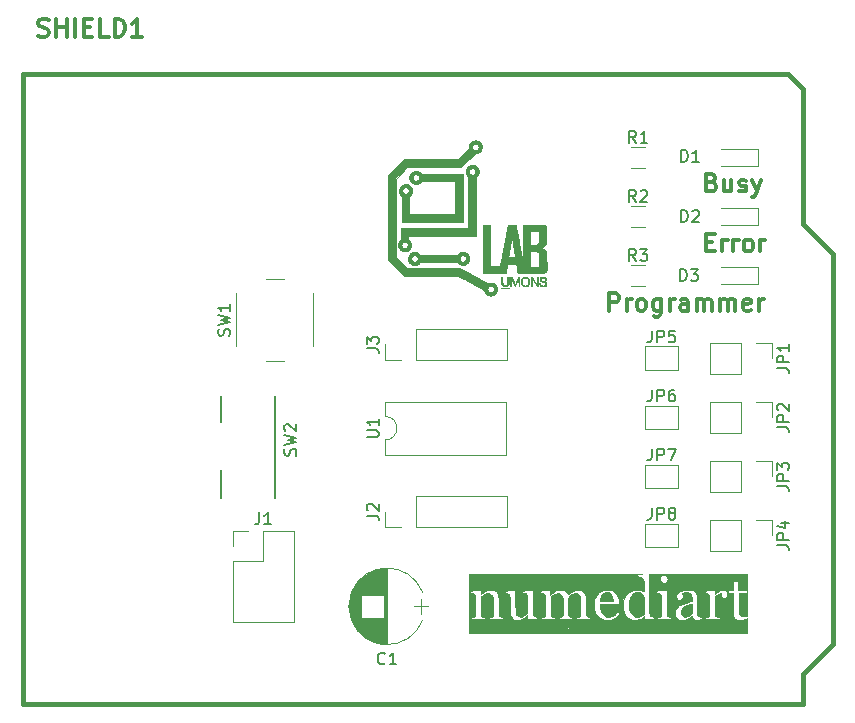
<source format=gbr>
G04 #@! TF.GenerationSoftware,KiCad,Pcbnew,(5.0.0)*
G04 #@! TF.CreationDate,2018-11-01T21:51:17+01:00*
G04 #@! TF.ProjectId,ATtiny85_Arduino_programmer,415474696E7938355F41726475696E6F,rev?*
G04 #@! TF.SameCoordinates,Original*
G04 #@! TF.FileFunction,Legend,Top*
G04 #@! TF.FilePolarity,Positive*
%FSLAX46Y46*%
G04 Gerber Fmt 4.6, Leading zero omitted, Abs format (unit mm)*
G04 Created by KiCad (PCBNEW (5.0.0)) date 11/01/18 21:51:17*
%MOMM*%
%LPD*%
G01*
G04 APERTURE LIST*
%ADD10C,0.300000*%
%ADD11C,0.150000*%
%ADD12C,0.120000*%
%ADD13C,0.010000*%
%ADD14C,0.381000*%
%ADD15C,0.304800*%
G04 APERTURE END LIST*
D10*
X184250000Y-55092857D02*
X184464285Y-55164285D01*
X184535714Y-55235714D01*
X184607142Y-55378571D01*
X184607142Y-55592857D01*
X184535714Y-55735714D01*
X184464285Y-55807142D01*
X184321428Y-55878571D01*
X183750000Y-55878571D01*
X183750000Y-54378571D01*
X184250000Y-54378571D01*
X184392857Y-54450000D01*
X184464285Y-54521428D01*
X184535714Y-54664285D01*
X184535714Y-54807142D01*
X184464285Y-54950000D01*
X184392857Y-55021428D01*
X184250000Y-55092857D01*
X183750000Y-55092857D01*
X185892857Y-54878571D02*
X185892857Y-55878571D01*
X185250000Y-54878571D02*
X185250000Y-55664285D01*
X185321428Y-55807142D01*
X185464285Y-55878571D01*
X185678571Y-55878571D01*
X185821428Y-55807142D01*
X185892857Y-55735714D01*
X186535714Y-55807142D02*
X186678571Y-55878571D01*
X186964285Y-55878571D01*
X187107142Y-55807142D01*
X187178571Y-55664285D01*
X187178571Y-55592857D01*
X187107142Y-55450000D01*
X186964285Y-55378571D01*
X186750000Y-55378571D01*
X186607142Y-55307142D01*
X186535714Y-55164285D01*
X186535714Y-55092857D01*
X186607142Y-54950000D01*
X186750000Y-54878571D01*
X186964285Y-54878571D01*
X187107142Y-54950000D01*
X187678571Y-54878571D02*
X188035714Y-55878571D01*
X188392857Y-54878571D02*
X188035714Y-55878571D01*
X187892857Y-56235714D01*
X187821428Y-56307142D01*
X187678571Y-56378571D01*
X183797142Y-60162857D02*
X184297142Y-60162857D01*
X184511428Y-60948571D02*
X183797142Y-60948571D01*
X183797142Y-59448571D01*
X184511428Y-59448571D01*
X185154285Y-60948571D02*
X185154285Y-59948571D01*
X185154285Y-60234285D02*
X185225714Y-60091428D01*
X185297142Y-60020000D01*
X185440000Y-59948571D01*
X185582857Y-59948571D01*
X186082857Y-60948571D02*
X186082857Y-59948571D01*
X186082857Y-60234285D02*
X186154285Y-60091428D01*
X186225714Y-60020000D01*
X186368571Y-59948571D01*
X186511428Y-59948571D01*
X187225714Y-60948571D02*
X187082857Y-60877142D01*
X187011428Y-60805714D01*
X186940000Y-60662857D01*
X186940000Y-60234285D01*
X187011428Y-60091428D01*
X187082857Y-60020000D01*
X187225714Y-59948571D01*
X187440000Y-59948571D01*
X187582857Y-60020000D01*
X187654285Y-60091428D01*
X187725714Y-60234285D01*
X187725714Y-60662857D01*
X187654285Y-60805714D01*
X187582857Y-60877142D01*
X187440000Y-60948571D01*
X187225714Y-60948571D01*
X188368571Y-60948571D02*
X188368571Y-59948571D01*
X188368571Y-60234285D02*
X188440000Y-60091428D01*
X188511428Y-60020000D01*
X188654285Y-59948571D01*
X188797142Y-59948571D01*
X175535714Y-65978571D02*
X175535714Y-64478571D01*
X176107142Y-64478571D01*
X176250000Y-64550000D01*
X176321428Y-64621428D01*
X176392857Y-64764285D01*
X176392857Y-64978571D01*
X176321428Y-65121428D01*
X176250000Y-65192857D01*
X176107142Y-65264285D01*
X175535714Y-65264285D01*
X177035714Y-65978571D02*
X177035714Y-64978571D01*
X177035714Y-65264285D02*
X177107142Y-65121428D01*
X177178571Y-65050000D01*
X177321428Y-64978571D01*
X177464285Y-64978571D01*
X178178571Y-65978571D02*
X178035714Y-65907142D01*
X177964285Y-65835714D01*
X177892857Y-65692857D01*
X177892857Y-65264285D01*
X177964285Y-65121428D01*
X178035714Y-65050000D01*
X178178571Y-64978571D01*
X178392857Y-64978571D01*
X178535714Y-65050000D01*
X178607142Y-65121428D01*
X178678571Y-65264285D01*
X178678571Y-65692857D01*
X178607142Y-65835714D01*
X178535714Y-65907142D01*
X178392857Y-65978571D01*
X178178571Y-65978571D01*
X179964285Y-64978571D02*
X179964285Y-66192857D01*
X179892857Y-66335714D01*
X179821428Y-66407142D01*
X179678571Y-66478571D01*
X179464285Y-66478571D01*
X179321428Y-66407142D01*
X179964285Y-65907142D02*
X179821428Y-65978571D01*
X179535714Y-65978571D01*
X179392857Y-65907142D01*
X179321428Y-65835714D01*
X179250000Y-65692857D01*
X179250000Y-65264285D01*
X179321428Y-65121428D01*
X179392857Y-65050000D01*
X179535714Y-64978571D01*
X179821428Y-64978571D01*
X179964285Y-65050000D01*
X180678571Y-65978571D02*
X180678571Y-64978571D01*
X180678571Y-65264285D02*
X180750000Y-65121428D01*
X180821428Y-65050000D01*
X180964285Y-64978571D01*
X181107142Y-64978571D01*
X182250000Y-65978571D02*
X182250000Y-65192857D01*
X182178571Y-65050000D01*
X182035714Y-64978571D01*
X181750000Y-64978571D01*
X181607142Y-65050000D01*
X182250000Y-65907142D02*
X182107142Y-65978571D01*
X181750000Y-65978571D01*
X181607142Y-65907142D01*
X181535714Y-65764285D01*
X181535714Y-65621428D01*
X181607142Y-65478571D01*
X181750000Y-65407142D01*
X182107142Y-65407142D01*
X182250000Y-65335714D01*
X182964285Y-65978571D02*
X182964285Y-64978571D01*
X182964285Y-65121428D02*
X183035714Y-65050000D01*
X183178571Y-64978571D01*
X183392857Y-64978571D01*
X183535714Y-65050000D01*
X183607142Y-65192857D01*
X183607142Y-65978571D01*
X183607142Y-65192857D02*
X183678571Y-65050000D01*
X183821428Y-64978571D01*
X184035714Y-64978571D01*
X184178571Y-65050000D01*
X184250000Y-65192857D01*
X184250000Y-65978571D01*
X184964285Y-65978571D02*
X184964285Y-64978571D01*
X184964285Y-65121428D02*
X185035714Y-65050000D01*
X185178571Y-64978571D01*
X185392857Y-64978571D01*
X185535714Y-65050000D01*
X185607142Y-65192857D01*
X185607142Y-65978571D01*
X185607142Y-65192857D02*
X185678571Y-65050000D01*
X185821428Y-64978571D01*
X186035714Y-64978571D01*
X186178571Y-65050000D01*
X186250000Y-65192857D01*
X186250000Y-65978571D01*
X187535714Y-65907142D02*
X187392857Y-65978571D01*
X187107142Y-65978571D01*
X186964285Y-65907142D01*
X186892857Y-65764285D01*
X186892857Y-65192857D01*
X186964285Y-65050000D01*
X187107142Y-64978571D01*
X187392857Y-64978571D01*
X187535714Y-65050000D01*
X187607142Y-65192857D01*
X187607142Y-65335714D01*
X186892857Y-65478571D01*
X188250000Y-65978571D02*
X188250000Y-64978571D01*
X188250000Y-65264285D02*
X188321428Y-65121428D01*
X188392857Y-65050000D01*
X188535714Y-64978571D01*
X188678571Y-64978571D01*
D11*
G04 #@! TO.C,SW2*
X147300000Y-73200000D02*
X147300000Y-81800000D01*
X142700000Y-73200000D02*
X142700000Y-75400000D01*
X142700000Y-79500000D02*
X142700000Y-81800000D01*
D12*
G04 #@! TO.C,D3*
X185000000Y-62250000D02*
X188200000Y-62250000D01*
X188200000Y-63750000D02*
X185000000Y-63750000D01*
X188200000Y-63750000D02*
X188200000Y-62250000D01*
G04 #@! TO.C,D2*
X185000000Y-57250000D02*
X188200000Y-57250000D01*
X188200000Y-58750000D02*
X185000000Y-58750000D01*
X188200000Y-58750000D02*
X188200000Y-57250000D01*
G04 #@! TO.C,D1*
X185000000Y-52250000D02*
X188200000Y-52250000D01*
X188200000Y-53750000D02*
X185000000Y-53750000D01*
X188200000Y-53750000D02*
X188200000Y-52250000D01*
G04 #@! TO.C,R1*
X178600000Y-53880000D02*
X177400000Y-53880000D01*
X177400000Y-52120000D02*
X178600000Y-52120000D01*
G04 #@! TO.C,R3*
X178600000Y-63880000D02*
X177400000Y-63880000D01*
X177400000Y-62120000D02*
X178600000Y-62120000D01*
G04 #@! TO.C,R2*
X178600000Y-58880000D02*
X177400000Y-58880000D01*
X177400000Y-57120000D02*
X178600000Y-57120000D01*
D13*
G04 #@! TO.C,G\002A\002A\002A*
G36*
X159216469Y-54140071D02*
X159269721Y-54145473D01*
X159322301Y-54156120D01*
X159373824Y-54171986D01*
X159423904Y-54193047D01*
X159472155Y-54219275D01*
X159486425Y-54228283D01*
X159502428Y-54238978D01*
X159517077Y-54249379D01*
X159531255Y-54260216D01*
X159545849Y-54272214D01*
X159561744Y-54286101D01*
X159579825Y-54302603D01*
X159600341Y-54321847D01*
X159645916Y-54364978D01*
X163151689Y-54364978D01*
X163151689Y-58423334D01*
X157998311Y-58423334D01*
X157998311Y-56267720D01*
X157954261Y-56218754D01*
X157929231Y-56190530D01*
X157907796Y-56165395D01*
X157889417Y-56142592D01*
X157873554Y-56121368D01*
X157859669Y-56100967D01*
X157847222Y-56080634D01*
X157835674Y-56059614D01*
X157824488Y-56037152D01*
X157824225Y-56036602D01*
X157803619Y-55987398D01*
X157788028Y-55936617D01*
X157777286Y-55883630D01*
X157772067Y-55839182D01*
X157770591Y-55788645D01*
X157770858Y-55784859D01*
X158044281Y-55784859D01*
X158044627Y-55821962D01*
X158049730Y-55858394D01*
X158059389Y-55893631D01*
X158073404Y-55927148D01*
X158091573Y-55958421D01*
X158113696Y-55986927D01*
X158139571Y-56012141D01*
X158168999Y-56033540D01*
X158186084Y-56043215D01*
X158215647Y-56056761D01*
X158244293Y-56066186D01*
X158273636Y-56071846D01*
X158305290Y-56074097D01*
X158325689Y-56073971D01*
X158345286Y-56073084D01*
X158361189Y-56071575D01*
X158375338Y-56069194D01*
X158389669Y-56065688D01*
X158389815Y-56065648D01*
X158427093Y-56052601D01*
X158461763Y-56034930D01*
X158493374Y-56013007D01*
X158521477Y-55987208D01*
X158545623Y-55957905D01*
X158565362Y-55925472D01*
X158570058Y-55915837D01*
X158577947Y-55897787D01*
X158583785Y-55881667D01*
X158587852Y-55866036D01*
X158590425Y-55849456D01*
X158591784Y-55830487D01*
X158592207Y-55807690D01*
X158592201Y-55801489D01*
X158591829Y-55778121D01*
X158590727Y-55758875D01*
X158588615Y-55742248D01*
X158585217Y-55726734D01*
X158580253Y-55710831D01*
X158573447Y-55693033D01*
X158571081Y-55687285D01*
X158554207Y-55653783D01*
X158533152Y-55623607D01*
X158508422Y-55596940D01*
X158480526Y-55573965D01*
X158449969Y-55554867D01*
X158417260Y-55539828D01*
X158382906Y-55529032D01*
X158347414Y-55522663D01*
X158311292Y-55520903D01*
X158275046Y-55523937D01*
X158239184Y-55531947D01*
X158204213Y-55545118D01*
X158193045Y-55550581D01*
X158161708Y-55569946D01*
X158132992Y-55593940D01*
X158107404Y-55621959D01*
X158085451Y-55653399D01*
X158067639Y-55687655D01*
X158058664Y-55710732D01*
X158048893Y-55747607D01*
X158044281Y-55784859D01*
X157770858Y-55784859D01*
X157774237Y-55737048D01*
X157782830Y-55685278D01*
X157796193Y-55634223D01*
X157814152Y-55584771D01*
X157828769Y-55552772D01*
X157856164Y-55503892D01*
X157887740Y-55458680D01*
X157923232Y-55417322D01*
X157962375Y-55380008D01*
X158004906Y-55346926D01*
X158050559Y-55318264D01*
X158099070Y-55294210D01*
X158150174Y-55274953D01*
X158203608Y-55260681D01*
X158250339Y-55252652D01*
X158272903Y-55250436D01*
X158298737Y-55249070D01*
X158326137Y-55248554D01*
X158353399Y-55248888D01*
X158378820Y-55250072D01*
X158400695Y-55252109D01*
X158404381Y-55252602D01*
X158457957Y-55262968D01*
X158509334Y-55278385D01*
X158558275Y-55298613D01*
X158604546Y-55323411D01*
X158647911Y-55352539D01*
X158688134Y-55385756D01*
X158724980Y-55422822D01*
X158758212Y-55463495D01*
X158787597Y-55507537D01*
X158812897Y-55554705D01*
X158833877Y-55604760D01*
X158850302Y-55657461D01*
X158861936Y-55712567D01*
X158863263Y-55721092D01*
X158865468Y-55740797D01*
X158866964Y-55764354D01*
X158867733Y-55790014D01*
X158867755Y-55816028D01*
X158867011Y-55840645D01*
X158865482Y-55862117D01*
X158864852Y-55867811D01*
X158856941Y-55913538D01*
X158844546Y-55960091D01*
X158828209Y-56005731D01*
X158808617Y-56048434D01*
X158798637Y-56067171D01*
X158788691Y-56084476D01*
X158778263Y-56101033D01*
X158766839Y-56117528D01*
X158753905Y-56134644D01*
X158738945Y-56153066D01*
X158721444Y-56173479D01*
X158700889Y-56196566D01*
X158679914Y-56219585D01*
X158636134Y-56267266D01*
X158636134Y-57788983D01*
X158871084Y-57787241D01*
X158887807Y-57787133D01*
X158909989Y-57787017D01*
X158937445Y-57786893D01*
X158969987Y-57786762D01*
X159007431Y-57786624D01*
X159049590Y-57786479D01*
X159096279Y-57786328D01*
X159147312Y-57786171D01*
X159202504Y-57786009D01*
X159261668Y-57785842D01*
X159324618Y-57785671D01*
X159391170Y-57785497D01*
X159461137Y-57785319D01*
X159534333Y-57785138D01*
X159610573Y-57784954D01*
X159689671Y-57784769D01*
X159771441Y-57784582D01*
X159855698Y-57784393D01*
X159942255Y-57784204D01*
X160030927Y-57784015D01*
X160121527Y-57783827D01*
X160213872Y-57783639D01*
X160307773Y-57783452D01*
X160403047Y-57783267D01*
X160499506Y-57783083D01*
X160596966Y-57782903D01*
X160695240Y-57782725D01*
X160776789Y-57782581D01*
X160873885Y-57782409D01*
X160969660Y-57782234D01*
X161063957Y-57782057D01*
X161156616Y-57781878D01*
X161247478Y-57781697D01*
X161336385Y-57781515D01*
X161423178Y-57781333D01*
X161507697Y-57781150D01*
X161589783Y-57780968D01*
X161669279Y-57780787D01*
X161746025Y-57780606D01*
X161819861Y-57780427D01*
X161890630Y-57780249D01*
X161958173Y-57780074D01*
X162022329Y-57779902D01*
X162082941Y-57779733D01*
X162139850Y-57779567D01*
X162192896Y-57779406D01*
X162241922Y-57779249D01*
X162286767Y-57779096D01*
X162327273Y-57778949D01*
X162363281Y-57778808D01*
X162394632Y-57778673D01*
X162421168Y-57778544D01*
X162442729Y-57778422D01*
X162459157Y-57778308D01*
X162470292Y-57778201D01*
X162475976Y-57778102D01*
X162476472Y-57778082D01*
X162505400Y-57776501D01*
X162505400Y-55012113D01*
X162094061Y-55010261D01*
X162058935Y-55010107D01*
X162018488Y-55009937D01*
X161973043Y-55009752D01*
X161922926Y-55009554D01*
X161868459Y-55009344D01*
X161809966Y-55009122D01*
X161747771Y-55008890D01*
X161682198Y-55008649D01*
X161613569Y-55008400D01*
X161542210Y-55008145D01*
X161468444Y-55007884D01*
X161392594Y-55007619D01*
X161314984Y-55007350D01*
X161235939Y-55007080D01*
X161155780Y-55006808D01*
X161074834Y-55006537D01*
X160993422Y-55006267D01*
X160911869Y-55005999D01*
X160830498Y-55005735D01*
X160749633Y-55005476D01*
X160671600Y-55005229D01*
X159660478Y-55002050D01*
X159607622Y-55054000D01*
X159578947Y-55081597D01*
X159552914Y-55105300D01*
X159528738Y-55125693D01*
X159505631Y-55143365D01*
X159482805Y-55158902D01*
X159459473Y-55172891D01*
X159434848Y-55185919D01*
X159422736Y-55191814D01*
X159370934Y-55213393D01*
X159318114Y-55229455D01*
X159264516Y-55239985D01*
X159210379Y-55244968D01*
X159155944Y-55244388D01*
X159101450Y-55238232D01*
X159047136Y-55226484D01*
X159015722Y-55217072D01*
X158965624Y-55197622D01*
X158917583Y-55173236D01*
X158872091Y-55144294D01*
X158829639Y-55111175D01*
X158790721Y-55074261D01*
X158755829Y-55033931D01*
X158728315Y-54995091D01*
X158702107Y-54948963D01*
X158680640Y-54900244D01*
X158663943Y-54849448D01*
X158652044Y-54797091D01*
X158644972Y-54743688D01*
X158642863Y-54692356D01*
X158911664Y-54692356D01*
X158912028Y-54715511D01*
X158913478Y-54734843D01*
X158916318Y-54752117D01*
X158920853Y-54769098D01*
X158927387Y-54787554D01*
X158928622Y-54790720D01*
X158942934Y-54820615D01*
X158961808Y-54850062D01*
X158984231Y-54877746D01*
X159009186Y-54902349D01*
X159023764Y-54914195D01*
X159056321Y-54935199D01*
X159091407Y-54951331D01*
X159128517Y-54962480D01*
X159167145Y-54968534D01*
X159206786Y-54969379D01*
X159246935Y-54964905D01*
X159249967Y-54964349D01*
X159283808Y-54955177D01*
X159316354Y-54940934D01*
X159346966Y-54922155D01*
X159375008Y-54899376D01*
X159399840Y-54873133D01*
X159420825Y-54843959D01*
X159437324Y-54812392D01*
X159440585Y-54804419D01*
X159449137Y-54780449D01*
X159455109Y-54758694D01*
X159458864Y-54737147D01*
X159460769Y-54713799D01*
X159461204Y-54690945D01*
X159460586Y-54664267D01*
X159458612Y-54641466D01*
X159454987Y-54620875D01*
X159449422Y-54600828D01*
X159441788Y-54580065D01*
X159425223Y-54546284D01*
X159404215Y-54515905D01*
X159378934Y-54489072D01*
X159349544Y-54465930D01*
X159316216Y-54446624D01*
X159279115Y-54431297D01*
X159263751Y-54426456D01*
X159254863Y-54424066D01*
X159246451Y-54422343D01*
X159237327Y-54421180D01*
X159226300Y-54420475D01*
X159212180Y-54420120D01*
X159193778Y-54420013D01*
X159190700Y-54420011D01*
X159165193Y-54420396D01*
X159143914Y-54421723D01*
X159125492Y-54424253D01*
X159108551Y-54428245D01*
X159091718Y-54433958D01*
X159073620Y-54441653D01*
X159071812Y-54442484D01*
X159042860Y-54458299D01*
X159015029Y-54478137D01*
X158989729Y-54500842D01*
X158968372Y-54525258D01*
X158964714Y-54530223D01*
X158953649Y-54547671D01*
X158942440Y-54568779D01*
X158931979Y-54591663D01*
X158923159Y-54614434D01*
X158919388Y-54626034D01*
X158916265Y-54637114D01*
X158914119Y-54646855D01*
X158912766Y-54656820D01*
X158912025Y-54668570D01*
X158911714Y-54683667D01*
X158911664Y-54692356D01*
X158642863Y-54692356D01*
X158642756Y-54689754D01*
X158645424Y-54635804D01*
X158653005Y-54582352D01*
X158665528Y-54529915D01*
X158683020Y-54479008D01*
X158697823Y-54445411D01*
X158717751Y-54407466D01*
X158739342Y-54373204D01*
X158763663Y-54341154D01*
X158791785Y-54309847D01*
X158808684Y-54292968D01*
X158836611Y-54267342D01*
X158863840Y-54245433D01*
X158891988Y-54226120D01*
X158922676Y-54208282D01*
X158953634Y-54192644D01*
X159004458Y-54171433D01*
X159056540Y-54155595D01*
X159109492Y-54145106D01*
X159162931Y-54139940D01*
X159216469Y-54140071D01*
X159216469Y-54140071D01*
G37*
X159216469Y-54140071D02*
X159269721Y-54145473D01*
X159322301Y-54156120D01*
X159373824Y-54171986D01*
X159423904Y-54193047D01*
X159472155Y-54219275D01*
X159486425Y-54228283D01*
X159502428Y-54238978D01*
X159517077Y-54249379D01*
X159531255Y-54260216D01*
X159545849Y-54272214D01*
X159561744Y-54286101D01*
X159579825Y-54302603D01*
X159600341Y-54321847D01*
X159645916Y-54364978D01*
X163151689Y-54364978D01*
X163151689Y-58423334D01*
X157998311Y-58423334D01*
X157998311Y-56267720D01*
X157954261Y-56218754D01*
X157929231Y-56190530D01*
X157907796Y-56165395D01*
X157889417Y-56142592D01*
X157873554Y-56121368D01*
X157859669Y-56100967D01*
X157847222Y-56080634D01*
X157835674Y-56059614D01*
X157824488Y-56037152D01*
X157824225Y-56036602D01*
X157803619Y-55987398D01*
X157788028Y-55936617D01*
X157777286Y-55883630D01*
X157772067Y-55839182D01*
X157770591Y-55788645D01*
X157770858Y-55784859D01*
X158044281Y-55784859D01*
X158044627Y-55821962D01*
X158049730Y-55858394D01*
X158059389Y-55893631D01*
X158073404Y-55927148D01*
X158091573Y-55958421D01*
X158113696Y-55986927D01*
X158139571Y-56012141D01*
X158168999Y-56033540D01*
X158186084Y-56043215D01*
X158215647Y-56056761D01*
X158244293Y-56066186D01*
X158273636Y-56071846D01*
X158305290Y-56074097D01*
X158325689Y-56073971D01*
X158345286Y-56073084D01*
X158361189Y-56071575D01*
X158375338Y-56069194D01*
X158389669Y-56065688D01*
X158389815Y-56065648D01*
X158427093Y-56052601D01*
X158461763Y-56034930D01*
X158493374Y-56013007D01*
X158521477Y-55987208D01*
X158545623Y-55957905D01*
X158565362Y-55925472D01*
X158570058Y-55915837D01*
X158577947Y-55897787D01*
X158583785Y-55881667D01*
X158587852Y-55866036D01*
X158590425Y-55849456D01*
X158591784Y-55830487D01*
X158592207Y-55807690D01*
X158592201Y-55801489D01*
X158591829Y-55778121D01*
X158590727Y-55758875D01*
X158588615Y-55742248D01*
X158585217Y-55726734D01*
X158580253Y-55710831D01*
X158573447Y-55693033D01*
X158571081Y-55687285D01*
X158554207Y-55653783D01*
X158533152Y-55623607D01*
X158508422Y-55596940D01*
X158480526Y-55573965D01*
X158449969Y-55554867D01*
X158417260Y-55539828D01*
X158382906Y-55529032D01*
X158347414Y-55522663D01*
X158311292Y-55520903D01*
X158275046Y-55523937D01*
X158239184Y-55531947D01*
X158204213Y-55545118D01*
X158193045Y-55550581D01*
X158161708Y-55569946D01*
X158132992Y-55593940D01*
X158107404Y-55621959D01*
X158085451Y-55653399D01*
X158067639Y-55687655D01*
X158058664Y-55710732D01*
X158048893Y-55747607D01*
X158044281Y-55784859D01*
X157770858Y-55784859D01*
X157774237Y-55737048D01*
X157782830Y-55685278D01*
X157796193Y-55634223D01*
X157814152Y-55584771D01*
X157828769Y-55552772D01*
X157856164Y-55503892D01*
X157887740Y-55458680D01*
X157923232Y-55417322D01*
X157962375Y-55380008D01*
X158004906Y-55346926D01*
X158050559Y-55318264D01*
X158099070Y-55294210D01*
X158150174Y-55274953D01*
X158203608Y-55260681D01*
X158250339Y-55252652D01*
X158272903Y-55250436D01*
X158298737Y-55249070D01*
X158326137Y-55248554D01*
X158353399Y-55248888D01*
X158378820Y-55250072D01*
X158400695Y-55252109D01*
X158404381Y-55252602D01*
X158457957Y-55262968D01*
X158509334Y-55278385D01*
X158558275Y-55298613D01*
X158604546Y-55323411D01*
X158647911Y-55352539D01*
X158688134Y-55385756D01*
X158724980Y-55422822D01*
X158758212Y-55463495D01*
X158787597Y-55507537D01*
X158812897Y-55554705D01*
X158833877Y-55604760D01*
X158850302Y-55657461D01*
X158861936Y-55712567D01*
X158863263Y-55721092D01*
X158865468Y-55740797D01*
X158866964Y-55764354D01*
X158867733Y-55790014D01*
X158867755Y-55816028D01*
X158867011Y-55840645D01*
X158865482Y-55862117D01*
X158864852Y-55867811D01*
X158856941Y-55913538D01*
X158844546Y-55960091D01*
X158828209Y-56005731D01*
X158808617Y-56048434D01*
X158798637Y-56067171D01*
X158788691Y-56084476D01*
X158778263Y-56101033D01*
X158766839Y-56117528D01*
X158753905Y-56134644D01*
X158738945Y-56153066D01*
X158721444Y-56173479D01*
X158700889Y-56196566D01*
X158679914Y-56219585D01*
X158636134Y-56267266D01*
X158636134Y-57788983D01*
X158871084Y-57787241D01*
X158887807Y-57787133D01*
X158909989Y-57787017D01*
X158937445Y-57786893D01*
X158969987Y-57786762D01*
X159007431Y-57786624D01*
X159049590Y-57786479D01*
X159096279Y-57786328D01*
X159147312Y-57786171D01*
X159202504Y-57786009D01*
X159261668Y-57785842D01*
X159324618Y-57785671D01*
X159391170Y-57785497D01*
X159461137Y-57785319D01*
X159534333Y-57785138D01*
X159610573Y-57784954D01*
X159689671Y-57784769D01*
X159771441Y-57784582D01*
X159855698Y-57784393D01*
X159942255Y-57784204D01*
X160030927Y-57784015D01*
X160121527Y-57783827D01*
X160213872Y-57783639D01*
X160307773Y-57783452D01*
X160403047Y-57783267D01*
X160499506Y-57783083D01*
X160596966Y-57782903D01*
X160695240Y-57782725D01*
X160776789Y-57782581D01*
X160873885Y-57782409D01*
X160969660Y-57782234D01*
X161063957Y-57782057D01*
X161156616Y-57781878D01*
X161247478Y-57781697D01*
X161336385Y-57781515D01*
X161423178Y-57781333D01*
X161507697Y-57781150D01*
X161589783Y-57780968D01*
X161669279Y-57780787D01*
X161746025Y-57780606D01*
X161819861Y-57780427D01*
X161890630Y-57780249D01*
X161958173Y-57780074D01*
X162022329Y-57779902D01*
X162082941Y-57779733D01*
X162139850Y-57779567D01*
X162192896Y-57779406D01*
X162241922Y-57779249D01*
X162286767Y-57779096D01*
X162327273Y-57778949D01*
X162363281Y-57778808D01*
X162394632Y-57778673D01*
X162421168Y-57778544D01*
X162442729Y-57778422D01*
X162459157Y-57778308D01*
X162470292Y-57778201D01*
X162475976Y-57778102D01*
X162476472Y-57778082D01*
X162505400Y-57776501D01*
X162505400Y-55012113D01*
X162094061Y-55010261D01*
X162058935Y-55010107D01*
X162018488Y-55009937D01*
X161973043Y-55009752D01*
X161922926Y-55009554D01*
X161868459Y-55009344D01*
X161809966Y-55009122D01*
X161747771Y-55008890D01*
X161682198Y-55008649D01*
X161613569Y-55008400D01*
X161542210Y-55008145D01*
X161468444Y-55007884D01*
X161392594Y-55007619D01*
X161314984Y-55007350D01*
X161235939Y-55007080D01*
X161155780Y-55006808D01*
X161074834Y-55006537D01*
X160993422Y-55006267D01*
X160911869Y-55005999D01*
X160830498Y-55005735D01*
X160749633Y-55005476D01*
X160671600Y-55005229D01*
X159660478Y-55002050D01*
X159607622Y-55054000D01*
X159578947Y-55081597D01*
X159552914Y-55105300D01*
X159528738Y-55125693D01*
X159505631Y-55143365D01*
X159482805Y-55158902D01*
X159459473Y-55172891D01*
X159434848Y-55185919D01*
X159422736Y-55191814D01*
X159370934Y-55213393D01*
X159318114Y-55229455D01*
X159264516Y-55239985D01*
X159210379Y-55244968D01*
X159155944Y-55244388D01*
X159101450Y-55238232D01*
X159047136Y-55226484D01*
X159015722Y-55217072D01*
X158965624Y-55197622D01*
X158917583Y-55173236D01*
X158872091Y-55144294D01*
X158829639Y-55111175D01*
X158790721Y-55074261D01*
X158755829Y-55033931D01*
X158728315Y-54995091D01*
X158702107Y-54948963D01*
X158680640Y-54900244D01*
X158663943Y-54849448D01*
X158652044Y-54797091D01*
X158644972Y-54743688D01*
X158642863Y-54692356D01*
X158911664Y-54692356D01*
X158912028Y-54715511D01*
X158913478Y-54734843D01*
X158916318Y-54752117D01*
X158920853Y-54769098D01*
X158927387Y-54787554D01*
X158928622Y-54790720D01*
X158942934Y-54820615D01*
X158961808Y-54850062D01*
X158984231Y-54877746D01*
X159009186Y-54902349D01*
X159023764Y-54914195D01*
X159056321Y-54935199D01*
X159091407Y-54951331D01*
X159128517Y-54962480D01*
X159167145Y-54968534D01*
X159206786Y-54969379D01*
X159246935Y-54964905D01*
X159249967Y-54964349D01*
X159283808Y-54955177D01*
X159316354Y-54940934D01*
X159346966Y-54922155D01*
X159375008Y-54899376D01*
X159399840Y-54873133D01*
X159420825Y-54843959D01*
X159437324Y-54812392D01*
X159440585Y-54804419D01*
X159449137Y-54780449D01*
X159455109Y-54758694D01*
X159458864Y-54737147D01*
X159460769Y-54713799D01*
X159461204Y-54690945D01*
X159460586Y-54664267D01*
X159458612Y-54641466D01*
X159454987Y-54620875D01*
X159449422Y-54600828D01*
X159441788Y-54580065D01*
X159425223Y-54546284D01*
X159404215Y-54515905D01*
X159378934Y-54489072D01*
X159349544Y-54465930D01*
X159316216Y-54446624D01*
X159279115Y-54431297D01*
X159263751Y-54426456D01*
X159254863Y-54424066D01*
X159246451Y-54422343D01*
X159237327Y-54421180D01*
X159226300Y-54420475D01*
X159212180Y-54420120D01*
X159193778Y-54420013D01*
X159190700Y-54420011D01*
X159165193Y-54420396D01*
X159143914Y-54421723D01*
X159125492Y-54424253D01*
X159108551Y-54428245D01*
X159091718Y-54433958D01*
X159073620Y-54441653D01*
X159071812Y-54442484D01*
X159042860Y-54458299D01*
X159015029Y-54478137D01*
X158989729Y-54500842D01*
X158968372Y-54525258D01*
X158964714Y-54530223D01*
X158953649Y-54547671D01*
X158942440Y-54568779D01*
X158931979Y-54591663D01*
X158923159Y-54614434D01*
X158919388Y-54626034D01*
X158916265Y-54637114D01*
X158914119Y-54646855D01*
X158912766Y-54656820D01*
X158912025Y-54668570D01*
X158911714Y-54683667D01*
X158911664Y-54692356D01*
X158642863Y-54692356D01*
X158642756Y-54689754D01*
X158645424Y-54635804D01*
X158653005Y-54582352D01*
X158665528Y-54529915D01*
X158683020Y-54479008D01*
X158697823Y-54445411D01*
X158717751Y-54407466D01*
X158739342Y-54373204D01*
X158763663Y-54341154D01*
X158791785Y-54309847D01*
X158808684Y-54292968D01*
X158836611Y-54267342D01*
X158863840Y-54245433D01*
X158891988Y-54226120D01*
X158922676Y-54208282D01*
X158953634Y-54192644D01*
X159004458Y-54171433D01*
X159056540Y-54155595D01*
X159109492Y-54145106D01*
X159162931Y-54139940D01*
X159216469Y-54140071D01*
G36*
X164007346Y-53631601D02*
X164059211Y-53639025D01*
X164110305Y-53651828D01*
X164160375Y-53669961D01*
X164209167Y-53693374D01*
X164256429Y-53722019D01*
X164298922Y-53753420D01*
X164338608Y-53788864D01*
X164375154Y-53828319D01*
X164408223Y-53871182D01*
X164437476Y-53916850D01*
X164462576Y-53964720D01*
X164483184Y-54014189D01*
X164498964Y-54064653D01*
X164509576Y-54115509D01*
X164512092Y-54134014D01*
X164513770Y-54154743D01*
X164514525Y-54178785D01*
X164514410Y-54204645D01*
X164513478Y-54230827D01*
X164511781Y-54255835D01*
X164509372Y-54278174D01*
X164506414Y-54295834D01*
X164494489Y-54341491D01*
X164478430Y-54386892D01*
X164458906Y-54430358D01*
X164437705Y-54468414D01*
X164424858Y-54488247D01*
X164411222Y-54507398D01*
X164396124Y-54526675D01*
X164378893Y-54546890D01*
X164358857Y-54568853D01*
X164335346Y-54593374D01*
X164327739Y-54601123D01*
X164274378Y-54655234D01*
X164286000Y-57069156D01*
X164286563Y-57186120D01*
X164287119Y-57301833D01*
X164287668Y-57416161D01*
X164288208Y-57528972D01*
X164288740Y-57640131D01*
X164289262Y-57749506D01*
X164289774Y-57856961D01*
X164290276Y-57962364D01*
X164290767Y-58065581D01*
X164291246Y-58166479D01*
X164291712Y-58264923D01*
X164292165Y-58360780D01*
X164292605Y-58453918D01*
X164293030Y-58544201D01*
X164293441Y-58631496D01*
X164293835Y-58715671D01*
X164294214Y-58796590D01*
X164294576Y-58874121D01*
X164294920Y-58948130D01*
X164295246Y-59018484D01*
X164295554Y-59085048D01*
X164295842Y-59147689D01*
X164296110Y-59206274D01*
X164296358Y-59260669D01*
X164296584Y-59310740D01*
X164296789Y-59356354D01*
X164296971Y-59397377D01*
X164297131Y-59433675D01*
X164297266Y-59465115D01*
X164297377Y-59491564D01*
X164297464Y-59512887D01*
X164297524Y-59528951D01*
X164297559Y-59539623D01*
X164297567Y-59544461D01*
X164297511Y-59605845D01*
X158565578Y-59605845D01*
X158565578Y-59950397D01*
X158616067Y-60000371D01*
X158635955Y-60020481D01*
X158654156Y-60039720D01*
X158669942Y-60057287D01*
X158682586Y-60072385D01*
X158687843Y-60079218D01*
X158715450Y-60120190D01*
X158738588Y-60162405D01*
X158757645Y-60206765D01*
X158773011Y-60254170D01*
X158784840Y-60304345D01*
X158787025Y-60319402D01*
X158788642Y-60338833D01*
X158789694Y-60361394D01*
X158790182Y-60385842D01*
X158790107Y-60410934D01*
X158789471Y-60435429D01*
X158788274Y-60458082D01*
X158786519Y-60477651D01*
X158784647Y-60490611D01*
X158771636Y-60546686D01*
X158753727Y-60600194D01*
X158731113Y-60650911D01*
X158703985Y-60698613D01*
X158672535Y-60743075D01*
X158636956Y-60784074D01*
X158597437Y-60821384D01*
X158554173Y-60854783D01*
X158507353Y-60884045D01*
X158457170Y-60908946D01*
X158411827Y-60926579D01*
X158385931Y-60934596D01*
X158358076Y-60941731D01*
X158330162Y-60947576D01*
X158304091Y-60951719D01*
X158287589Y-60953413D01*
X158268407Y-60954745D01*
X158253466Y-60955626D01*
X158241383Y-60956081D01*
X158230776Y-60956131D01*
X158220261Y-60955802D01*
X158208455Y-60955116D01*
X158204334Y-60954836D01*
X158152316Y-60948429D01*
X158101177Y-60936596D01*
X158051274Y-60919531D01*
X158002962Y-60897427D01*
X157956596Y-60870479D01*
X157912531Y-60838880D01*
X157871124Y-60802825D01*
X157832729Y-60762507D01*
X157816876Y-60743461D01*
X157785079Y-60699692D01*
X157757297Y-60653300D01*
X157733738Y-60604890D01*
X157714607Y-60555067D01*
X157700111Y-60504436D01*
X157690456Y-60453601D01*
X157685849Y-60403168D01*
X157685917Y-60391375D01*
X157965091Y-60391375D01*
X157966863Y-60428845D01*
X157973404Y-60466316D01*
X157984698Y-60503062D01*
X157994020Y-60525035D01*
X158012893Y-60559983D01*
X158034347Y-60590059D01*
X158058760Y-60615589D01*
X158086508Y-60636895D01*
X158117967Y-60654303D01*
X158153514Y-60668137D01*
X158163692Y-60671253D01*
X158193961Y-60678673D01*
X158222148Y-60682464D01*
X158250332Y-60682806D01*
X158273478Y-60680818D01*
X158311171Y-60673452D01*
X158347034Y-60660985D01*
X158380656Y-60643778D01*
X158411628Y-60622193D01*
X158439542Y-60596591D01*
X158463987Y-60567334D01*
X158484555Y-60534782D01*
X158500837Y-60499297D01*
X158509640Y-60472267D01*
X158512281Y-60461787D01*
X158514100Y-60452069D01*
X158515232Y-60441670D01*
X158515811Y-60429148D01*
X158515971Y-60413059D01*
X158515943Y-60404534D01*
X158515748Y-60386940D01*
X158515277Y-60373550D01*
X158514367Y-60362924D01*
X158512850Y-60353622D01*
X158510562Y-60344205D01*
X158507996Y-60335389D01*
X158494176Y-60299325D01*
X158475360Y-60265068D01*
X158452064Y-60233221D01*
X158424806Y-60204389D01*
X158394103Y-60179174D01*
X158360474Y-60158180D01*
X158352500Y-60154072D01*
X158317688Y-60139909D01*
X158281313Y-60130937D01*
X158244073Y-60127178D01*
X158206664Y-60128651D01*
X158169784Y-60135375D01*
X158134130Y-60147372D01*
X158133149Y-60147788D01*
X158102253Y-60163690D01*
X158072556Y-60184260D01*
X158044998Y-60208596D01*
X158020522Y-60235795D01*
X158000068Y-60264958D01*
X157988555Y-60286251D01*
X157975920Y-60319351D01*
X157968104Y-60354634D01*
X157965091Y-60391375D01*
X157685917Y-60391375D01*
X157686099Y-60360261D01*
X157691274Y-60307798D01*
X157701160Y-60258110D01*
X157715966Y-60210566D01*
X157735902Y-60164534D01*
X157761175Y-60119385D01*
X157771126Y-60103967D01*
X157787690Y-60080441D01*
X157805299Y-60058194D01*
X157824829Y-60036259D01*
X157847160Y-60013665D01*
X157873170Y-59989443D01*
X157882431Y-59981175D01*
X157927756Y-59941061D01*
X157927756Y-58951089D01*
X163642756Y-58951089D01*
X163642756Y-54638025D01*
X163599057Y-54595818D01*
X163576843Y-54573951D01*
X163558186Y-54554581D01*
X163542221Y-54536702D01*
X163528080Y-54519304D01*
X163514899Y-54501382D01*
X163503764Y-54484922D01*
X163477101Y-54439117D01*
X163455212Y-54390655D01*
X163438168Y-54340004D01*
X163426041Y-54287631D01*
X163418904Y-54234005D01*
X163416876Y-54180848D01*
X163688406Y-54180848D01*
X163688759Y-54204612D01*
X163690552Y-54223790D01*
X163698697Y-54261907D01*
X163711489Y-54297989D01*
X163728561Y-54331592D01*
X163749549Y-54362276D01*
X163774089Y-54389597D01*
X163801814Y-54413116D01*
X163832361Y-54432388D01*
X163865364Y-54446974D01*
X163878317Y-54451150D01*
X163915708Y-54459502D01*
X163953915Y-54463278D01*
X163991491Y-54462386D01*
X164013301Y-54459544D01*
X164051006Y-54450178D01*
X164086444Y-54435699D01*
X164119295Y-54416272D01*
X164149238Y-54392064D01*
X164155243Y-54386272D01*
X164181494Y-54356539D01*
X164202788Y-54324391D01*
X164219245Y-54289574D01*
X164230982Y-54251836D01*
X164238118Y-54210923D01*
X164238298Y-54209329D01*
X164239955Y-54170131D01*
X164236323Y-54132345D01*
X164227651Y-54096310D01*
X164214193Y-54062365D01*
X164196199Y-54030851D01*
X164173922Y-54002108D01*
X164147611Y-53976474D01*
X164117521Y-53954290D01*
X164083901Y-53935896D01*
X164047003Y-53921631D01*
X164019913Y-53914406D01*
X164002548Y-53911709D01*
X163981610Y-53910210D01*
X163959040Y-53909906D01*
X163936781Y-53910793D01*
X163916773Y-53912867D01*
X163906893Y-53914629D01*
X163870689Y-53925215D01*
X163836352Y-53940588D01*
X163804386Y-53960276D01*
X163775293Y-53983808D01*
X163749576Y-54010710D01*
X163727738Y-54040511D01*
X163710282Y-54072739D01*
X163697710Y-54106922D01*
X163696224Y-54112389D01*
X163692249Y-54132577D01*
X163689607Y-54156117D01*
X163688406Y-54180848D01*
X163416876Y-54180848D01*
X163416828Y-54179591D01*
X163419885Y-54124857D01*
X163428148Y-54070272D01*
X163435153Y-54039645D01*
X163451720Y-53986184D01*
X163473063Y-53935620D01*
X163499007Y-53888137D01*
X163529381Y-53843919D01*
X163564008Y-53803149D01*
X163602717Y-53766011D01*
X163645333Y-53732689D01*
X163691682Y-53703367D01*
X163741591Y-53678227D01*
X163794886Y-53657455D01*
X163797242Y-53656666D01*
X163849658Y-53642088D01*
X163902316Y-53633084D01*
X163954963Y-53629604D01*
X164007346Y-53631601D01*
X164007346Y-53631601D01*
G37*
X164007346Y-53631601D02*
X164059211Y-53639025D01*
X164110305Y-53651828D01*
X164160375Y-53669961D01*
X164209167Y-53693374D01*
X164256429Y-53722019D01*
X164298922Y-53753420D01*
X164338608Y-53788864D01*
X164375154Y-53828319D01*
X164408223Y-53871182D01*
X164437476Y-53916850D01*
X164462576Y-53964720D01*
X164483184Y-54014189D01*
X164498964Y-54064653D01*
X164509576Y-54115509D01*
X164512092Y-54134014D01*
X164513770Y-54154743D01*
X164514525Y-54178785D01*
X164514410Y-54204645D01*
X164513478Y-54230827D01*
X164511781Y-54255835D01*
X164509372Y-54278174D01*
X164506414Y-54295834D01*
X164494489Y-54341491D01*
X164478430Y-54386892D01*
X164458906Y-54430358D01*
X164437705Y-54468414D01*
X164424858Y-54488247D01*
X164411222Y-54507398D01*
X164396124Y-54526675D01*
X164378893Y-54546890D01*
X164358857Y-54568853D01*
X164335346Y-54593374D01*
X164327739Y-54601123D01*
X164274378Y-54655234D01*
X164286000Y-57069156D01*
X164286563Y-57186120D01*
X164287119Y-57301833D01*
X164287668Y-57416161D01*
X164288208Y-57528972D01*
X164288740Y-57640131D01*
X164289262Y-57749506D01*
X164289774Y-57856961D01*
X164290276Y-57962364D01*
X164290767Y-58065581D01*
X164291246Y-58166479D01*
X164291712Y-58264923D01*
X164292165Y-58360780D01*
X164292605Y-58453918D01*
X164293030Y-58544201D01*
X164293441Y-58631496D01*
X164293835Y-58715671D01*
X164294214Y-58796590D01*
X164294576Y-58874121D01*
X164294920Y-58948130D01*
X164295246Y-59018484D01*
X164295554Y-59085048D01*
X164295842Y-59147689D01*
X164296110Y-59206274D01*
X164296358Y-59260669D01*
X164296584Y-59310740D01*
X164296789Y-59356354D01*
X164296971Y-59397377D01*
X164297131Y-59433675D01*
X164297266Y-59465115D01*
X164297377Y-59491564D01*
X164297464Y-59512887D01*
X164297524Y-59528951D01*
X164297559Y-59539623D01*
X164297567Y-59544461D01*
X164297511Y-59605845D01*
X158565578Y-59605845D01*
X158565578Y-59950397D01*
X158616067Y-60000371D01*
X158635955Y-60020481D01*
X158654156Y-60039720D01*
X158669942Y-60057287D01*
X158682586Y-60072385D01*
X158687843Y-60079218D01*
X158715450Y-60120190D01*
X158738588Y-60162405D01*
X158757645Y-60206765D01*
X158773011Y-60254170D01*
X158784840Y-60304345D01*
X158787025Y-60319402D01*
X158788642Y-60338833D01*
X158789694Y-60361394D01*
X158790182Y-60385842D01*
X158790107Y-60410934D01*
X158789471Y-60435429D01*
X158788274Y-60458082D01*
X158786519Y-60477651D01*
X158784647Y-60490611D01*
X158771636Y-60546686D01*
X158753727Y-60600194D01*
X158731113Y-60650911D01*
X158703985Y-60698613D01*
X158672535Y-60743075D01*
X158636956Y-60784074D01*
X158597437Y-60821384D01*
X158554173Y-60854783D01*
X158507353Y-60884045D01*
X158457170Y-60908946D01*
X158411827Y-60926579D01*
X158385931Y-60934596D01*
X158358076Y-60941731D01*
X158330162Y-60947576D01*
X158304091Y-60951719D01*
X158287589Y-60953413D01*
X158268407Y-60954745D01*
X158253466Y-60955626D01*
X158241383Y-60956081D01*
X158230776Y-60956131D01*
X158220261Y-60955802D01*
X158208455Y-60955116D01*
X158204334Y-60954836D01*
X158152316Y-60948429D01*
X158101177Y-60936596D01*
X158051274Y-60919531D01*
X158002962Y-60897427D01*
X157956596Y-60870479D01*
X157912531Y-60838880D01*
X157871124Y-60802825D01*
X157832729Y-60762507D01*
X157816876Y-60743461D01*
X157785079Y-60699692D01*
X157757297Y-60653300D01*
X157733738Y-60604890D01*
X157714607Y-60555067D01*
X157700111Y-60504436D01*
X157690456Y-60453601D01*
X157685849Y-60403168D01*
X157685917Y-60391375D01*
X157965091Y-60391375D01*
X157966863Y-60428845D01*
X157973404Y-60466316D01*
X157984698Y-60503062D01*
X157994020Y-60525035D01*
X158012893Y-60559983D01*
X158034347Y-60590059D01*
X158058760Y-60615589D01*
X158086508Y-60636895D01*
X158117967Y-60654303D01*
X158153514Y-60668137D01*
X158163692Y-60671253D01*
X158193961Y-60678673D01*
X158222148Y-60682464D01*
X158250332Y-60682806D01*
X158273478Y-60680818D01*
X158311171Y-60673452D01*
X158347034Y-60660985D01*
X158380656Y-60643778D01*
X158411628Y-60622193D01*
X158439542Y-60596591D01*
X158463987Y-60567334D01*
X158484555Y-60534782D01*
X158500837Y-60499297D01*
X158509640Y-60472267D01*
X158512281Y-60461787D01*
X158514100Y-60452069D01*
X158515232Y-60441670D01*
X158515811Y-60429148D01*
X158515971Y-60413059D01*
X158515943Y-60404534D01*
X158515748Y-60386940D01*
X158515277Y-60373550D01*
X158514367Y-60362924D01*
X158512850Y-60353622D01*
X158510562Y-60344205D01*
X158507996Y-60335389D01*
X158494176Y-60299325D01*
X158475360Y-60265068D01*
X158452064Y-60233221D01*
X158424806Y-60204389D01*
X158394103Y-60179174D01*
X158360474Y-60158180D01*
X158352500Y-60154072D01*
X158317688Y-60139909D01*
X158281313Y-60130937D01*
X158244073Y-60127178D01*
X158206664Y-60128651D01*
X158169784Y-60135375D01*
X158134130Y-60147372D01*
X158133149Y-60147788D01*
X158102253Y-60163690D01*
X158072556Y-60184260D01*
X158044998Y-60208596D01*
X158020522Y-60235795D01*
X158000068Y-60264958D01*
X157988555Y-60286251D01*
X157975920Y-60319351D01*
X157968104Y-60354634D01*
X157965091Y-60391375D01*
X157685917Y-60391375D01*
X157686099Y-60360261D01*
X157691274Y-60307798D01*
X157701160Y-60258110D01*
X157715966Y-60210566D01*
X157735902Y-60164534D01*
X157761175Y-60119385D01*
X157771126Y-60103967D01*
X157787690Y-60080441D01*
X157805299Y-60058194D01*
X157824829Y-60036259D01*
X157847160Y-60013665D01*
X157873170Y-59989443D01*
X157882431Y-59981175D01*
X157927756Y-59941061D01*
X157927756Y-58951089D01*
X163642756Y-58951089D01*
X163642756Y-54638025D01*
X163599057Y-54595818D01*
X163576843Y-54573951D01*
X163558186Y-54554581D01*
X163542221Y-54536702D01*
X163528080Y-54519304D01*
X163514899Y-54501382D01*
X163503764Y-54484922D01*
X163477101Y-54439117D01*
X163455212Y-54390655D01*
X163438168Y-54340004D01*
X163426041Y-54287631D01*
X163418904Y-54234005D01*
X163416876Y-54180848D01*
X163688406Y-54180848D01*
X163688759Y-54204612D01*
X163690552Y-54223790D01*
X163698697Y-54261907D01*
X163711489Y-54297989D01*
X163728561Y-54331592D01*
X163749549Y-54362276D01*
X163774089Y-54389597D01*
X163801814Y-54413116D01*
X163832361Y-54432388D01*
X163865364Y-54446974D01*
X163878317Y-54451150D01*
X163915708Y-54459502D01*
X163953915Y-54463278D01*
X163991491Y-54462386D01*
X164013301Y-54459544D01*
X164051006Y-54450178D01*
X164086444Y-54435699D01*
X164119295Y-54416272D01*
X164149238Y-54392064D01*
X164155243Y-54386272D01*
X164181494Y-54356539D01*
X164202788Y-54324391D01*
X164219245Y-54289574D01*
X164230982Y-54251836D01*
X164238118Y-54210923D01*
X164238298Y-54209329D01*
X164239955Y-54170131D01*
X164236323Y-54132345D01*
X164227651Y-54096310D01*
X164214193Y-54062365D01*
X164196199Y-54030851D01*
X164173922Y-54002108D01*
X164147611Y-53976474D01*
X164117521Y-53954290D01*
X164083901Y-53935896D01*
X164047003Y-53921631D01*
X164019913Y-53914406D01*
X164002548Y-53911709D01*
X163981610Y-53910210D01*
X163959040Y-53909906D01*
X163936781Y-53910793D01*
X163916773Y-53912867D01*
X163906893Y-53914629D01*
X163870689Y-53925215D01*
X163836352Y-53940588D01*
X163804386Y-53960276D01*
X163775293Y-53983808D01*
X163749576Y-54010710D01*
X163727738Y-54040511D01*
X163710282Y-54072739D01*
X163697710Y-54106922D01*
X163696224Y-54112389D01*
X163692249Y-54132577D01*
X163689607Y-54156117D01*
X163688406Y-54180848D01*
X163416876Y-54180848D01*
X163416828Y-54179591D01*
X163419885Y-54124857D01*
X163428148Y-54070272D01*
X163435153Y-54039645D01*
X163451720Y-53986184D01*
X163473063Y-53935620D01*
X163499007Y-53888137D01*
X163529381Y-53843919D01*
X163564008Y-53803149D01*
X163602717Y-53766011D01*
X163645333Y-53732689D01*
X163691682Y-53703367D01*
X163741591Y-53678227D01*
X163794886Y-53657455D01*
X163797242Y-53656666D01*
X163849658Y-53642088D01*
X163902316Y-53633084D01*
X163954963Y-53629604D01*
X164007346Y-53631601D01*
G36*
X163178803Y-60992249D02*
X163208552Y-60993987D01*
X163236452Y-60996810D01*
X163260760Y-61000649D01*
X163263652Y-61001236D01*
X163317914Y-61015323D01*
X163369842Y-61034215D01*
X163419138Y-61057674D01*
X163465503Y-61085465D01*
X163508637Y-61117349D01*
X163548242Y-61153090D01*
X163584019Y-61192452D01*
X163615669Y-61235196D01*
X163642894Y-61281087D01*
X163659046Y-61314700D01*
X163676782Y-61360148D01*
X163690048Y-61405475D01*
X163699079Y-61451847D01*
X163704109Y-61500431D01*
X163705416Y-61544711D01*
X163702857Y-61603478D01*
X163695255Y-61659751D01*
X163682619Y-61713505D01*
X163664960Y-61764716D01*
X163642288Y-61813358D01*
X163614611Y-61859408D01*
X163581939Y-61902840D01*
X163554031Y-61933817D01*
X163513732Y-61971425D01*
X163470557Y-62004229D01*
X163424722Y-62032146D01*
X163376447Y-62055093D01*
X163325946Y-62072986D01*
X163273439Y-62085742D01*
X163219142Y-62093280D01*
X163163273Y-62095515D01*
X163133345Y-62094535D01*
X163082080Y-62088870D01*
X163030621Y-62077906D01*
X162979660Y-62061917D01*
X162929887Y-62041180D01*
X162881993Y-62015969D01*
X162836667Y-61986559D01*
X162808671Y-61965126D01*
X162800067Y-61957875D01*
X162788338Y-61947674D01*
X162774490Y-61935417D01*
X162759532Y-61921997D01*
X162744472Y-61908308D01*
X162741751Y-61905813D01*
X162695900Y-61863717D01*
X161119659Y-61863670D01*
X159543417Y-61863622D01*
X159494059Y-61913120D01*
X159457803Y-61948131D01*
X159423340Y-61978546D01*
X159390023Y-62004857D01*
X159357206Y-62027560D01*
X159324241Y-62047146D01*
X159305793Y-62056779D01*
X159258002Y-62077612D01*
X159208380Y-62093577D01*
X159157634Y-62104543D01*
X159106468Y-62110377D01*
X159055587Y-62110949D01*
X159027011Y-62108872D01*
X158974837Y-62100626D01*
X158923214Y-62086921D01*
X158872605Y-62067944D01*
X158823473Y-62043880D01*
X158776281Y-62014915D01*
X158755224Y-61999901D01*
X158741116Y-61988596D01*
X158724601Y-61974118D01*
X158706884Y-61957635D01*
X158689170Y-61940313D01*
X158672664Y-61923315D01*
X158658571Y-61907809D01*
X158652263Y-61900311D01*
X158619063Y-61855086D01*
X158590819Y-61807731D01*
X158567599Y-61758588D01*
X158549466Y-61707999D01*
X158536488Y-61656306D01*
X158528731Y-61603849D01*
X158526299Y-61551767D01*
X158798972Y-61551767D01*
X158800513Y-61584614D01*
X158805127Y-61614192D01*
X158813184Y-61642187D01*
X158825039Y-61670253D01*
X158842283Y-61700712D01*
X158863642Y-61729972D01*
X158888208Y-61757111D01*
X158915071Y-61781205D01*
X158943323Y-61801331D01*
X158966584Y-61814081D01*
X158998900Y-61826354D01*
X159033627Y-61834038D01*
X159069765Y-61837042D01*
X159106315Y-61835275D01*
X159137923Y-61829724D01*
X159173800Y-61818373D01*
X159207521Y-61802225D01*
X159238674Y-61781761D01*
X159266848Y-61757461D01*
X159291629Y-61729804D01*
X159312607Y-61699270D01*
X159329370Y-61666339D01*
X159341504Y-61631491D01*
X159348599Y-61595206D01*
X159349765Y-61582995D01*
X159350244Y-61543302D01*
X159348096Y-61525168D01*
X162887239Y-61525168D01*
X162887745Y-61563156D01*
X162893219Y-61600242D01*
X162903317Y-61635980D01*
X162917692Y-61669925D01*
X162935999Y-61701628D01*
X162957892Y-61730644D01*
X162983024Y-61756527D01*
X163011051Y-61778830D01*
X163041626Y-61797107D01*
X163074403Y-61810911D01*
X163109037Y-61819797D01*
X163116411Y-61820981D01*
X163145579Y-61823503D01*
X163175613Y-61822558D01*
X163197701Y-61819908D01*
X163235690Y-61811824D01*
X163271903Y-61799473D01*
X163305669Y-61783228D01*
X163336317Y-61763462D01*
X163363178Y-61740545D01*
X163384668Y-61716075D01*
X163395718Y-61699463D01*
X163407053Y-61679080D01*
X163417839Y-61656688D01*
X163427243Y-61634047D01*
X163434430Y-61612919D01*
X163435748Y-61608211D01*
X163438989Y-61595129D01*
X163441171Y-61583564D01*
X163442497Y-61571715D01*
X163443170Y-61557781D01*
X163443391Y-61540478D01*
X163443113Y-61518953D01*
X163442045Y-61501843D01*
X163440091Y-61487961D01*
X163438711Y-61481694D01*
X163426734Y-61445173D01*
X163409847Y-61411087D01*
X163388379Y-61379759D01*
X163362654Y-61351513D01*
X163332998Y-61326676D01*
X163299739Y-61305570D01*
X163263203Y-61288520D01*
X163234617Y-61278812D01*
X163225394Y-61276344D01*
X163216648Y-61274588D01*
X163207120Y-61273428D01*
X163195548Y-61272748D01*
X163180672Y-61272434D01*
X163164389Y-61272367D01*
X163145694Y-61272461D01*
X163131380Y-61272821D01*
X163120186Y-61273563D01*
X163110850Y-61274801D01*
X163102112Y-61276654D01*
X163094130Y-61278820D01*
X163057405Y-61292017D01*
X163023880Y-61309557D01*
X162992782Y-61331890D01*
X162974356Y-61348363D01*
X162946771Y-61377819D01*
X162924637Y-61407870D01*
X162907764Y-61438903D01*
X162895960Y-61471304D01*
X162889037Y-61505458D01*
X162887239Y-61525168D01*
X159348096Y-61525168D01*
X159345805Y-61505844D01*
X159336308Y-61469851D01*
X159323734Y-61438943D01*
X159310134Y-61412692D01*
X159295738Y-61390245D01*
X159279279Y-61369780D01*
X159265734Y-61355543D01*
X159237459Y-61331320D01*
X159206522Y-61311897D01*
X159173324Y-61297331D01*
X159138264Y-61287681D01*
X159101745Y-61283005D01*
X159064167Y-61283362D01*
X159025931Y-61288810D01*
X158987437Y-61299407D01*
X158958478Y-61310841D01*
X158930757Y-61325613D01*
X158903871Y-61344402D01*
X158878679Y-61366332D01*
X158856038Y-61390531D01*
X158836808Y-61416124D01*
X158821845Y-61442237D01*
X158815901Y-61456088D01*
X158808995Y-61475499D01*
X158804196Y-61492065D01*
X158801157Y-61507739D01*
X158799533Y-61524474D01*
X158798979Y-61544220D01*
X158798972Y-61551767D01*
X158526299Y-61551767D01*
X158526261Y-61550971D01*
X158529142Y-61498013D01*
X158537443Y-61445316D01*
X158551227Y-61393223D01*
X158553156Y-61387319D01*
X158573345Y-61335358D01*
X158598308Y-61285949D01*
X158627750Y-61239429D01*
X158661376Y-61196136D01*
X158698890Y-61156408D01*
X158739996Y-61120580D01*
X158784400Y-61088992D01*
X158831805Y-61061979D01*
X158842764Y-61056610D01*
X158893490Y-61035512D01*
X158945311Y-61019836D01*
X158997890Y-61009546D01*
X159050890Y-61004605D01*
X159103972Y-61004974D01*
X159156800Y-61010618D01*
X159209035Y-61021499D01*
X159260340Y-61037580D01*
X159310377Y-61058824D01*
X159358809Y-61085195D01*
X159405298Y-61116654D01*
X159407882Y-61118600D01*
X159417771Y-61126449D01*
X159430709Y-61137257D01*
X159445637Y-61150108D01*
X159461497Y-61164088D01*
X159477230Y-61178283D01*
X159481135Y-61181865D01*
X159528859Y-61225800D01*
X162701128Y-61225800D01*
X162754959Y-61172641D01*
X162782425Y-61146141D01*
X162807323Y-61123528D01*
X162830459Y-61104162D01*
X162852637Y-61087404D01*
X162874662Y-61072615D01*
X162897339Y-61059154D01*
X162898775Y-61058354D01*
X162942368Y-61036830D01*
X162988666Y-61018925D01*
X163036174Y-61005124D01*
X163083399Y-60995913D01*
X163095879Y-60994280D01*
X163120724Y-60992324D01*
X163148946Y-60991671D01*
X163178803Y-60992249D01*
X163178803Y-60992249D01*
G37*
X163178803Y-60992249D02*
X163208552Y-60993987D01*
X163236452Y-60996810D01*
X163260760Y-61000649D01*
X163263652Y-61001236D01*
X163317914Y-61015323D01*
X163369842Y-61034215D01*
X163419138Y-61057674D01*
X163465503Y-61085465D01*
X163508637Y-61117349D01*
X163548242Y-61153090D01*
X163584019Y-61192452D01*
X163615669Y-61235196D01*
X163642894Y-61281087D01*
X163659046Y-61314700D01*
X163676782Y-61360148D01*
X163690048Y-61405475D01*
X163699079Y-61451847D01*
X163704109Y-61500431D01*
X163705416Y-61544711D01*
X163702857Y-61603478D01*
X163695255Y-61659751D01*
X163682619Y-61713505D01*
X163664960Y-61764716D01*
X163642288Y-61813358D01*
X163614611Y-61859408D01*
X163581939Y-61902840D01*
X163554031Y-61933817D01*
X163513732Y-61971425D01*
X163470557Y-62004229D01*
X163424722Y-62032146D01*
X163376447Y-62055093D01*
X163325946Y-62072986D01*
X163273439Y-62085742D01*
X163219142Y-62093280D01*
X163163273Y-62095515D01*
X163133345Y-62094535D01*
X163082080Y-62088870D01*
X163030621Y-62077906D01*
X162979660Y-62061917D01*
X162929887Y-62041180D01*
X162881993Y-62015969D01*
X162836667Y-61986559D01*
X162808671Y-61965126D01*
X162800067Y-61957875D01*
X162788338Y-61947674D01*
X162774490Y-61935417D01*
X162759532Y-61921997D01*
X162744472Y-61908308D01*
X162741751Y-61905813D01*
X162695900Y-61863717D01*
X161119659Y-61863670D01*
X159543417Y-61863622D01*
X159494059Y-61913120D01*
X159457803Y-61948131D01*
X159423340Y-61978546D01*
X159390023Y-62004857D01*
X159357206Y-62027560D01*
X159324241Y-62047146D01*
X159305793Y-62056779D01*
X159258002Y-62077612D01*
X159208380Y-62093577D01*
X159157634Y-62104543D01*
X159106468Y-62110377D01*
X159055587Y-62110949D01*
X159027011Y-62108872D01*
X158974837Y-62100626D01*
X158923214Y-62086921D01*
X158872605Y-62067944D01*
X158823473Y-62043880D01*
X158776281Y-62014915D01*
X158755224Y-61999901D01*
X158741116Y-61988596D01*
X158724601Y-61974118D01*
X158706884Y-61957635D01*
X158689170Y-61940313D01*
X158672664Y-61923315D01*
X158658571Y-61907809D01*
X158652263Y-61900311D01*
X158619063Y-61855086D01*
X158590819Y-61807731D01*
X158567599Y-61758588D01*
X158549466Y-61707999D01*
X158536488Y-61656306D01*
X158528731Y-61603849D01*
X158526299Y-61551767D01*
X158798972Y-61551767D01*
X158800513Y-61584614D01*
X158805127Y-61614192D01*
X158813184Y-61642187D01*
X158825039Y-61670253D01*
X158842283Y-61700712D01*
X158863642Y-61729972D01*
X158888208Y-61757111D01*
X158915071Y-61781205D01*
X158943323Y-61801331D01*
X158966584Y-61814081D01*
X158998900Y-61826354D01*
X159033627Y-61834038D01*
X159069765Y-61837042D01*
X159106315Y-61835275D01*
X159137923Y-61829724D01*
X159173800Y-61818373D01*
X159207521Y-61802225D01*
X159238674Y-61781761D01*
X159266848Y-61757461D01*
X159291629Y-61729804D01*
X159312607Y-61699270D01*
X159329370Y-61666339D01*
X159341504Y-61631491D01*
X159348599Y-61595206D01*
X159349765Y-61582995D01*
X159350244Y-61543302D01*
X159348096Y-61525168D01*
X162887239Y-61525168D01*
X162887745Y-61563156D01*
X162893219Y-61600242D01*
X162903317Y-61635980D01*
X162917692Y-61669925D01*
X162935999Y-61701628D01*
X162957892Y-61730644D01*
X162983024Y-61756527D01*
X163011051Y-61778830D01*
X163041626Y-61797107D01*
X163074403Y-61810911D01*
X163109037Y-61819797D01*
X163116411Y-61820981D01*
X163145579Y-61823503D01*
X163175613Y-61822558D01*
X163197701Y-61819908D01*
X163235690Y-61811824D01*
X163271903Y-61799473D01*
X163305669Y-61783228D01*
X163336317Y-61763462D01*
X163363178Y-61740545D01*
X163384668Y-61716075D01*
X163395718Y-61699463D01*
X163407053Y-61679080D01*
X163417839Y-61656688D01*
X163427243Y-61634047D01*
X163434430Y-61612919D01*
X163435748Y-61608211D01*
X163438989Y-61595129D01*
X163441171Y-61583564D01*
X163442497Y-61571715D01*
X163443170Y-61557781D01*
X163443391Y-61540478D01*
X163443113Y-61518953D01*
X163442045Y-61501843D01*
X163440091Y-61487961D01*
X163438711Y-61481694D01*
X163426734Y-61445173D01*
X163409847Y-61411087D01*
X163388379Y-61379759D01*
X163362654Y-61351513D01*
X163332998Y-61326676D01*
X163299739Y-61305570D01*
X163263203Y-61288520D01*
X163234617Y-61278812D01*
X163225394Y-61276344D01*
X163216648Y-61274588D01*
X163207120Y-61273428D01*
X163195548Y-61272748D01*
X163180672Y-61272434D01*
X163164389Y-61272367D01*
X163145694Y-61272461D01*
X163131380Y-61272821D01*
X163120186Y-61273563D01*
X163110850Y-61274801D01*
X163102112Y-61276654D01*
X163094130Y-61278820D01*
X163057405Y-61292017D01*
X163023880Y-61309557D01*
X162992782Y-61331890D01*
X162974356Y-61348363D01*
X162946771Y-61377819D01*
X162924637Y-61407870D01*
X162907764Y-61438903D01*
X162895960Y-61471304D01*
X162889037Y-61505458D01*
X162887239Y-61525168D01*
X159348096Y-61525168D01*
X159345805Y-61505844D01*
X159336308Y-61469851D01*
X159323734Y-61438943D01*
X159310134Y-61412692D01*
X159295738Y-61390245D01*
X159279279Y-61369780D01*
X159265734Y-61355543D01*
X159237459Y-61331320D01*
X159206522Y-61311897D01*
X159173324Y-61297331D01*
X159138264Y-61287681D01*
X159101745Y-61283005D01*
X159064167Y-61283362D01*
X159025931Y-61288810D01*
X158987437Y-61299407D01*
X158958478Y-61310841D01*
X158930757Y-61325613D01*
X158903871Y-61344402D01*
X158878679Y-61366332D01*
X158856038Y-61390531D01*
X158836808Y-61416124D01*
X158821845Y-61442237D01*
X158815901Y-61456088D01*
X158808995Y-61475499D01*
X158804196Y-61492065D01*
X158801157Y-61507739D01*
X158799533Y-61524474D01*
X158798979Y-61544220D01*
X158798972Y-61551767D01*
X158526299Y-61551767D01*
X158526261Y-61550971D01*
X158529142Y-61498013D01*
X158537443Y-61445316D01*
X158551227Y-61393223D01*
X158553156Y-61387319D01*
X158573345Y-61335358D01*
X158598308Y-61285949D01*
X158627750Y-61239429D01*
X158661376Y-61196136D01*
X158698890Y-61156408D01*
X158739996Y-61120580D01*
X158784400Y-61088992D01*
X158831805Y-61061979D01*
X158842764Y-61056610D01*
X158893490Y-61035512D01*
X158945311Y-61019836D01*
X158997890Y-61009546D01*
X159050890Y-61004605D01*
X159103972Y-61004974D01*
X159156800Y-61010618D01*
X159209035Y-61021499D01*
X159260340Y-61037580D01*
X159310377Y-61058824D01*
X159358809Y-61085195D01*
X159405298Y-61116654D01*
X159407882Y-61118600D01*
X159417771Y-61126449D01*
X159430709Y-61137257D01*
X159445637Y-61150108D01*
X159461497Y-61164088D01*
X159477230Y-61178283D01*
X159481135Y-61181865D01*
X159528859Y-61225800D01*
X162701128Y-61225800D01*
X162754959Y-61172641D01*
X162782425Y-61146141D01*
X162807323Y-61123528D01*
X162830459Y-61104162D01*
X162852637Y-61087404D01*
X162874662Y-61072615D01*
X162897339Y-61059154D01*
X162898775Y-61058354D01*
X162942368Y-61036830D01*
X162988666Y-61018925D01*
X163036174Y-61005124D01*
X163083399Y-60995913D01*
X163095879Y-60994280D01*
X163120724Y-60992324D01*
X163148946Y-60991671D01*
X163178803Y-60992249D01*
G36*
X167637909Y-58683783D02*
X167637933Y-58683790D01*
X167638507Y-58686576D01*
X167640095Y-58694677D01*
X167642655Y-58707863D01*
X167646143Y-58725903D01*
X167650513Y-58748569D01*
X167655723Y-58775631D01*
X167661728Y-58806858D01*
X167668483Y-58842022D01*
X167675946Y-58880893D01*
X167684071Y-58923240D01*
X167692815Y-58968835D01*
X167702134Y-59017447D01*
X167711984Y-59068848D01*
X167722320Y-59122806D01*
X167733098Y-59179093D01*
X167744275Y-59237478D01*
X167755806Y-59297733D01*
X167767647Y-59359627D01*
X167777224Y-59409700D01*
X167806837Y-59564512D01*
X167835407Y-59713817D01*
X167862944Y-59857654D01*
X167889454Y-59996063D01*
X167914945Y-60129082D01*
X167939424Y-60256751D01*
X167962900Y-60379110D01*
X167985379Y-60496197D01*
X168006870Y-60608052D01*
X168027379Y-60714713D01*
X168046916Y-60816220D01*
X168065486Y-60912613D01*
X168083099Y-61003929D01*
X168099760Y-61090210D01*
X168115479Y-61171493D01*
X168130262Y-61247818D01*
X168144118Y-61319224D01*
X168157053Y-61385751D01*
X168169075Y-61447437D01*
X168180193Y-61504321D01*
X168190413Y-61556444D01*
X168199743Y-61603844D01*
X168208191Y-61646561D01*
X168215764Y-61684632D01*
X168222470Y-61718099D01*
X168228317Y-61747000D01*
X168233312Y-61771373D01*
X168237463Y-61791259D01*
X168240777Y-61806697D01*
X168243261Y-61817725D01*
X168244925Y-61824384D01*
X168245658Y-61826570D01*
X168246714Y-61825677D01*
X168247744Y-61819229D01*
X168248746Y-61807315D01*
X168249720Y-61790023D01*
X168250666Y-61767442D01*
X168251582Y-61739663D01*
X168252468Y-61706773D01*
X168253323Y-61668862D01*
X168254145Y-61626018D01*
X168254936Y-61578332D01*
X168255692Y-61525891D01*
X168256415Y-61468785D01*
X168257102Y-61407103D01*
X168257753Y-61340934D01*
X168258368Y-61270367D01*
X168258946Y-61195490D01*
X168259485Y-61116394D01*
X168259986Y-61033166D01*
X168260446Y-60945896D01*
X168260690Y-60892778D01*
X168866072Y-60892778D01*
X168867586Y-61477684D01*
X168867812Y-61558904D01*
X168868058Y-61634634D01*
X168868325Y-61705024D01*
X168868615Y-61770228D01*
X168868930Y-61830399D01*
X168869272Y-61885689D01*
X168869643Y-61936252D01*
X168870043Y-61982240D01*
X168870477Y-62023806D01*
X168870944Y-62061102D01*
X168871447Y-62094281D01*
X168871989Y-62123497D01*
X168872570Y-62148902D01*
X168873193Y-62170648D01*
X168873859Y-62188889D01*
X168874570Y-62203777D01*
X168875329Y-62215466D01*
X168876137Y-62224107D01*
X168876708Y-62228277D01*
X168879415Y-62236649D01*
X168884369Y-62240635D01*
X168884556Y-62240696D01*
X168890654Y-62241712D01*
X168901958Y-62242620D01*
X168918029Y-62243420D01*
X168938432Y-62244112D01*
X168962727Y-62244695D01*
X168990478Y-62245167D01*
X169021246Y-62245528D01*
X169054594Y-62245777D01*
X169090085Y-62245914D01*
X169127280Y-62245938D01*
X169165743Y-62245847D01*
X169205035Y-62245641D01*
X169244719Y-62245320D01*
X169284358Y-62244882D01*
X169323513Y-62244327D01*
X169361747Y-62243654D01*
X169398622Y-62242862D01*
X169433701Y-62241950D01*
X169442422Y-62241695D01*
X169477772Y-62240543D01*
X169511099Y-62239277D01*
X169541849Y-62237927D01*
X169569468Y-62236522D01*
X169593402Y-62235090D01*
X169613099Y-62233662D01*
X169628003Y-62232267D01*
X169633845Y-62231540D01*
X169641356Y-62230209D01*
X169644520Y-62228328D01*
X169644605Y-62224756D01*
X169644005Y-62222397D01*
X169643794Y-62218878D01*
X169643572Y-62209985D01*
X169643341Y-62195989D01*
X169643103Y-62177162D01*
X169642860Y-62153773D01*
X169642613Y-62126094D01*
X169642365Y-62094396D01*
X169642117Y-62058950D01*
X169641870Y-62020026D01*
X169641627Y-61977895D01*
X169641389Y-61932828D01*
X169641159Y-61885096D01*
X169640937Y-61834970D01*
X169640725Y-61782720D01*
X169640526Y-61728618D01*
X169640341Y-61672935D01*
X169640260Y-61646439D01*
X169638567Y-61077890D01*
X169498867Y-60985547D01*
X169359167Y-60893205D01*
X169112620Y-60892991D01*
X168866072Y-60892778D01*
X168260690Y-60892778D01*
X168260866Y-60854674D01*
X168261245Y-60759587D01*
X168261581Y-60660726D01*
X168261875Y-60558178D01*
X168262125Y-60452034D01*
X168262331Y-60342381D01*
X168262491Y-60229310D01*
X168262605Y-60112909D01*
X168262672Y-59993267D01*
X168262692Y-59899117D01*
X168262703Y-59830757D01*
X168262728Y-59762289D01*
X168262766Y-59694043D01*
X168262818Y-59626348D01*
X168262882Y-59559532D01*
X168262957Y-59493925D01*
X168263043Y-59429855D01*
X168263140Y-59367653D01*
X168263246Y-59307648D01*
X168263361Y-59250167D01*
X168263477Y-59198681D01*
X168866689Y-59198681D01*
X168866714Y-59618868D01*
X168866762Y-59701974D01*
X168866898Y-59780744D01*
X168867119Y-59855096D01*
X168867424Y-59924947D01*
X168867812Y-59990217D01*
X168868282Y-60050823D01*
X168868833Y-60106682D01*
X168869462Y-60157714D01*
X168870170Y-60203836D01*
X168870954Y-60244966D01*
X168871814Y-60281023D01*
X168872748Y-60311924D01*
X168873755Y-60337587D01*
X168874834Y-60357930D01*
X168875983Y-60372872D01*
X168877201Y-60382331D01*
X168878433Y-60386174D01*
X168883223Y-60388097D01*
X168893508Y-60389877D01*
X168909139Y-60391508D01*
X168929969Y-60392983D01*
X168955850Y-60394298D01*
X168986632Y-60395446D01*
X169022169Y-60396422D01*
X169062313Y-60397219D01*
X169106914Y-60397833D01*
X169155825Y-60398256D01*
X169193420Y-60398440D01*
X169324007Y-60398889D01*
X169639879Y-60180167D01*
X169639925Y-60120900D01*
X169639904Y-60103557D01*
X169639820Y-60081978D01*
X169639677Y-60056521D01*
X169639481Y-60027547D01*
X169639234Y-59995415D01*
X169638941Y-59960484D01*
X169638606Y-59923113D01*
X169638234Y-59883662D01*
X169637829Y-59842490D01*
X169637394Y-59799957D01*
X169636935Y-59756422D01*
X169636455Y-59712243D01*
X169635958Y-59667782D01*
X169635449Y-59623396D01*
X169634932Y-59579445D01*
X169634411Y-59536290D01*
X169633890Y-59494288D01*
X169633374Y-59453799D01*
X169632866Y-59415184D01*
X169632371Y-59378800D01*
X169631894Y-59345008D01*
X169631437Y-59314166D01*
X169631006Y-59286635D01*
X169630605Y-59262774D01*
X169630238Y-59242941D01*
X169629908Y-59227496D01*
X169629621Y-59216799D01*
X169629381Y-59211209D01*
X169629280Y-59210442D01*
X169626248Y-59210179D01*
X169617934Y-59209870D01*
X169604703Y-59209521D01*
X169586917Y-59209138D01*
X169564941Y-59208726D01*
X169539137Y-59208291D01*
X169509869Y-59207839D01*
X169477500Y-59207375D01*
X169442394Y-59206907D01*
X169404913Y-59206439D01*
X169365422Y-59205977D01*
X169324283Y-59205527D01*
X169316834Y-59205449D01*
X169273779Y-59204990D01*
X169231185Y-59204518D01*
X169189528Y-59204038D01*
X169149284Y-59203556D01*
X169110929Y-59203080D01*
X169074941Y-59202616D01*
X169041796Y-59202169D01*
X169011971Y-59201745D01*
X168985941Y-59201352D01*
X168964184Y-59200996D01*
X168947177Y-59200682D01*
X168936539Y-59200446D01*
X168866689Y-59198681D01*
X168263477Y-59198681D01*
X168263485Y-59195541D01*
X168263616Y-59144099D01*
X168263754Y-59096170D01*
X168263899Y-59052082D01*
X168264050Y-59012166D01*
X168264206Y-58976750D01*
X168264366Y-58946163D01*
X168264530Y-58920734D01*
X168264610Y-58910529D01*
X168266486Y-58685592D01*
X169047071Y-58686658D01*
X169126716Y-58686767D01*
X169200932Y-58686872D01*
X169269934Y-58686975D01*
X169333937Y-58687080D01*
X169393156Y-58687189D01*
X169447806Y-58687305D01*
X169498103Y-58687431D01*
X169544261Y-58687570D01*
X169586497Y-58687725D01*
X169625024Y-58687899D01*
X169660058Y-58688094D01*
X169691815Y-58688314D01*
X169720509Y-58688561D01*
X169746356Y-58688839D01*
X169769571Y-58689150D01*
X169790368Y-58689496D01*
X169808964Y-58689882D01*
X169825572Y-58690310D01*
X169840409Y-58690783D01*
X169853690Y-58691303D01*
X169865630Y-58691873D01*
X169876443Y-58692498D01*
X169886345Y-58693178D01*
X169895552Y-58693918D01*
X169904278Y-58694720D01*
X169912738Y-58695587D01*
X169921148Y-58696522D01*
X169929723Y-58697528D01*
X169938678Y-58698608D01*
X169939134Y-58698663D01*
X169986469Y-58705657D01*
X170028730Y-58714674D01*
X170066197Y-58725947D01*
X170099148Y-58739711D01*
X170127863Y-58756197D01*
X170152621Y-58775639D01*
X170173702Y-58798269D01*
X170191383Y-58824320D01*
X170205946Y-58854027D01*
X170217667Y-58887621D01*
X170226828Y-58925335D01*
X170229767Y-58941211D01*
X170231569Y-58952207D01*
X170233216Y-58963355D01*
X170234712Y-58974917D01*
X170236060Y-58987154D01*
X170237264Y-59000325D01*
X170238326Y-59014691D01*
X170239251Y-59030512D01*
X170240042Y-59048049D01*
X170240703Y-59067563D01*
X170241236Y-59089313D01*
X170241646Y-59113560D01*
X170241936Y-59140564D01*
X170242110Y-59170586D01*
X170242170Y-59203887D01*
X170242121Y-59240726D01*
X170241966Y-59281364D01*
X170241708Y-59326062D01*
X170241352Y-59375079D01*
X170240899Y-59428677D01*
X170240355Y-59487116D01*
X170239721Y-59550656D01*
X170239003Y-59619557D01*
X170238939Y-59625600D01*
X170238211Y-59691872D01*
X170237492Y-59752744D01*
X170236776Y-59808458D01*
X170236057Y-59859260D01*
X170235329Y-59905392D01*
X170234588Y-59947098D01*
X170233827Y-59984622D01*
X170233042Y-60018208D01*
X170232226Y-60048099D01*
X170231374Y-60074540D01*
X170230481Y-60097773D01*
X170229540Y-60118044D01*
X170228547Y-60135594D01*
X170227496Y-60150669D01*
X170226802Y-60159000D01*
X170222204Y-60201926D01*
X170216492Y-60239784D01*
X170209542Y-60273067D01*
X170201233Y-60302263D01*
X170191443Y-60327862D01*
X170180051Y-60350354D01*
X170178612Y-60352797D01*
X170168222Y-60367711D01*
X170154142Y-60384355D01*
X170137514Y-60401547D01*
X170119481Y-60418102D01*
X170101752Y-60432413D01*
X170095657Y-60436757D01*
X170085390Y-60443819D01*
X170071508Y-60453232D01*
X170054564Y-60464630D01*
X170035114Y-60477646D01*
X170013713Y-60491911D01*
X169990916Y-60507060D01*
X169967278Y-60522725D01*
X169943354Y-60538539D01*
X169919699Y-60554136D01*
X169896869Y-60569147D01*
X169875418Y-60583206D01*
X169855901Y-60595945D01*
X169838874Y-60606999D01*
X169824891Y-60615999D01*
X169814508Y-60622579D01*
X169810017Y-60625344D01*
X169804098Y-60629346D01*
X169800985Y-60632303D01*
X169800845Y-60632707D01*
X169803156Y-60634586D01*
X169809703Y-60639044D01*
X169819912Y-60645711D01*
X169833206Y-60654217D01*
X169849010Y-60664192D01*
X169866748Y-60675266D01*
X169876181Y-60681111D01*
X169920799Y-60708871D01*
X169960782Y-60734156D01*
X169996447Y-60757201D01*
X170028110Y-60778240D01*
X170056088Y-60797510D01*
X170080698Y-60815246D01*
X170102255Y-60831683D01*
X170121077Y-60847056D01*
X170137479Y-60861601D01*
X170151778Y-60875554D01*
X170164290Y-60889148D01*
X170175333Y-60902621D01*
X170177045Y-60904861D01*
X170183439Y-60913863D01*
X170191888Y-60926568D01*
X170201631Y-60941787D01*
X170211908Y-60958330D01*
X170221726Y-60974622D01*
X170250989Y-61024011D01*
X170259933Y-62542367D01*
X170224533Y-62603847D01*
X170214058Y-62621710D01*
X170203699Y-62638773D01*
X170194022Y-62654147D01*
X170185594Y-62666945D01*
X170178983Y-62676277D01*
X170175942Y-62680047D01*
X170167644Y-62688553D01*
X170158467Y-62696366D01*
X170148152Y-62703519D01*
X170136442Y-62710043D01*
X170123080Y-62715973D01*
X170107809Y-62721341D01*
X170090372Y-62726179D01*
X170070511Y-62730521D01*
X170047969Y-62734398D01*
X170022489Y-62737844D01*
X169993814Y-62740890D01*
X169961686Y-62743571D01*
X169925847Y-62745919D01*
X169886042Y-62747965D01*
X169842012Y-62749744D01*
X169793500Y-62751287D01*
X169740250Y-62752628D01*
X169682003Y-62753799D01*
X169618502Y-62754832D01*
X169583534Y-62755323D01*
X169557914Y-62755640D01*
X169528087Y-62755962D01*
X169494311Y-62756288D01*
X169456841Y-62756616D01*
X169415936Y-62756947D01*
X169371851Y-62757279D01*
X169324844Y-62757610D01*
X169275171Y-62757941D01*
X169223090Y-62758269D01*
X169168857Y-62758595D01*
X169112729Y-62758916D01*
X169054963Y-62759233D01*
X168995816Y-62759544D01*
X168935544Y-62759847D01*
X168874405Y-62760143D01*
X168812656Y-62760429D01*
X168750552Y-62760706D01*
X168688352Y-62760972D01*
X168626311Y-62761225D01*
X168564688Y-62761466D01*
X168503738Y-62761693D01*
X168443718Y-62761905D01*
X168384886Y-62762100D01*
X168327498Y-62762279D01*
X168271812Y-62762440D01*
X168218083Y-62762582D01*
X168166569Y-62762705D01*
X168117527Y-62762806D01*
X168071213Y-62762885D01*
X168027885Y-62762941D01*
X167987799Y-62762974D01*
X167951213Y-62762981D01*
X167918382Y-62762963D01*
X167889564Y-62762918D01*
X167865016Y-62762845D01*
X167844994Y-62762743D01*
X167829756Y-62762611D01*
X167819558Y-62762448D01*
X167814657Y-62762254D01*
X167814240Y-62762177D01*
X167813542Y-62759139D01*
X167812023Y-62750846D01*
X167809735Y-62737622D01*
X167806729Y-62719787D01*
X167803060Y-62697664D01*
X167798778Y-62671576D01*
X167793937Y-62641844D01*
X167788588Y-62608790D01*
X167782784Y-62572737D01*
X167776578Y-62534007D01*
X167770022Y-62492922D01*
X167763167Y-62449804D01*
X167756067Y-62404975D01*
X167751914Y-62378678D01*
X167744714Y-62333056D01*
X167737754Y-62288984D01*
X167731084Y-62246782D01*
X167724756Y-62206770D01*
X167718819Y-62169269D01*
X167713326Y-62134598D01*
X167708326Y-62103076D01*
X167703870Y-62075025D01*
X167700010Y-62050764D01*
X167696796Y-62030613D01*
X167694278Y-62014891D01*
X167692508Y-62003920D01*
X167691536Y-61998019D01*
X167691357Y-61997045D01*
X167688508Y-61996885D01*
X167680412Y-61996672D01*
X167667468Y-61996411D01*
X167650074Y-61996107D01*
X167628628Y-61995765D01*
X167603529Y-61995389D01*
X167575173Y-61994984D01*
X167543961Y-61994555D01*
X167510288Y-61994106D01*
X167474554Y-61993641D01*
X167437156Y-61993167D01*
X167398493Y-61992687D01*
X167358963Y-61992206D01*
X167318963Y-61991729D01*
X167278892Y-61991260D01*
X167239148Y-61990804D01*
X167200129Y-61990366D01*
X167162233Y-61989951D01*
X167125858Y-61989563D01*
X167091402Y-61989207D01*
X167059263Y-61988887D01*
X167029840Y-61988608D01*
X167003529Y-61988376D01*
X166980731Y-61988194D01*
X166961841Y-61988067D01*
X166947259Y-61988000D01*
X166937383Y-61987998D01*
X166932611Y-61988066D01*
X166932220Y-61988107D01*
X166931592Y-61991032D01*
X166930176Y-61999094D01*
X166928042Y-62011849D01*
X166925263Y-62028853D01*
X166921908Y-62049666D01*
X166918050Y-62073843D01*
X166913758Y-62100942D01*
X166909105Y-62130520D01*
X166904160Y-62162134D01*
X166899658Y-62191077D01*
X166888628Y-62262053D01*
X166878256Y-62328608D01*
X166868554Y-62390658D01*
X166859537Y-62448117D01*
X166851217Y-62500900D01*
X166843610Y-62548922D01*
X166836727Y-62592098D01*
X166830584Y-62630344D01*
X166825193Y-62663574D01*
X166820568Y-62691702D01*
X166816723Y-62714646D01*
X166813672Y-62732318D01*
X166811428Y-62744635D01*
X166810004Y-62751511D01*
X166809525Y-62753023D01*
X166806593Y-62753198D01*
X166798260Y-62753394D01*
X166784766Y-62753608D01*
X166766355Y-62753839D01*
X166743267Y-62754086D01*
X166715746Y-62754346D01*
X166684034Y-62754618D01*
X166648372Y-62754900D01*
X166609004Y-62755190D01*
X166566170Y-62755487D01*
X166520113Y-62755788D01*
X166471076Y-62756093D01*
X166419300Y-62756400D01*
X166365028Y-62756706D01*
X166308502Y-62757010D01*
X166249964Y-62757311D01*
X166189656Y-62757606D01*
X166127820Y-62757894D01*
X166116434Y-62757945D01*
X166050284Y-62758246D01*
X165983452Y-62758554D01*
X165916324Y-62758869D01*
X165849288Y-62759188D01*
X165782729Y-62759510D01*
X165717034Y-62759831D01*
X165652589Y-62760152D01*
X165589781Y-62760468D01*
X165528996Y-62760779D01*
X165470621Y-62761082D01*
X165415042Y-62761376D01*
X165362646Y-62761658D01*
X165313818Y-62761927D01*
X165268946Y-62762180D01*
X165228416Y-62762415D01*
X165192614Y-62762632D01*
X165161928Y-62762826D01*
X165151939Y-62762892D01*
X164878889Y-62764729D01*
X164878889Y-58685800D01*
X165496956Y-58685800D01*
X165496956Y-62213878D01*
X165900299Y-62213022D01*
X165947572Y-62212908D01*
X165993299Y-62212771D01*
X166037162Y-62212612D01*
X166078844Y-62212434D01*
X166118025Y-62212240D01*
X166154388Y-62212031D01*
X166187615Y-62211811D01*
X166217387Y-62211580D01*
X166243386Y-62211342D01*
X166265294Y-62211098D01*
X166282793Y-62210852D01*
X166295565Y-62210604D01*
X166303291Y-62210358D01*
X166305665Y-62210144D01*
X166306765Y-62206880D01*
X166308690Y-62198910D01*
X166311258Y-62187078D01*
X166314288Y-62172232D01*
X166317598Y-62155219D01*
X166318684Y-62149466D01*
X166323657Y-62123078D01*
X166329589Y-62091843D01*
X166336441Y-62055959D01*
X166344175Y-62015624D01*
X166352750Y-61971035D01*
X166362129Y-61922391D01*
X166372273Y-61869890D01*
X166383143Y-61813730D01*
X166394699Y-61754108D01*
X166406904Y-61691223D01*
X166419718Y-61625272D01*
X166433102Y-61556454D01*
X166447018Y-61484966D01*
X166453289Y-61452776D01*
X167015311Y-61452776D01*
X167015451Y-61453687D01*
X167016099Y-61454484D01*
X167017600Y-61455170D01*
X167020299Y-61455752D01*
X167024540Y-61456234D01*
X167030668Y-61456621D01*
X167039027Y-61456917D01*
X167049962Y-61457129D01*
X167063817Y-61457260D01*
X167080937Y-61457316D01*
X167101666Y-61457301D01*
X167126349Y-61457221D01*
X167155329Y-61457081D01*
X167188953Y-61456885D01*
X167227564Y-61456638D01*
X167267195Y-61456374D01*
X167315053Y-61456016D01*
X167359066Y-61455614D01*
X167399023Y-61455171D01*
X167434715Y-61454690D01*
X167465931Y-61454175D01*
X167492462Y-61453630D01*
X167514099Y-61453059D01*
X167530632Y-61452465D01*
X167541851Y-61451852D01*
X167545817Y-61451492D01*
X167563612Y-61448959D01*
X167576493Y-61446058D01*
X167585189Y-61442498D01*
X167590430Y-61437992D01*
X167592805Y-61432846D01*
X167593228Y-61429918D01*
X167593335Y-61425512D01*
X167593094Y-61419395D01*
X167592468Y-61411336D01*
X167591424Y-61401102D01*
X167589929Y-61388460D01*
X167587946Y-61373180D01*
X167585443Y-61355027D01*
X167582385Y-61333771D01*
X167578738Y-61309178D01*
X167574467Y-61281017D01*
X167569538Y-61249055D01*
X167563917Y-61213060D01*
X167557570Y-61172799D01*
X167550462Y-61128041D01*
X167542559Y-61078553D01*
X167533827Y-61024103D01*
X167524231Y-60964459D01*
X167517901Y-60925190D01*
X167511180Y-60883475D01*
X167503717Y-60837073D01*
X167495653Y-60786868D01*
X167487131Y-60733747D01*
X167478293Y-60678596D01*
X167469280Y-60622302D01*
X167460234Y-60565751D01*
X167451297Y-60509829D01*
X167442612Y-60455422D01*
X167434320Y-60403417D01*
X167426562Y-60354700D01*
X167425959Y-60350911D01*
X167418698Y-60305337D01*
X167411196Y-60258379D01*
X167403560Y-60210696D01*
X167395896Y-60162952D01*
X167388311Y-60115808D01*
X167380913Y-60069925D01*
X167373807Y-60025965D01*
X167367101Y-59984588D01*
X167360901Y-59946458D01*
X167355314Y-59912234D01*
X167350446Y-59882579D01*
X167348229Y-59869148D01*
X167343226Y-59838885D01*
X167338508Y-59810279D01*
X167334154Y-59783815D01*
X167330244Y-59759977D01*
X167326855Y-59739252D01*
X167324069Y-59722123D01*
X167321964Y-59709076D01*
X167320619Y-59700597D01*
X167320113Y-59697169D01*
X167320111Y-59697133D01*
X167318665Y-59696755D01*
X167317557Y-59697708D01*
X167315534Y-59702137D01*
X167312649Y-59712011D01*
X167308927Y-59727202D01*
X167304391Y-59747581D01*
X167299067Y-59773020D01*
X167292978Y-59803389D01*
X167286148Y-59838559D01*
X167278603Y-59878402D01*
X167270367Y-59922789D01*
X167261463Y-59971592D01*
X167251916Y-60024680D01*
X167241750Y-60081927D01*
X167230990Y-60143202D01*
X167219661Y-60208376D01*
X167207785Y-60277322D01*
X167204606Y-60295878D01*
X167199216Y-60327500D01*
X167193291Y-60362480D01*
X167186882Y-60400509D01*
X167180040Y-60441279D01*
X167172815Y-60484481D01*
X167165257Y-60529806D01*
X167157417Y-60576947D01*
X167149345Y-60625595D01*
X167141093Y-60675441D01*
X167132709Y-60726177D01*
X167124245Y-60777495D01*
X167115752Y-60829087D01*
X167107279Y-60880643D01*
X167098878Y-60931855D01*
X167090598Y-60982416D01*
X167082490Y-61032016D01*
X167074605Y-61080347D01*
X167066993Y-61127100D01*
X167059704Y-61171968D01*
X167052790Y-61214642D01*
X167046299Y-61254814D01*
X167040284Y-61292174D01*
X167034794Y-61326415D01*
X167029880Y-61357228D01*
X167025592Y-61384304D01*
X167021981Y-61407337D01*
X167019097Y-61426015D01*
X167016991Y-61440033D01*
X167015712Y-61449080D01*
X167015311Y-61452776D01*
X166453289Y-61452776D01*
X166461427Y-61411007D01*
X166476289Y-61334774D01*
X166491567Y-61256466D01*
X166507221Y-61176280D01*
X166523212Y-61094414D01*
X166539502Y-61011067D01*
X166556052Y-60926436D01*
X166572822Y-60840719D01*
X166589774Y-60754114D01*
X166606870Y-60666820D01*
X166624069Y-60579034D01*
X166641335Y-60490954D01*
X166658626Y-60402778D01*
X166675906Y-60314704D01*
X166693134Y-60226930D01*
X166710273Y-60139654D01*
X166727283Y-60053074D01*
X166744125Y-59967388D01*
X166760761Y-59882794D01*
X166777151Y-59799490D01*
X166793258Y-59717673D01*
X166809041Y-59637543D01*
X166824463Y-59559296D01*
X166839483Y-59483131D01*
X166854065Y-59409246D01*
X166868168Y-59337838D01*
X166881754Y-59269106D01*
X166894783Y-59203248D01*
X166907218Y-59140461D01*
X166919019Y-59080944D01*
X166930148Y-59024894D01*
X166940565Y-58972510D01*
X166950231Y-58923989D01*
X166959109Y-58879530D01*
X166967159Y-58839330D01*
X166974342Y-58803588D01*
X166980619Y-58772501D01*
X166985952Y-58746267D01*
X166990301Y-58725084D01*
X166993628Y-58709151D01*
X166994828Y-58703530D01*
X166997764Y-58697962D01*
X167000806Y-58695864D01*
X167007110Y-58694810D01*
X167018935Y-58693779D01*
X167036156Y-58692775D01*
X167058650Y-58691802D01*
X167086292Y-58690862D01*
X167118959Y-58689959D01*
X167156527Y-58689096D01*
X167198872Y-58688276D01*
X167245869Y-58687504D01*
X167297395Y-58686781D01*
X167353326Y-58686111D01*
X167380660Y-58685820D01*
X167418204Y-58685442D01*
X167454108Y-58685093D01*
X167487976Y-58684777D01*
X167519409Y-58684495D01*
X167548011Y-58684253D01*
X167573384Y-58684052D01*
X167595131Y-58683896D01*
X167612854Y-58683788D01*
X167626156Y-58683731D01*
X167634641Y-58683728D01*
X167637909Y-58683783D01*
X167637909Y-58683783D01*
G37*
X167637909Y-58683783D02*
X167637933Y-58683790D01*
X167638507Y-58686576D01*
X167640095Y-58694677D01*
X167642655Y-58707863D01*
X167646143Y-58725903D01*
X167650513Y-58748569D01*
X167655723Y-58775631D01*
X167661728Y-58806858D01*
X167668483Y-58842022D01*
X167675946Y-58880893D01*
X167684071Y-58923240D01*
X167692815Y-58968835D01*
X167702134Y-59017447D01*
X167711984Y-59068848D01*
X167722320Y-59122806D01*
X167733098Y-59179093D01*
X167744275Y-59237478D01*
X167755806Y-59297733D01*
X167767647Y-59359627D01*
X167777224Y-59409700D01*
X167806837Y-59564512D01*
X167835407Y-59713817D01*
X167862944Y-59857654D01*
X167889454Y-59996063D01*
X167914945Y-60129082D01*
X167939424Y-60256751D01*
X167962900Y-60379110D01*
X167985379Y-60496197D01*
X168006870Y-60608052D01*
X168027379Y-60714713D01*
X168046916Y-60816220D01*
X168065486Y-60912613D01*
X168083099Y-61003929D01*
X168099760Y-61090210D01*
X168115479Y-61171493D01*
X168130262Y-61247818D01*
X168144118Y-61319224D01*
X168157053Y-61385751D01*
X168169075Y-61447437D01*
X168180193Y-61504321D01*
X168190413Y-61556444D01*
X168199743Y-61603844D01*
X168208191Y-61646561D01*
X168215764Y-61684632D01*
X168222470Y-61718099D01*
X168228317Y-61747000D01*
X168233312Y-61771373D01*
X168237463Y-61791259D01*
X168240777Y-61806697D01*
X168243261Y-61817725D01*
X168244925Y-61824384D01*
X168245658Y-61826570D01*
X168246714Y-61825677D01*
X168247744Y-61819229D01*
X168248746Y-61807315D01*
X168249720Y-61790023D01*
X168250666Y-61767442D01*
X168251582Y-61739663D01*
X168252468Y-61706773D01*
X168253323Y-61668862D01*
X168254145Y-61626018D01*
X168254936Y-61578332D01*
X168255692Y-61525891D01*
X168256415Y-61468785D01*
X168257102Y-61407103D01*
X168257753Y-61340934D01*
X168258368Y-61270367D01*
X168258946Y-61195490D01*
X168259485Y-61116394D01*
X168259986Y-61033166D01*
X168260446Y-60945896D01*
X168260690Y-60892778D01*
X168866072Y-60892778D01*
X168867586Y-61477684D01*
X168867812Y-61558904D01*
X168868058Y-61634634D01*
X168868325Y-61705024D01*
X168868615Y-61770228D01*
X168868930Y-61830399D01*
X168869272Y-61885689D01*
X168869643Y-61936252D01*
X168870043Y-61982240D01*
X168870477Y-62023806D01*
X168870944Y-62061102D01*
X168871447Y-62094281D01*
X168871989Y-62123497D01*
X168872570Y-62148902D01*
X168873193Y-62170648D01*
X168873859Y-62188889D01*
X168874570Y-62203777D01*
X168875329Y-62215466D01*
X168876137Y-62224107D01*
X168876708Y-62228277D01*
X168879415Y-62236649D01*
X168884369Y-62240635D01*
X168884556Y-62240696D01*
X168890654Y-62241712D01*
X168901958Y-62242620D01*
X168918029Y-62243420D01*
X168938432Y-62244112D01*
X168962727Y-62244695D01*
X168990478Y-62245167D01*
X169021246Y-62245528D01*
X169054594Y-62245777D01*
X169090085Y-62245914D01*
X169127280Y-62245938D01*
X169165743Y-62245847D01*
X169205035Y-62245641D01*
X169244719Y-62245320D01*
X169284358Y-62244882D01*
X169323513Y-62244327D01*
X169361747Y-62243654D01*
X169398622Y-62242862D01*
X169433701Y-62241950D01*
X169442422Y-62241695D01*
X169477772Y-62240543D01*
X169511099Y-62239277D01*
X169541849Y-62237927D01*
X169569468Y-62236522D01*
X169593402Y-62235090D01*
X169613099Y-62233662D01*
X169628003Y-62232267D01*
X169633845Y-62231540D01*
X169641356Y-62230209D01*
X169644520Y-62228328D01*
X169644605Y-62224756D01*
X169644005Y-62222397D01*
X169643794Y-62218878D01*
X169643572Y-62209985D01*
X169643341Y-62195989D01*
X169643103Y-62177162D01*
X169642860Y-62153773D01*
X169642613Y-62126094D01*
X169642365Y-62094396D01*
X169642117Y-62058950D01*
X169641870Y-62020026D01*
X169641627Y-61977895D01*
X169641389Y-61932828D01*
X169641159Y-61885096D01*
X169640937Y-61834970D01*
X169640725Y-61782720D01*
X169640526Y-61728618D01*
X169640341Y-61672935D01*
X169640260Y-61646439D01*
X169638567Y-61077890D01*
X169498867Y-60985547D01*
X169359167Y-60893205D01*
X169112620Y-60892991D01*
X168866072Y-60892778D01*
X168260690Y-60892778D01*
X168260866Y-60854674D01*
X168261245Y-60759587D01*
X168261581Y-60660726D01*
X168261875Y-60558178D01*
X168262125Y-60452034D01*
X168262331Y-60342381D01*
X168262491Y-60229310D01*
X168262605Y-60112909D01*
X168262672Y-59993267D01*
X168262692Y-59899117D01*
X168262703Y-59830757D01*
X168262728Y-59762289D01*
X168262766Y-59694043D01*
X168262818Y-59626348D01*
X168262882Y-59559532D01*
X168262957Y-59493925D01*
X168263043Y-59429855D01*
X168263140Y-59367653D01*
X168263246Y-59307648D01*
X168263361Y-59250167D01*
X168263477Y-59198681D01*
X168866689Y-59198681D01*
X168866714Y-59618868D01*
X168866762Y-59701974D01*
X168866898Y-59780744D01*
X168867119Y-59855096D01*
X168867424Y-59924947D01*
X168867812Y-59990217D01*
X168868282Y-60050823D01*
X168868833Y-60106682D01*
X168869462Y-60157714D01*
X168870170Y-60203836D01*
X168870954Y-60244966D01*
X168871814Y-60281023D01*
X168872748Y-60311924D01*
X168873755Y-60337587D01*
X168874834Y-60357930D01*
X168875983Y-60372872D01*
X168877201Y-60382331D01*
X168878433Y-60386174D01*
X168883223Y-60388097D01*
X168893508Y-60389877D01*
X168909139Y-60391508D01*
X168929969Y-60392983D01*
X168955850Y-60394298D01*
X168986632Y-60395446D01*
X169022169Y-60396422D01*
X169062313Y-60397219D01*
X169106914Y-60397833D01*
X169155825Y-60398256D01*
X169193420Y-60398440D01*
X169324007Y-60398889D01*
X169639879Y-60180167D01*
X169639925Y-60120900D01*
X169639904Y-60103557D01*
X169639820Y-60081978D01*
X169639677Y-60056521D01*
X169639481Y-60027547D01*
X169639234Y-59995415D01*
X169638941Y-59960484D01*
X169638606Y-59923113D01*
X169638234Y-59883662D01*
X169637829Y-59842490D01*
X169637394Y-59799957D01*
X169636935Y-59756422D01*
X169636455Y-59712243D01*
X169635958Y-59667782D01*
X169635449Y-59623396D01*
X169634932Y-59579445D01*
X169634411Y-59536290D01*
X169633890Y-59494288D01*
X169633374Y-59453799D01*
X169632866Y-59415184D01*
X169632371Y-59378800D01*
X169631894Y-59345008D01*
X169631437Y-59314166D01*
X169631006Y-59286635D01*
X169630605Y-59262774D01*
X169630238Y-59242941D01*
X169629908Y-59227496D01*
X169629621Y-59216799D01*
X169629381Y-59211209D01*
X169629280Y-59210442D01*
X169626248Y-59210179D01*
X169617934Y-59209870D01*
X169604703Y-59209521D01*
X169586917Y-59209138D01*
X169564941Y-59208726D01*
X169539137Y-59208291D01*
X169509869Y-59207839D01*
X169477500Y-59207375D01*
X169442394Y-59206907D01*
X169404913Y-59206439D01*
X169365422Y-59205977D01*
X169324283Y-59205527D01*
X169316834Y-59205449D01*
X169273779Y-59204990D01*
X169231185Y-59204518D01*
X169189528Y-59204038D01*
X169149284Y-59203556D01*
X169110929Y-59203080D01*
X169074941Y-59202616D01*
X169041796Y-59202169D01*
X169011971Y-59201745D01*
X168985941Y-59201352D01*
X168964184Y-59200996D01*
X168947177Y-59200682D01*
X168936539Y-59200446D01*
X168866689Y-59198681D01*
X168263477Y-59198681D01*
X168263485Y-59195541D01*
X168263616Y-59144099D01*
X168263754Y-59096170D01*
X168263899Y-59052082D01*
X168264050Y-59012166D01*
X168264206Y-58976750D01*
X168264366Y-58946163D01*
X168264530Y-58920734D01*
X168264610Y-58910529D01*
X168266486Y-58685592D01*
X169047071Y-58686658D01*
X169126716Y-58686767D01*
X169200932Y-58686872D01*
X169269934Y-58686975D01*
X169333937Y-58687080D01*
X169393156Y-58687189D01*
X169447806Y-58687305D01*
X169498103Y-58687431D01*
X169544261Y-58687570D01*
X169586497Y-58687725D01*
X169625024Y-58687899D01*
X169660058Y-58688094D01*
X169691815Y-58688314D01*
X169720509Y-58688561D01*
X169746356Y-58688839D01*
X169769571Y-58689150D01*
X169790368Y-58689496D01*
X169808964Y-58689882D01*
X169825572Y-58690310D01*
X169840409Y-58690783D01*
X169853690Y-58691303D01*
X169865630Y-58691873D01*
X169876443Y-58692498D01*
X169886345Y-58693178D01*
X169895552Y-58693918D01*
X169904278Y-58694720D01*
X169912738Y-58695587D01*
X169921148Y-58696522D01*
X169929723Y-58697528D01*
X169938678Y-58698608D01*
X169939134Y-58698663D01*
X169986469Y-58705657D01*
X170028730Y-58714674D01*
X170066197Y-58725947D01*
X170099148Y-58739711D01*
X170127863Y-58756197D01*
X170152621Y-58775639D01*
X170173702Y-58798269D01*
X170191383Y-58824320D01*
X170205946Y-58854027D01*
X170217667Y-58887621D01*
X170226828Y-58925335D01*
X170229767Y-58941211D01*
X170231569Y-58952207D01*
X170233216Y-58963355D01*
X170234712Y-58974917D01*
X170236060Y-58987154D01*
X170237264Y-59000325D01*
X170238326Y-59014691D01*
X170239251Y-59030512D01*
X170240042Y-59048049D01*
X170240703Y-59067563D01*
X170241236Y-59089313D01*
X170241646Y-59113560D01*
X170241936Y-59140564D01*
X170242110Y-59170586D01*
X170242170Y-59203887D01*
X170242121Y-59240726D01*
X170241966Y-59281364D01*
X170241708Y-59326062D01*
X170241352Y-59375079D01*
X170240899Y-59428677D01*
X170240355Y-59487116D01*
X170239721Y-59550656D01*
X170239003Y-59619557D01*
X170238939Y-59625600D01*
X170238211Y-59691872D01*
X170237492Y-59752744D01*
X170236776Y-59808458D01*
X170236057Y-59859260D01*
X170235329Y-59905392D01*
X170234588Y-59947098D01*
X170233827Y-59984622D01*
X170233042Y-60018208D01*
X170232226Y-60048099D01*
X170231374Y-60074540D01*
X170230481Y-60097773D01*
X170229540Y-60118044D01*
X170228547Y-60135594D01*
X170227496Y-60150669D01*
X170226802Y-60159000D01*
X170222204Y-60201926D01*
X170216492Y-60239784D01*
X170209542Y-60273067D01*
X170201233Y-60302263D01*
X170191443Y-60327862D01*
X170180051Y-60350354D01*
X170178612Y-60352797D01*
X170168222Y-60367711D01*
X170154142Y-60384355D01*
X170137514Y-60401547D01*
X170119481Y-60418102D01*
X170101752Y-60432413D01*
X170095657Y-60436757D01*
X170085390Y-60443819D01*
X170071508Y-60453232D01*
X170054564Y-60464630D01*
X170035114Y-60477646D01*
X170013713Y-60491911D01*
X169990916Y-60507060D01*
X169967278Y-60522725D01*
X169943354Y-60538539D01*
X169919699Y-60554136D01*
X169896869Y-60569147D01*
X169875418Y-60583206D01*
X169855901Y-60595945D01*
X169838874Y-60606999D01*
X169824891Y-60615999D01*
X169814508Y-60622579D01*
X169810017Y-60625344D01*
X169804098Y-60629346D01*
X169800985Y-60632303D01*
X169800845Y-60632707D01*
X169803156Y-60634586D01*
X169809703Y-60639044D01*
X169819912Y-60645711D01*
X169833206Y-60654217D01*
X169849010Y-60664192D01*
X169866748Y-60675266D01*
X169876181Y-60681111D01*
X169920799Y-60708871D01*
X169960782Y-60734156D01*
X169996447Y-60757201D01*
X170028110Y-60778240D01*
X170056088Y-60797510D01*
X170080698Y-60815246D01*
X170102255Y-60831683D01*
X170121077Y-60847056D01*
X170137479Y-60861601D01*
X170151778Y-60875554D01*
X170164290Y-60889148D01*
X170175333Y-60902621D01*
X170177045Y-60904861D01*
X170183439Y-60913863D01*
X170191888Y-60926568D01*
X170201631Y-60941787D01*
X170211908Y-60958330D01*
X170221726Y-60974622D01*
X170250989Y-61024011D01*
X170259933Y-62542367D01*
X170224533Y-62603847D01*
X170214058Y-62621710D01*
X170203699Y-62638773D01*
X170194022Y-62654147D01*
X170185594Y-62666945D01*
X170178983Y-62676277D01*
X170175942Y-62680047D01*
X170167644Y-62688553D01*
X170158467Y-62696366D01*
X170148152Y-62703519D01*
X170136442Y-62710043D01*
X170123080Y-62715973D01*
X170107809Y-62721341D01*
X170090372Y-62726179D01*
X170070511Y-62730521D01*
X170047969Y-62734398D01*
X170022489Y-62737844D01*
X169993814Y-62740890D01*
X169961686Y-62743571D01*
X169925847Y-62745919D01*
X169886042Y-62747965D01*
X169842012Y-62749744D01*
X169793500Y-62751287D01*
X169740250Y-62752628D01*
X169682003Y-62753799D01*
X169618502Y-62754832D01*
X169583534Y-62755323D01*
X169557914Y-62755640D01*
X169528087Y-62755962D01*
X169494311Y-62756288D01*
X169456841Y-62756616D01*
X169415936Y-62756947D01*
X169371851Y-62757279D01*
X169324844Y-62757610D01*
X169275171Y-62757941D01*
X169223090Y-62758269D01*
X169168857Y-62758595D01*
X169112729Y-62758916D01*
X169054963Y-62759233D01*
X168995816Y-62759544D01*
X168935544Y-62759847D01*
X168874405Y-62760143D01*
X168812656Y-62760429D01*
X168750552Y-62760706D01*
X168688352Y-62760972D01*
X168626311Y-62761225D01*
X168564688Y-62761466D01*
X168503738Y-62761693D01*
X168443718Y-62761905D01*
X168384886Y-62762100D01*
X168327498Y-62762279D01*
X168271812Y-62762440D01*
X168218083Y-62762582D01*
X168166569Y-62762705D01*
X168117527Y-62762806D01*
X168071213Y-62762885D01*
X168027885Y-62762941D01*
X167987799Y-62762974D01*
X167951213Y-62762981D01*
X167918382Y-62762963D01*
X167889564Y-62762918D01*
X167865016Y-62762845D01*
X167844994Y-62762743D01*
X167829756Y-62762611D01*
X167819558Y-62762448D01*
X167814657Y-62762254D01*
X167814240Y-62762177D01*
X167813542Y-62759139D01*
X167812023Y-62750846D01*
X167809735Y-62737622D01*
X167806729Y-62719787D01*
X167803060Y-62697664D01*
X167798778Y-62671576D01*
X167793937Y-62641844D01*
X167788588Y-62608790D01*
X167782784Y-62572737D01*
X167776578Y-62534007D01*
X167770022Y-62492922D01*
X167763167Y-62449804D01*
X167756067Y-62404975D01*
X167751914Y-62378678D01*
X167744714Y-62333056D01*
X167737754Y-62288984D01*
X167731084Y-62246782D01*
X167724756Y-62206770D01*
X167718819Y-62169269D01*
X167713326Y-62134598D01*
X167708326Y-62103076D01*
X167703870Y-62075025D01*
X167700010Y-62050764D01*
X167696796Y-62030613D01*
X167694278Y-62014891D01*
X167692508Y-62003920D01*
X167691536Y-61998019D01*
X167691357Y-61997045D01*
X167688508Y-61996885D01*
X167680412Y-61996672D01*
X167667468Y-61996411D01*
X167650074Y-61996107D01*
X167628628Y-61995765D01*
X167603529Y-61995389D01*
X167575173Y-61994984D01*
X167543961Y-61994555D01*
X167510288Y-61994106D01*
X167474554Y-61993641D01*
X167437156Y-61993167D01*
X167398493Y-61992687D01*
X167358963Y-61992206D01*
X167318963Y-61991729D01*
X167278892Y-61991260D01*
X167239148Y-61990804D01*
X167200129Y-61990366D01*
X167162233Y-61989951D01*
X167125858Y-61989563D01*
X167091402Y-61989207D01*
X167059263Y-61988887D01*
X167029840Y-61988608D01*
X167003529Y-61988376D01*
X166980731Y-61988194D01*
X166961841Y-61988067D01*
X166947259Y-61988000D01*
X166937383Y-61987998D01*
X166932611Y-61988066D01*
X166932220Y-61988107D01*
X166931592Y-61991032D01*
X166930176Y-61999094D01*
X166928042Y-62011849D01*
X166925263Y-62028853D01*
X166921908Y-62049666D01*
X166918050Y-62073843D01*
X166913758Y-62100942D01*
X166909105Y-62130520D01*
X166904160Y-62162134D01*
X166899658Y-62191077D01*
X166888628Y-62262053D01*
X166878256Y-62328608D01*
X166868554Y-62390658D01*
X166859537Y-62448117D01*
X166851217Y-62500900D01*
X166843610Y-62548922D01*
X166836727Y-62592098D01*
X166830584Y-62630344D01*
X166825193Y-62663574D01*
X166820568Y-62691702D01*
X166816723Y-62714646D01*
X166813672Y-62732318D01*
X166811428Y-62744635D01*
X166810004Y-62751511D01*
X166809525Y-62753023D01*
X166806593Y-62753198D01*
X166798260Y-62753394D01*
X166784766Y-62753608D01*
X166766355Y-62753839D01*
X166743267Y-62754086D01*
X166715746Y-62754346D01*
X166684034Y-62754618D01*
X166648372Y-62754900D01*
X166609004Y-62755190D01*
X166566170Y-62755487D01*
X166520113Y-62755788D01*
X166471076Y-62756093D01*
X166419300Y-62756400D01*
X166365028Y-62756706D01*
X166308502Y-62757010D01*
X166249964Y-62757311D01*
X166189656Y-62757606D01*
X166127820Y-62757894D01*
X166116434Y-62757945D01*
X166050284Y-62758246D01*
X165983452Y-62758554D01*
X165916324Y-62758869D01*
X165849288Y-62759188D01*
X165782729Y-62759510D01*
X165717034Y-62759831D01*
X165652589Y-62760152D01*
X165589781Y-62760468D01*
X165528996Y-62760779D01*
X165470621Y-62761082D01*
X165415042Y-62761376D01*
X165362646Y-62761658D01*
X165313818Y-62761927D01*
X165268946Y-62762180D01*
X165228416Y-62762415D01*
X165192614Y-62762632D01*
X165161928Y-62762826D01*
X165151939Y-62762892D01*
X164878889Y-62764729D01*
X164878889Y-58685800D01*
X165496956Y-58685800D01*
X165496956Y-62213878D01*
X165900299Y-62213022D01*
X165947572Y-62212908D01*
X165993299Y-62212771D01*
X166037162Y-62212612D01*
X166078844Y-62212434D01*
X166118025Y-62212240D01*
X166154388Y-62212031D01*
X166187615Y-62211811D01*
X166217387Y-62211580D01*
X166243386Y-62211342D01*
X166265294Y-62211098D01*
X166282793Y-62210852D01*
X166295565Y-62210604D01*
X166303291Y-62210358D01*
X166305665Y-62210144D01*
X166306765Y-62206880D01*
X166308690Y-62198910D01*
X166311258Y-62187078D01*
X166314288Y-62172232D01*
X166317598Y-62155219D01*
X166318684Y-62149466D01*
X166323657Y-62123078D01*
X166329589Y-62091843D01*
X166336441Y-62055959D01*
X166344175Y-62015624D01*
X166352750Y-61971035D01*
X166362129Y-61922391D01*
X166372273Y-61869890D01*
X166383143Y-61813730D01*
X166394699Y-61754108D01*
X166406904Y-61691223D01*
X166419718Y-61625272D01*
X166433102Y-61556454D01*
X166447018Y-61484966D01*
X166453289Y-61452776D01*
X167015311Y-61452776D01*
X167015451Y-61453687D01*
X167016099Y-61454484D01*
X167017600Y-61455170D01*
X167020299Y-61455752D01*
X167024540Y-61456234D01*
X167030668Y-61456621D01*
X167039027Y-61456917D01*
X167049962Y-61457129D01*
X167063817Y-61457260D01*
X167080937Y-61457316D01*
X167101666Y-61457301D01*
X167126349Y-61457221D01*
X167155329Y-61457081D01*
X167188953Y-61456885D01*
X167227564Y-61456638D01*
X167267195Y-61456374D01*
X167315053Y-61456016D01*
X167359066Y-61455614D01*
X167399023Y-61455171D01*
X167434715Y-61454690D01*
X167465931Y-61454175D01*
X167492462Y-61453630D01*
X167514099Y-61453059D01*
X167530632Y-61452465D01*
X167541851Y-61451852D01*
X167545817Y-61451492D01*
X167563612Y-61448959D01*
X167576493Y-61446058D01*
X167585189Y-61442498D01*
X167590430Y-61437992D01*
X167592805Y-61432846D01*
X167593228Y-61429918D01*
X167593335Y-61425512D01*
X167593094Y-61419395D01*
X167592468Y-61411336D01*
X167591424Y-61401102D01*
X167589929Y-61388460D01*
X167587946Y-61373180D01*
X167585443Y-61355027D01*
X167582385Y-61333771D01*
X167578738Y-61309178D01*
X167574467Y-61281017D01*
X167569538Y-61249055D01*
X167563917Y-61213060D01*
X167557570Y-61172799D01*
X167550462Y-61128041D01*
X167542559Y-61078553D01*
X167533827Y-61024103D01*
X167524231Y-60964459D01*
X167517901Y-60925190D01*
X167511180Y-60883475D01*
X167503717Y-60837073D01*
X167495653Y-60786868D01*
X167487131Y-60733747D01*
X167478293Y-60678596D01*
X167469280Y-60622302D01*
X167460234Y-60565751D01*
X167451297Y-60509829D01*
X167442612Y-60455422D01*
X167434320Y-60403417D01*
X167426562Y-60354700D01*
X167425959Y-60350911D01*
X167418698Y-60305337D01*
X167411196Y-60258379D01*
X167403560Y-60210696D01*
X167395896Y-60162952D01*
X167388311Y-60115808D01*
X167380913Y-60069925D01*
X167373807Y-60025965D01*
X167367101Y-59984588D01*
X167360901Y-59946458D01*
X167355314Y-59912234D01*
X167350446Y-59882579D01*
X167348229Y-59869148D01*
X167343226Y-59838885D01*
X167338508Y-59810279D01*
X167334154Y-59783815D01*
X167330244Y-59759977D01*
X167326855Y-59739252D01*
X167324069Y-59722123D01*
X167321964Y-59709076D01*
X167320619Y-59700597D01*
X167320113Y-59697169D01*
X167320111Y-59697133D01*
X167318665Y-59696755D01*
X167317557Y-59697708D01*
X167315534Y-59702137D01*
X167312649Y-59712011D01*
X167308927Y-59727202D01*
X167304391Y-59747581D01*
X167299067Y-59773020D01*
X167292978Y-59803389D01*
X167286148Y-59838559D01*
X167278603Y-59878402D01*
X167270367Y-59922789D01*
X167261463Y-59971592D01*
X167251916Y-60024680D01*
X167241750Y-60081927D01*
X167230990Y-60143202D01*
X167219661Y-60208376D01*
X167207785Y-60277322D01*
X167204606Y-60295878D01*
X167199216Y-60327500D01*
X167193291Y-60362480D01*
X167186882Y-60400509D01*
X167180040Y-60441279D01*
X167172815Y-60484481D01*
X167165257Y-60529806D01*
X167157417Y-60576947D01*
X167149345Y-60625595D01*
X167141093Y-60675441D01*
X167132709Y-60726177D01*
X167124245Y-60777495D01*
X167115752Y-60829087D01*
X167107279Y-60880643D01*
X167098878Y-60931855D01*
X167090598Y-60982416D01*
X167082490Y-61032016D01*
X167074605Y-61080347D01*
X167066993Y-61127100D01*
X167059704Y-61171968D01*
X167052790Y-61214642D01*
X167046299Y-61254814D01*
X167040284Y-61292174D01*
X167034794Y-61326415D01*
X167029880Y-61357228D01*
X167025592Y-61384304D01*
X167021981Y-61407337D01*
X167019097Y-61426015D01*
X167016991Y-61440033D01*
X167015712Y-61449080D01*
X167015311Y-61452776D01*
X166453289Y-61452776D01*
X166461427Y-61411007D01*
X166476289Y-61334774D01*
X166491567Y-61256466D01*
X166507221Y-61176280D01*
X166523212Y-61094414D01*
X166539502Y-61011067D01*
X166556052Y-60926436D01*
X166572822Y-60840719D01*
X166589774Y-60754114D01*
X166606870Y-60666820D01*
X166624069Y-60579034D01*
X166641335Y-60490954D01*
X166658626Y-60402778D01*
X166675906Y-60314704D01*
X166693134Y-60226930D01*
X166710273Y-60139654D01*
X166727283Y-60053074D01*
X166744125Y-59967388D01*
X166760761Y-59882794D01*
X166777151Y-59799490D01*
X166793258Y-59717673D01*
X166809041Y-59637543D01*
X166824463Y-59559296D01*
X166839483Y-59483131D01*
X166854065Y-59409246D01*
X166868168Y-59337838D01*
X166881754Y-59269106D01*
X166894783Y-59203248D01*
X166907218Y-59140461D01*
X166919019Y-59080944D01*
X166930148Y-59024894D01*
X166940565Y-58972510D01*
X166950231Y-58923989D01*
X166959109Y-58879530D01*
X166967159Y-58839330D01*
X166974342Y-58803588D01*
X166980619Y-58772501D01*
X166985952Y-58746267D01*
X166990301Y-58725084D01*
X166993628Y-58709151D01*
X166994828Y-58703530D01*
X166997764Y-58697962D01*
X167000806Y-58695864D01*
X167007110Y-58694810D01*
X167018935Y-58693779D01*
X167036156Y-58692775D01*
X167058650Y-58691802D01*
X167086292Y-58690862D01*
X167118959Y-58689959D01*
X167156527Y-58689096D01*
X167198872Y-58688276D01*
X167245869Y-58687504D01*
X167297395Y-58686781D01*
X167353326Y-58686111D01*
X167380660Y-58685820D01*
X167418204Y-58685442D01*
X167454108Y-58685093D01*
X167487976Y-58684777D01*
X167519409Y-58684495D01*
X167548011Y-58684253D01*
X167573384Y-58684052D01*
X167595131Y-58683896D01*
X167612854Y-58683788D01*
X167626156Y-58683731D01*
X167634641Y-58683728D01*
X167637909Y-58683783D01*
G36*
X168960136Y-63111677D02*
X169002782Y-63112456D01*
X169228952Y-63440763D01*
X169455122Y-63769071D01*
X169455840Y-63440058D01*
X169456557Y-63111045D01*
X169532734Y-63111045D01*
X169532734Y-63889978D01*
X169446546Y-63889978D01*
X168995100Y-63234216D01*
X168993666Y-63889978D01*
X168917489Y-63889978D01*
X168917489Y-63110898D01*
X168960136Y-63111677D01*
X168960136Y-63111677D01*
G37*
X168960136Y-63111677D02*
X169002782Y-63112456D01*
X169228952Y-63440763D01*
X169455122Y-63769071D01*
X169455840Y-63440058D01*
X169456557Y-63111045D01*
X169532734Y-63111045D01*
X169532734Y-63889978D01*
X169446546Y-63889978D01*
X168995100Y-63234216D01*
X168993666Y-63889978D01*
X168917489Y-63889978D01*
X168917489Y-63110898D01*
X168960136Y-63111677D01*
G36*
X167353349Y-63210528D02*
X167360493Y-63228599D01*
X167369469Y-63251318D01*
X167380038Y-63278081D01*
X167391961Y-63308284D01*
X167405001Y-63341323D01*
X167418920Y-63376595D01*
X167433478Y-63413495D01*
X167448439Y-63451421D01*
X167463563Y-63489768D01*
X167478612Y-63527932D01*
X167486897Y-63548947D01*
X167500681Y-63583855D01*
X167513891Y-63617209D01*
X167526381Y-63648641D01*
X167538003Y-63677785D01*
X167548609Y-63704273D01*
X167558051Y-63727740D01*
X167566182Y-63747817D01*
X167572855Y-63764139D01*
X167577921Y-63776339D01*
X167581232Y-63784049D01*
X167582643Y-63786903D01*
X167582670Y-63786910D01*
X167583877Y-63784212D01*
X167587019Y-63776571D01*
X167591975Y-63764298D01*
X167598620Y-63747705D01*
X167606831Y-63727103D01*
X167616484Y-63702804D01*
X167627456Y-63675119D01*
X167639623Y-63644361D01*
X167652862Y-63610840D01*
X167667050Y-63574869D01*
X167682062Y-63536759D01*
X167697776Y-63496822D01*
X167714068Y-63455369D01*
X167716761Y-63448514D01*
X167849278Y-63111090D01*
X167905017Y-63111067D01*
X167960756Y-63111045D01*
X167960756Y-63889978D01*
X167884579Y-63889978D01*
X167883145Y-63219138D01*
X167618113Y-63889978D01*
X167546577Y-63889978D01*
X167495853Y-63762272D01*
X167486093Y-63737701D01*
X167474568Y-63708689D01*
X167461599Y-63676041D01*
X167447504Y-63640562D01*
X167432604Y-63603057D01*
X167417219Y-63564330D01*
X167401667Y-63525188D01*
X167386270Y-63486433D01*
X167371347Y-63448872D01*
X167363570Y-63429300D01*
X167282011Y-63224032D01*
X167280577Y-63889978D01*
X167204400Y-63889978D01*
X167204400Y-63111045D01*
X167314001Y-63111045D01*
X167353349Y-63210528D01*
X167353349Y-63210528D01*
G37*
X167353349Y-63210528D02*
X167360493Y-63228599D01*
X167369469Y-63251318D01*
X167380038Y-63278081D01*
X167391961Y-63308284D01*
X167405001Y-63341323D01*
X167418920Y-63376595D01*
X167433478Y-63413495D01*
X167448439Y-63451421D01*
X167463563Y-63489768D01*
X167478612Y-63527932D01*
X167486897Y-63548947D01*
X167500681Y-63583855D01*
X167513891Y-63617209D01*
X167526381Y-63648641D01*
X167538003Y-63677785D01*
X167548609Y-63704273D01*
X167558051Y-63727740D01*
X167566182Y-63747817D01*
X167572855Y-63764139D01*
X167577921Y-63776339D01*
X167581232Y-63784049D01*
X167582643Y-63786903D01*
X167582670Y-63786910D01*
X167583877Y-63784212D01*
X167587019Y-63776571D01*
X167591975Y-63764298D01*
X167598620Y-63747705D01*
X167606831Y-63727103D01*
X167616484Y-63702804D01*
X167627456Y-63675119D01*
X167639623Y-63644361D01*
X167652862Y-63610840D01*
X167667050Y-63574869D01*
X167682062Y-63536759D01*
X167697776Y-63496822D01*
X167714068Y-63455369D01*
X167716761Y-63448514D01*
X167849278Y-63111090D01*
X167905017Y-63111067D01*
X167960756Y-63111045D01*
X167960756Y-63889978D01*
X167884579Y-63889978D01*
X167883145Y-63219138D01*
X167618113Y-63889978D01*
X167546577Y-63889978D01*
X167495853Y-63762272D01*
X167486093Y-63737701D01*
X167474568Y-63708689D01*
X167461599Y-63676041D01*
X167447504Y-63640562D01*
X167432604Y-63603057D01*
X167417219Y-63564330D01*
X167401667Y-63525188D01*
X167386270Y-63486433D01*
X167371347Y-63448872D01*
X167363570Y-63429300D01*
X167282011Y-63224032D01*
X167280577Y-63889978D01*
X167204400Y-63889978D01*
X167204400Y-63111045D01*
X167314001Y-63111045D01*
X167353349Y-63210528D01*
G36*
X169958767Y-63095836D02*
X169974117Y-63096210D01*
X169986546Y-63096944D01*
X169997414Y-63098163D01*
X170008082Y-63099989D01*
X170019911Y-63102545D01*
X170023068Y-63103279D01*
X170063209Y-63114953D01*
X170099067Y-63130170D01*
X170130833Y-63149034D01*
X170158700Y-63171649D01*
X170169556Y-63182578D01*
X170189561Y-63207726D01*
X170205535Y-63235527D01*
X170217065Y-63264993D01*
X170223737Y-63295133D01*
X170225289Y-63315656D01*
X170225589Y-63338234D01*
X170152235Y-63338234D01*
X170150134Y-63321410D01*
X170143600Y-63290036D01*
X170132279Y-63261397D01*
X170116362Y-63235797D01*
X170096041Y-63213542D01*
X170071505Y-63194938D01*
X170070945Y-63194589D01*
X170044652Y-63180888D01*
X170015886Y-63170617D01*
X169985420Y-63163727D01*
X169954030Y-63160169D01*
X169922490Y-63159893D01*
X169891575Y-63162851D01*
X169862058Y-63168993D01*
X169834715Y-63178270D01*
X169810321Y-63190633D01*
X169789649Y-63206032D01*
X169782725Y-63212891D01*
X169767556Y-63232092D01*
X169756848Y-63252500D01*
X169750299Y-63275031D01*
X169747606Y-63300601D01*
X169747754Y-63318726D01*
X169749845Y-63339723D01*
X169754490Y-63356949D01*
X169762321Y-63371940D01*
X169773973Y-63386234D01*
X169776728Y-63389054D01*
X169783632Y-63395459D01*
X169791146Y-63401254D01*
X169799800Y-63406631D01*
X169810122Y-63411787D01*
X169822642Y-63416915D01*
X169837889Y-63422208D01*
X169856392Y-63427863D01*
X169878680Y-63434072D01*
X169905282Y-63441030D01*
X169936728Y-63448931D01*
X169946264Y-63451287D01*
X169982110Y-63460193D01*
X170012982Y-63468036D01*
X170039416Y-63474978D01*
X170061948Y-63481180D01*
X170081115Y-63486802D01*
X170097451Y-63492005D01*
X170111495Y-63496950D01*
X170123781Y-63501798D01*
X170134846Y-63506709D01*
X170140922Y-63509653D01*
X170171302Y-63526911D01*
X170196534Y-63545928D01*
X170216942Y-63567063D01*
X170232845Y-63590679D01*
X170244567Y-63617135D01*
X170248692Y-63630537D01*
X170252033Y-63648524D01*
X170253630Y-63669898D01*
X170253510Y-63692688D01*
X170251703Y-63714923D01*
X170248236Y-63734631D01*
X170247143Y-63738829D01*
X170235378Y-63771340D01*
X170219369Y-63800295D01*
X170199065Y-63825735D01*
X170174413Y-63847701D01*
X170145363Y-63866234D01*
X170111862Y-63881374D01*
X170073859Y-63893162D01*
X170042145Y-63899867D01*
X170030804Y-63901384D01*
X170015543Y-63902778D01*
X169997681Y-63903992D01*
X169978538Y-63904972D01*
X169959435Y-63905661D01*
X169941690Y-63906005D01*
X169926625Y-63905949D01*
X169915559Y-63905436D01*
X169913734Y-63905250D01*
X169882837Y-63901156D01*
X169856444Y-63896652D01*
X169833415Y-63891449D01*
X169812612Y-63885259D01*
X169792894Y-63877792D01*
X169776856Y-63870571D01*
X169744406Y-63852252D01*
X169716493Y-63830578D01*
X169693139Y-63805582D01*
X169674367Y-63777299D01*
X169660199Y-63745760D01*
X169650658Y-63711000D01*
X169645948Y-63675703D01*
X169645196Y-63663010D01*
X169644838Y-63651646D01*
X169644915Y-63643342D01*
X169645120Y-63640947D01*
X169646263Y-63633156D01*
X169721822Y-63633156D01*
X169721822Y-63651619D01*
X169723472Y-63674755D01*
X169728042Y-63699073D01*
X169734960Y-63721921D01*
X169739088Y-63731893D01*
X169753378Y-63757113D01*
X169771412Y-63778850D01*
X169793371Y-63797205D01*
X169819433Y-63812274D01*
X169849779Y-63824160D01*
X169884588Y-63832959D01*
X169924040Y-63838773D01*
X169933972Y-63839714D01*
X169953311Y-63841137D01*
X169969039Y-63841668D01*
X169983118Y-63841302D01*
X169997512Y-63840030D01*
X170002036Y-63839490D01*
X170037237Y-63833057D01*
X170069252Y-63823073D01*
X170097773Y-63809778D01*
X170122494Y-63793410D01*
X170143106Y-63774206D01*
X170159304Y-63752405D01*
X170170779Y-63728245D01*
X170176944Y-63703860D01*
X170178295Y-63678408D01*
X170174301Y-63654564D01*
X170165063Y-63632454D01*
X170150681Y-63612204D01*
X170131256Y-63593939D01*
X170106890Y-63577785D01*
X170077683Y-63563868D01*
X170059078Y-63557041D01*
X170050280Y-63554362D01*
X170036833Y-63550593D01*
X170019579Y-63545956D01*
X169999358Y-63540670D01*
X169977012Y-63534957D01*
X169953382Y-63529036D01*
X169934900Y-63524489D01*
X169911018Y-63518610D01*
X169887912Y-63512823D01*
X169866397Y-63507339D01*
X169847287Y-63502369D01*
X169831395Y-63498125D01*
X169819534Y-63494817D01*
X169813545Y-63493003D01*
X169778952Y-63479638D01*
X169749335Y-63463755D01*
X169724554Y-63445224D01*
X169704469Y-63423914D01*
X169688941Y-63399695D01*
X169677831Y-63372437D01*
X169675365Y-63363746D01*
X169672752Y-63348792D01*
X169671379Y-63330255D01*
X169671241Y-63310056D01*
X169672337Y-63290119D01*
X169674663Y-63272367D01*
X169675494Y-63268235D01*
X169681102Y-63249305D01*
X169689652Y-63228430D01*
X169700133Y-63207693D01*
X169711536Y-63189179D01*
X169718086Y-63180388D01*
X169738090Y-63159670D01*
X169762437Y-63140910D01*
X169789948Y-63124890D01*
X169819445Y-63112390D01*
X169822011Y-63111514D01*
X169840976Y-63105668D01*
X169858954Y-63101365D01*
X169877360Y-63098414D01*
X169897608Y-63096624D01*
X169921112Y-63095804D01*
X169939134Y-63095701D01*
X169958767Y-63095836D01*
X169958767Y-63095836D01*
G37*
X169958767Y-63095836D02*
X169974117Y-63096210D01*
X169986546Y-63096944D01*
X169997414Y-63098163D01*
X170008082Y-63099989D01*
X170019911Y-63102545D01*
X170023068Y-63103279D01*
X170063209Y-63114953D01*
X170099067Y-63130170D01*
X170130833Y-63149034D01*
X170158700Y-63171649D01*
X170169556Y-63182578D01*
X170189561Y-63207726D01*
X170205535Y-63235527D01*
X170217065Y-63264993D01*
X170223737Y-63295133D01*
X170225289Y-63315656D01*
X170225589Y-63338234D01*
X170152235Y-63338234D01*
X170150134Y-63321410D01*
X170143600Y-63290036D01*
X170132279Y-63261397D01*
X170116362Y-63235797D01*
X170096041Y-63213542D01*
X170071505Y-63194938D01*
X170070945Y-63194589D01*
X170044652Y-63180888D01*
X170015886Y-63170617D01*
X169985420Y-63163727D01*
X169954030Y-63160169D01*
X169922490Y-63159893D01*
X169891575Y-63162851D01*
X169862058Y-63168993D01*
X169834715Y-63178270D01*
X169810321Y-63190633D01*
X169789649Y-63206032D01*
X169782725Y-63212891D01*
X169767556Y-63232092D01*
X169756848Y-63252500D01*
X169750299Y-63275031D01*
X169747606Y-63300601D01*
X169747754Y-63318726D01*
X169749845Y-63339723D01*
X169754490Y-63356949D01*
X169762321Y-63371940D01*
X169773973Y-63386234D01*
X169776728Y-63389054D01*
X169783632Y-63395459D01*
X169791146Y-63401254D01*
X169799800Y-63406631D01*
X169810122Y-63411787D01*
X169822642Y-63416915D01*
X169837889Y-63422208D01*
X169856392Y-63427863D01*
X169878680Y-63434072D01*
X169905282Y-63441030D01*
X169936728Y-63448931D01*
X169946264Y-63451287D01*
X169982110Y-63460193D01*
X170012982Y-63468036D01*
X170039416Y-63474978D01*
X170061948Y-63481180D01*
X170081115Y-63486802D01*
X170097451Y-63492005D01*
X170111495Y-63496950D01*
X170123781Y-63501798D01*
X170134846Y-63506709D01*
X170140922Y-63509653D01*
X170171302Y-63526911D01*
X170196534Y-63545928D01*
X170216942Y-63567063D01*
X170232845Y-63590679D01*
X170244567Y-63617135D01*
X170248692Y-63630537D01*
X170252033Y-63648524D01*
X170253630Y-63669898D01*
X170253510Y-63692688D01*
X170251703Y-63714923D01*
X170248236Y-63734631D01*
X170247143Y-63738829D01*
X170235378Y-63771340D01*
X170219369Y-63800295D01*
X170199065Y-63825735D01*
X170174413Y-63847701D01*
X170145363Y-63866234D01*
X170111862Y-63881374D01*
X170073859Y-63893162D01*
X170042145Y-63899867D01*
X170030804Y-63901384D01*
X170015543Y-63902778D01*
X169997681Y-63903992D01*
X169978538Y-63904972D01*
X169959435Y-63905661D01*
X169941690Y-63906005D01*
X169926625Y-63905949D01*
X169915559Y-63905436D01*
X169913734Y-63905250D01*
X169882837Y-63901156D01*
X169856444Y-63896652D01*
X169833415Y-63891449D01*
X169812612Y-63885259D01*
X169792894Y-63877792D01*
X169776856Y-63870571D01*
X169744406Y-63852252D01*
X169716493Y-63830578D01*
X169693139Y-63805582D01*
X169674367Y-63777299D01*
X169660199Y-63745760D01*
X169650658Y-63711000D01*
X169645948Y-63675703D01*
X169645196Y-63663010D01*
X169644838Y-63651646D01*
X169644915Y-63643342D01*
X169645120Y-63640947D01*
X169646263Y-63633156D01*
X169721822Y-63633156D01*
X169721822Y-63651619D01*
X169723472Y-63674755D01*
X169728042Y-63699073D01*
X169734960Y-63721921D01*
X169739088Y-63731893D01*
X169753378Y-63757113D01*
X169771412Y-63778850D01*
X169793371Y-63797205D01*
X169819433Y-63812274D01*
X169849779Y-63824160D01*
X169884588Y-63832959D01*
X169924040Y-63838773D01*
X169933972Y-63839714D01*
X169953311Y-63841137D01*
X169969039Y-63841668D01*
X169983118Y-63841302D01*
X169997512Y-63840030D01*
X170002036Y-63839490D01*
X170037237Y-63833057D01*
X170069252Y-63823073D01*
X170097773Y-63809778D01*
X170122494Y-63793410D01*
X170143106Y-63774206D01*
X170159304Y-63752405D01*
X170170779Y-63728245D01*
X170176944Y-63703860D01*
X170178295Y-63678408D01*
X170174301Y-63654564D01*
X170165063Y-63632454D01*
X170150681Y-63612204D01*
X170131256Y-63593939D01*
X170106890Y-63577785D01*
X170077683Y-63563868D01*
X170059078Y-63557041D01*
X170050280Y-63554362D01*
X170036833Y-63550593D01*
X170019579Y-63545956D01*
X169999358Y-63540670D01*
X169977012Y-63534957D01*
X169953382Y-63529036D01*
X169934900Y-63524489D01*
X169911018Y-63518610D01*
X169887912Y-63512823D01*
X169866397Y-63507339D01*
X169847287Y-63502369D01*
X169831395Y-63498125D01*
X169819534Y-63494817D01*
X169813545Y-63493003D01*
X169778952Y-63479638D01*
X169749335Y-63463755D01*
X169724554Y-63445224D01*
X169704469Y-63423914D01*
X169688941Y-63399695D01*
X169677831Y-63372437D01*
X169675365Y-63363746D01*
X169672752Y-63348792D01*
X169671379Y-63330255D01*
X169671241Y-63310056D01*
X169672337Y-63290119D01*
X169674663Y-63272367D01*
X169675494Y-63268235D01*
X169681102Y-63249305D01*
X169689652Y-63228430D01*
X169700133Y-63207693D01*
X169711536Y-63189179D01*
X169718086Y-63180388D01*
X169738090Y-63159670D01*
X169762437Y-63140910D01*
X169789948Y-63124890D01*
X169819445Y-63112390D01*
X169822011Y-63111514D01*
X169840976Y-63105668D01*
X169858954Y-63101365D01*
X169877360Y-63098414D01*
X169897608Y-63096624D01*
X169921112Y-63095804D01*
X169939134Y-63095701D01*
X169958767Y-63095836D01*
G36*
X168464914Y-63095279D02*
X168506974Y-63099832D01*
X168540593Y-63106849D01*
X168581352Y-63120257D01*
X168619352Y-63138475D01*
X168654405Y-63161284D01*
X168686322Y-63188470D01*
X168714915Y-63219815D01*
X168739995Y-63255104D01*
X168761376Y-63294120D01*
X168778868Y-63336646D01*
X168792284Y-63382468D01*
X168796272Y-63400690D01*
X168799367Y-63420377D01*
X168801774Y-63444052D01*
X168803434Y-63470093D01*
X168804292Y-63496879D01*
X168804288Y-63522788D01*
X168803367Y-63546198D01*
X168801969Y-63561718D01*
X168793475Y-63611743D01*
X168780600Y-63658622D01*
X168763421Y-63702187D01*
X168742017Y-63742269D01*
X168716465Y-63778699D01*
X168686843Y-63811309D01*
X168686231Y-63811900D01*
X168655418Y-63838512D01*
X168622908Y-63860347D01*
X168587960Y-63877785D01*
X168549827Y-63891205D01*
X168513703Y-63899865D01*
X168498329Y-63902140D01*
X168479017Y-63903909D01*
X168457456Y-63905115D01*
X168435333Y-63905705D01*
X168414336Y-63905623D01*
X168396155Y-63904814D01*
X168387402Y-63903971D01*
X168342767Y-63895732D01*
X168300922Y-63882657D01*
X168262017Y-63864898D01*
X168226204Y-63842610D01*
X168193633Y-63815945D01*
X168164456Y-63785057D01*
X168138823Y-63750099D01*
X168116886Y-63711225D01*
X168098796Y-63668588D01*
X168084703Y-63622341D01*
X168077573Y-63589411D01*
X168075599Y-63577040D01*
X168074161Y-63563830D01*
X168073192Y-63548663D01*
X168072628Y-63530421D01*
X168072403Y-63507984D01*
X168072392Y-63500511D01*
X168072583Y-63480770D01*
X168147934Y-63480770D01*
X168148253Y-63529065D01*
X168152864Y-63574681D01*
X168161582Y-63617416D01*
X168174221Y-63657066D01*
X168190596Y-63693427D01*
X168210522Y-63726295D01*
X168233812Y-63755466D01*
X168260282Y-63780738D01*
X168289746Y-63801906D01*
X168322018Y-63818768D01*
X168356914Y-63831118D01*
X168394246Y-63838754D01*
X168433831Y-63841472D01*
X168474400Y-63839195D01*
X168513986Y-63832066D01*
X168550586Y-63820180D01*
X168584117Y-63803619D01*
X168614499Y-63782464D01*
X168641647Y-63756798D01*
X168665481Y-63726703D01*
X168685918Y-63692262D01*
X168702875Y-63653557D01*
X168716271Y-63610670D01*
X168720526Y-63592765D01*
X168722653Y-63582343D01*
X168724246Y-63572516D01*
X168725380Y-63562200D01*
X168726129Y-63550313D01*
X168726565Y-63535770D01*
X168726763Y-63517487D01*
X168726800Y-63500511D01*
X168726732Y-63478652D01*
X168726481Y-63461356D01*
X168725972Y-63447541D01*
X168725134Y-63436126D01*
X168723892Y-63426031D01*
X168722175Y-63416174D01*
X168720575Y-63408495D01*
X168708572Y-63363880D01*
X168692984Y-63323417D01*
X168673879Y-63287182D01*
X168651328Y-63255255D01*
X168625400Y-63227713D01*
X168596165Y-63204635D01*
X168563691Y-63186097D01*
X168528050Y-63172179D01*
X168504034Y-63165825D01*
X168491005Y-63163506D01*
X168476052Y-63161982D01*
X168457927Y-63161162D01*
X168436300Y-63160955D01*
X168417985Y-63161106D01*
X168403809Y-63161571D01*
X168392269Y-63162504D01*
X168381862Y-63164057D01*
X168371084Y-63166385D01*
X168362922Y-63168450D01*
X168325589Y-63180979D01*
X168291462Y-63198061D01*
X168260659Y-63219525D01*
X168233298Y-63245198D01*
X168209498Y-63274910D01*
X168189377Y-63308487D01*
X168173052Y-63345759D01*
X168160644Y-63386554D01*
X168152268Y-63430700D01*
X168148045Y-63478024D01*
X168147934Y-63480770D01*
X168072583Y-63480770D01*
X168072664Y-63472400D01*
X168073601Y-63448516D01*
X168075382Y-63427462D01*
X168078185Y-63407843D01*
X168082191Y-63388263D01*
X168087579Y-63367323D01*
X168091066Y-63355167D01*
X168098631Y-63332958D01*
X168108678Y-63308501D01*
X168120278Y-63283788D01*
X168132503Y-63260806D01*
X168143359Y-63243119D01*
X168168210Y-63210895D01*
X168197368Y-63181538D01*
X168229972Y-63155730D01*
X168265166Y-63134154D01*
X168300834Y-63117962D01*
X168338800Y-63106269D01*
X168379612Y-63098554D01*
X168422055Y-63094872D01*
X168464914Y-63095279D01*
X168464914Y-63095279D01*
G37*
X168464914Y-63095279D02*
X168506974Y-63099832D01*
X168540593Y-63106849D01*
X168581352Y-63120257D01*
X168619352Y-63138475D01*
X168654405Y-63161284D01*
X168686322Y-63188470D01*
X168714915Y-63219815D01*
X168739995Y-63255104D01*
X168761376Y-63294120D01*
X168778868Y-63336646D01*
X168792284Y-63382468D01*
X168796272Y-63400690D01*
X168799367Y-63420377D01*
X168801774Y-63444052D01*
X168803434Y-63470093D01*
X168804292Y-63496879D01*
X168804288Y-63522788D01*
X168803367Y-63546198D01*
X168801969Y-63561718D01*
X168793475Y-63611743D01*
X168780600Y-63658622D01*
X168763421Y-63702187D01*
X168742017Y-63742269D01*
X168716465Y-63778699D01*
X168686843Y-63811309D01*
X168686231Y-63811900D01*
X168655418Y-63838512D01*
X168622908Y-63860347D01*
X168587960Y-63877785D01*
X168549827Y-63891205D01*
X168513703Y-63899865D01*
X168498329Y-63902140D01*
X168479017Y-63903909D01*
X168457456Y-63905115D01*
X168435333Y-63905705D01*
X168414336Y-63905623D01*
X168396155Y-63904814D01*
X168387402Y-63903971D01*
X168342767Y-63895732D01*
X168300922Y-63882657D01*
X168262017Y-63864898D01*
X168226204Y-63842610D01*
X168193633Y-63815945D01*
X168164456Y-63785057D01*
X168138823Y-63750099D01*
X168116886Y-63711225D01*
X168098796Y-63668588D01*
X168084703Y-63622341D01*
X168077573Y-63589411D01*
X168075599Y-63577040D01*
X168074161Y-63563830D01*
X168073192Y-63548663D01*
X168072628Y-63530421D01*
X168072403Y-63507984D01*
X168072392Y-63500511D01*
X168072583Y-63480770D01*
X168147934Y-63480770D01*
X168148253Y-63529065D01*
X168152864Y-63574681D01*
X168161582Y-63617416D01*
X168174221Y-63657066D01*
X168190596Y-63693427D01*
X168210522Y-63726295D01*
X168233812Y-63755466D01*
X168260282Y-63780738D01*
X168289746Y-63801906D01*
X168322018Y-63818768D01*
X168356914Y-63831118D01*
X168394246Y-63838754D01*
X168433831Y-63841472D01*
X168474400Y-63839195D01*
X168513986Y-63832066D01*
X168550586Y-63820180D01*
X168584117Y-63803619D01*
X168614499Y-63782464D01*
X168641647Y-63756798D01*
X168665481Y-63726703D01*
X168685918Y-63692262D01*
X168702875Y-63653557D01*
X168716271Y-63610670D01*
X168720526Y-63592765D01*
X168722653Y-63582343D01*
X168724246Y-63572516D01*
X168725380Y-63562200D01*
X168726129Y-63550313D01*
X168726565Y-63535770D01*
X168726763Y-63517487D01*
X168726800Y-63500511D01*
X168726732Y-63478652D01*
X168726481Y-63461356D01*
X168725972Y-63447541D01*
X168725134Y-63436126D01*
X168723892Y-63426031D01*
X168722175Y-63416174D01*
X168720575Y-63408495D01*
X168708572Y-63363880D01*
X168692984Y-63323417D01*
X168673879Y-63287182D01*
X168651328Y-63255255D01*
X168625400Y-63227713D01*
X168596165Y-63204635D01*
X168563691Y-63186097D01*
X168528050Y-63172179D01*
X168504034Y-63165825D01*
X168491005Y-63163506D01*
X168476052Y-63161982D01*
X168457927Y-63161162D01*
X168436300Y-63160955D01*
X168417985Y-63161106D01*
X168403809Y-63161571D01*
X168392269Y-63162504D01*
X168381862Y-63164057D01*
X168371084Y-63166385D01*
X168362922Y-63168450D01*
X168325589Y-63180979D01*
X168291462Y-63198061D01*
X168260659Y-63219525D01*
X168233298Y-63245198D01*
X168209498Y-63274910D01*
X168189377Y-63308487D01*
X168173052Y-63345759D01*
X168160644Y-63386554D01*
X168152268Y-63430700D01*
X168148045Y-63478024D01*
X168147934Y-63480770D01*
X168072583Y-63480770D01*
X168072664Y-63472400D01*
X168073601Y-63448516D01*
X168075382Y-63427462D01*
X168078185Y-63407843D01*
X168082191Y-63388263D01*
X168087579Y-63367323D01*
X168091066Y-63355167D01*
X168098631Y-63332958D01*
X168108678Y-63308501D01*
X168120278Y-63283788D01*
X168132503Y-63260806D01*
X168143359Y-63243119D01*
X168168210Y-63210895D01*
X168197368Y-63181538D01*
X168229972Y-63155730D01*
X168265166Y-63134154D01*
X168300834Y-63117962D01*
X168338800Y-63106269D01*
X168379612Y-63098554D01*
X168422055Y-63094872D01*
X168464914Y-63095279D01*
G36*
X166527088Y-63374217D02*
X166527124Y-63422468D01*
X166527224Y-63466764D01*
X166527384Y-63506914D01*
X166527603Y-63542731D01*
X166527879Y-63574023D01*
X166528211Y-63600602D01*
X166528595Y-63622278D01*
X166529031Y-63638863D01*
X166529516Y-63650167D01*
X166530003Y-63655734D01*
X166537601Y-63688601D01*
X166549414Y-63718268D01*
X166565235Y-63744430D01*
X166584855Y-63766782D01*
X166608067Y-63785017D01*
X166624217Y-63794144D01*
X166642695Y-63802581D01*
X166659873Y-63808819D01*
X166677184Y-63813154D01*
X166696063Y-63815881D01*
X166717942Y-63817293D01*
X166738734Y-63817675D01*
X166757126Y-63817661D01*
X166771181Y-63817351D01*
X166782202Y-63816625D01*
X166791493Y-63815366D01*
X166800359Y-63813456D01*
X166807878Y-63811421D01*
X166832232Y-63803314D01*
X166852484Y-63793840D01*
X166870156Y-63782150D01*
X166886765Y-63767395D01*
X166886915Y-63767246D01*
X166901676Y-63750827D01*
X166913460Y-63733660D01*
X166923176Y-63714166D01*
X166931735Y-63690769D01*
X166932575Y-63688113D01*
X166940490Y-63662789D01*
X166941304Y-63386917D01*
X166942119Y-63111045D01*
X167049178Y-63111045D01*
X167049178Y-63365966D01*
X167049140Y-63416769D01*
X167049028Y-63463066D01*
X167048842Y-63504720D01*
X167048585Y-63541595D01*
X167048257Y-63573553D01*
X167047861Y-63600457D01*
X167047398Y-63622170D01*
X167046869Y-63638555D01*
X167046275Y-63649475D01*
X167046080Y-63651716D01*
X167039506Y-63694261D01*
X167028733Y-63733185D01*
X167013818Y-63768408D01*
X166994820Y-63799851D01*
X166971796Y-63827435D01*
X166944805Y-63851082D01*
X166913904Y-63870712D01*
X166879151Y-63886247D01*
X166871824Y-63888828D01*
X166856174Y-63893586D01*
X166838538Y-63898137D01*
X166822064Y-63901691D01*
X166817756Y-63902454D01*
X166802967Y-63904414D01*
X166784830Y-63906093D01*
X166764963Y-63907412D01*
X166744984Y-63908291D01*
X166726512Y-63908650D01*
X166711165Y-63908410D01*
X166704867Y-63908014D01*
X166662211Y-63902859D01*
X166624275Y-63895428D01*
X166591241Y-63885764D01*
X166570271Y-63877297D01*
X166537093Y-63859255D01*
X166508199Y-63837726D01*
X166483537Y-63812626D01*
X166463051Y-63783868D01*
X166446688Y-63751368D01*
X166434394Y-63715040D01*
X166426115Y-63674800D01*
X166422656Y-63643964D01*
X166422248Y-63635878D01*
X166421857Y-63622628D01*
X166421487Y-63604695D01*
X166421145Y-63582560D01*
X166420833Y-63556702D01*
X166420558Y-63527603D01*
X166420323Y-63495744D01*
X166420134Y-63461604D01*
X166419995Y-63425664D01*
X166419911Y-63388406D01*
X166419886Y-63360106D01*
X166419822Y-63111045D01*
X166527067Y-63111045D01*
X166527088Y-63374217D01*
X166527088Y-63374217D01*
G37*
X166527088Y-63374217D02*
X166527124Y-63422468D01*
X166527224Y-63466764D01*
X166527384Y-63506914D01*
X166527603Y-63542731D01*
X166527879Y-63574023D01*
X166528211Y-63600602D01*
X166528595Y-63622278D01*
X166529031Y-63638863D01*
X166529516Y-63650167D01*
X166530003Y-63655734D01*
X166537601Y-63688601D01*
X166549414Y-63718268D01*
X166565235Y-63744430D01*
X166584855Y-63766782D01*
X166608067Y-63785017D01*
X166624217Y-63794144D01*
X166642695Y-63802581D01*
X166659873Y-63808819D01*
X166677184Y-63813154D01*
X166696063Y-63815881D01*
X166717942Y-63817293D01*
X166738734Y-63817675D01*
X166757126Y-63817661D01*
X166771181Y-63817351D01*
X166782202Y-63816625D01*
X166791493Y-63815366D01*
X166800359Y-63813456D01*
X166807878Y-63811421D01*
X166832232Y-63803314D01*
X166852484Y-63793840D01*
X166870156Y-63782150D01*
X166886765Y-63767395D01*
X166886915Y-63767246D01*
X166901676Y-63750827D01*
X166913460Y-63733660D01*
X166923176Y-63714166D01*
X166931735Y-63690769D01*
X166932575Y-63688113D01*
X166940490Y-63662789D01*
X166941304Y-63386917D01*
X166942119Y-63111045D01*
X167049178Y-63111045D01*
X167049178Y-63365966D01*
X167049140Y-63416769D01*
X167049028Y-63463066D01*
X167048842Y-63504720D01*
X167048585Y-63541595D01*
X167048257Y-63573553D01*
X167047861Y-63600457D01*
X167047398Y-63622170D01*
X167046869Y-63638555D01*
X167046275Y-63649475D01*
X167046080Y-63651716D01*
X167039506Y-63694261D01*
X167028733Y-63733185D01*
X167013818Y-63768408D01*
X166994820Y-63799851D01*
X166971796Y-63827435D01*
X166944805Y-63851082D01*
X166913904Y-63870712D01*
X166879151Y-63886247D01*
X166871824Y-63888828D01*
X166856174Y-63893586D01*
X166838538Y-63898137D01*
X166822064Y-63901691D01*
X166817756Y-63902454D01*
X166802967Y-63904414D01*
X166784830Y-63906093D01*
X166764963Y-63907412D01*
X166744984Y-63908291D01*
X166726512Y-63908650D01*
X166711165Y-63908410D01*
X166704867Y-63908014D01*
X166662211Y-63902859D01*
X166624275Y-63895428D01*
X166591241Y-63885764D01*
X166570271Y-63877297D01*
X166537093Y-63859255D01*
X166508199Y-63837726D01*
X166483537Y-63812626D01*
X166463051Y-63783868D01*
X166446688Y-63751368D01*
X166434394Y-63715040D01*
X166426115Y-63674800D01*
X166422656Y-63643964D01*
X166422248Y-63635878D01*
X166421857Y-63622628D01*
X166421487Y-63604695D01*
X166421145Y-63582560D01*
X166420833Y-63556702D01*
X166420558Y-63527603D01*
X166420323Y-63495744D01*
X166420134Y-63461604D01*
X166419995Y-63425664D01*
X166419911Y-63388406D01*
X166419886Y-63360106D01*
X166419822Y-63111045D01*
X166527067Y-63111045D01*
X166527088Y-63374217D01*
G36*
X167046356Y-64090356D02*
X166419822Y-64090356D01*
X166419822Y-64022622D01*
X167046356Y-64022622D01*
X167046356Y-64090356D01*
X167046356Y-64090356D01*
G37*
X167046356Y-64090356D02*
X166419822Y-64090356D01*
X166419822Y-64022622D01*
X167046356Y-64022622D01*
X167046356Y-64090356D01*
G36*
X164312211Y-51561438D02*
X164364139Y-51570806D01*
X164414489Y-51585129D01*
X164462920Y-51604321D01*
X164509090Y-51628295D01*
X164552658Y-51656966D01*
X164593283Y-51690248D01*
X164608491Y-51704692D01*
X164643944Y-51743671D01*
X164675769Y-51786576D01*
X164703644Y-51832759D01*
X164727247Y-51881573D01*
X164746255Y-51932370D01*
X164760347Y-51984500D01*
X164767600Y-52024825D01*
X164769879Y-52046620D01*
X164771269Y-52072018D01*
X164771773Y-52099265D01*
X164771392Y-52126605D01*
X164770130Y-52152283D01*
X164767988Y-52174544D01*
X164767372Y-52178997D01*
X164756744Y-52233241D01*
X164741395Y-52285606D01*
X164721588Y-52335780D01*
X164697587Y-52383453D01*
X164669654Y-52428316D01*
X164638055Y-52470058D01*
X164603051Y-52508368D01*
X164564907Y-52542937D01*
X164523887Y-52573454D01*
X164480254Y-52599609D01*
X164434271Y-52621091D01*
X164386203Y-52637591D01*
X164375266Y-52640550D01*
X164354648Y-52645507D01*
X164335096Y-52649371D01*
X164315058Y-52652362D01*
X164292982Y-52654699D01*
X164267317Y-52656603D01*
X164258000Y-52657161D01*
X164239140Y-52658456D01*
X164224359Y-52660257D01*
X164212150Y-52663112D01*
X164201010Y-52667572D01*
X164189432Y-52674186D01*
X164175911Y-52683502D01*
X164166142Y-52690692D01*
X164159391Y-52695786D01*
X164152441Y-52701188D01*
X164145145Y-52707042D01*
X164137355Y-52713490D01*
X164128924Y-52720675D01*
X164119704Y-52728742D01*
X164109548Y-52737833D01*
X164098309Y-52748091D01*
X164085840Y-52759661D01*
X164071992Y-52772684D01*
X164056620Y-52787305D01*
X164039574Y-52803667D01*
X164020709Y-52821912D01*
X163999876Y-52842185D01*
X163976929Y-52864629D01*
X163951720Y-52889386D01*
X163924101Y-52916600D01*
X163893925Y-52946415D01*
X163861046Y-52978973D01*
X163825315Y-53014418D01*
X163786585Y-53052893D01*
X163744709Y-53094542D01*
X163699540Y-53139508D01*
X163650930Y-53187933D01*
X163598731Y-53239962D01*
X163542797Y-53295737D01*
X163500030Y-53338395D01*
X163033915Y-53803356D01*
X158448450Y-53803356D01*
X157470556Y-54781262D01*
X157470556Y-61393729D01*
X157942576Y-61865742D01*
X158414595Y-62337756D01*
X162922797Y-62337756D01*
X163370971Y-62591479D01*
X163413468Y-62615538D01*
X163460486Y-62642156D01*
X163511635Y-62671113D01*
X163566523Y-62702187D01*
X163624761Y-62735157D01*
X163685957Y-62769802D01*
X163749721Y-62805901D01*
X163815661Y-62843232D01*
X163883388Y-62881574D01*
X163952510Y-62920706D01*
X164022637Y-62960408D01*
X164093379Y-63000457D01*
X164164343Y-63040632D01*
X164235141Y-63080713D01*
X164305380Y-63120478D01*
X164374671Y-63159706D01*
X164442622Y-63198175D01*
X164508843Y-63235665D01*
X164537217Y-63251729D01*
X165255290Y-63658254D01*
X165292252Y-63638746D01*
X165313695Y-63628062D01*
X165334240Y-63619312D01*
X165354759Y-63612328D01*
X165376128Y-63606943D01*
X165399218Y-63602987D01*
X165424904Y-63600293D01*
X165454059Y-63598693D01*
X165487557Y-63598018D01*
X165504011Y-63597971D01*
X165557848Y-63599242D01*
X165606978Y-63602964D01*
X165651821Y-63609219D01*
X165692795Y-63618095D01*
X165730319Y-63629675D01*
X165764812Y-63644044D01*
X165786234Y-63655162D01*
X165835012Y-63685675D01*
X165879665Y-63719888D01*
X165920056Y-63757598D01*
X165956049Y-63798599D01*
X165987508Y-63842688D01*
X166014296Y-63889658D01*
X166036277Y-63939307D01*
X166053313Y-63991429D01*
X166065269Y-64045820D01*
X166070058Y-64080478D01*
X166071571Y-64101361D01*
X166072150Y-64125811D01*
X166071849Y-64152078D01*
X166070722Y-64178411D01*
X166068823Y-64203059D01*
X166066206Y-64224270D01*
X166065479Y-64228645D01*
X166052930Y-64284249D01*
X166035447Y-64337489D01*
X166013200Y-64388105D01*
X165986359Y-64435837D01*
X165955092Y-64480422D01*
X165919569Y-64521602D01*
X165879960Y-64559115D01*
X165836434Y-64592701D01*
X165822922Y-64601786D01*
X165780565Y-64626401D01*
X165734219Y-64647839D01*
X165684776Y-64665768D01*
X165633127Y-64679851D01*
X165595694Y-64687317D01*
X165577756Y-64689672D01*
X165556105Y-64691443D01*
X165532259Y-64692600D01*
X165507735Y-64693114D01*
X165484050Y-64692956D01*
X165462723Y-64692097D01*
X165445270Y-64690508D01*
X165443334Y-64690241D01*
X165394039Y-64680453D01*
X165346606Y-64665575D01*
X165300930Y-64645542D01*
X165256906Y-64620289D01*
X165214432Y-64589753D01*
X165173403Y-64553868D01*
X165133717Y-64512570D01*
X165106900Y-64480683D01*
X165078292Y-64443596D01*
X165053682Y-64408822D01*
X165032478Y-64375389D01*
X165014085Y-64342327D01*
X164997911Y-64308664D01*
X164988998Y-64287706D01*
X164968841Y-64238112D01*
X164799798Y-64142349D01*
X165247125Y-64142349D01*
X165248714Y-64176007D01*
X165255729Y-64215588D01*
X165267648Y-64252583D01*
X165284222Y-64286705D01*
X165305202Y-64317667D01*
X165330336Y-64345183D01*
X165359377Y-64368965D01*
X165392072Y-64388727D01*
X165428174Y-64404182D01*
X165454377Y-64412044D01*
X165466782Y-64415132D01*
X165476475Y-64417302D01*
X165484892Y-64418690D01*
X165493473Y-64419429D01*
X165503654Y-64419654D01*
X165516873Y-64419499D01*
X165530822Y-64419187D01*
X165550723Y-64418465D01*
X165566414Y-64417251D01*
X165579319Y-64415384D01*
X165590861Y-64412705D01*
X165592421Y-64412265D01*
X165629546Y-64398697D01*
X165663971Y-64380304D01*
X165695383Y-64357376D01*
X165723469Y-64330202D01*
X165747917Y-64299073D01*
X165768413Y-64264279D01*
X165779993Y-64238522D01*
X165789765Y-64209875D01*
X165795768Y-64181767D01*
X165798316Y-64152259D01*
X165798108Y-64127045D01*
X165795990Y-64099883D01*
X165791767Y-64075959D01*
X165784924Y-64053093D01*
X165775142Y-64029524D01*
X165757482Y-63997634D01*
X165735112Y-63967535D01*
X165708804Y-63939874D01*
X165679331Y-63915301D01*
X165647464Y-63894462D01*
X165613978Y-63878007D01*
X165581622Y-63867092D01*
X165559463Y-63862858D01*
X165534618Y-63860690D01*
X165509172Y-63860613D01*
X165485211Y-63862652D01*
X165468734Y-63865766D01*
X165431378Y-63877925D01*
X165396562Y-63894708D01*
X165364600Y-63915672D01*
X165335805Y-63940377D01*
X165310492Y-63968378D01*
X165288973Y-63999233D01*
X165271563Y-64032501D01*
X165258576Y-64067737D01*
X165250326Y-64104501D01*
X165247125Y-64142349D01*
X164799798Y-64142349D01*
X164693148Y-64081932D01*
X164650930Y-64058016D01*
X164604612Y-64031779D01*
X164555007Y-64003682D01*
X164502928Y-63974184D01*
X164449188Y-63943746D01*
X164394598Y-63912828D01*
X164339971Y-63881890D01*
X164286121Y-63851392D01*
X164233858Y-63821795D01*
X164183997Y-63793558D01*
X164137348Y-63767143D01*
X164119711Y-63757156D01*
X164086437Y-63738314D01*
X164048682Y-63716935D01*
X164006875Y-63693262D01*
X163961447Y-63667538D01*
X163912828Y-63640007D01*
X163861448Y-63610913D01*
X163807738Y-63580499D01*
X163752127Y-63549009D01*
X163695046Y-63516686D01*
X163636925Y-63483775D01*
X163578194Y-63450517D01*
X163519283Y-63417158D01*
X163460622Y-63383941D01*
X163402642Y-63351109D01*
X163345773Y-63318906D01*
X163295671Y-63290535D01*
X162769376Y-62992511D01*
X158149296Y-62992511D01*
X157492426Y-62335637D01*
X156835556Y-61678762D01*
X156835556Y-54496207D01*
X157500897Y-53830870D01*
X158166238Y-53165534D01*
X162772107Y-53165534D01*
X163225776Y-52711858D01*
X163679445Y-52258183D01*
X163679445Y-52163567D01*
X163679625Y-52127364D01*
X163679981Y-52109040D01*
X163947952Y-52109040D01*
X163948822Y-52132275D01*
X163950910Y-52154786D01*
X163954118Y-52174545D01*
X163955624Y-52180961D01*
X163965435Y-52209385D01*
X163979830Y-52238465D01*
X163998039Y-52267062D01*
X164019293Y-52294039D01*
X164042824Y-52318258D01*
X164056142Y-52329736D01*
X164086832Y-52351549D01*
X164118392Y-52368108D01*
X164151463Y-52379623D01*
X164186684Y-52386304D01*
X164224696Y-52388363D01*
X164234011Y-52388201D01*
X164252563Y-52387369D01*
X164267410Y-52385952D01*
X164280482Y-52383685D01*
X164293708Y-52380304D01*
X164295503Y-52379780D01*
X164333070Y-52365830D01*
X164367660Y-52347146D01*
X164399050Y-52323919D01*
X164427014Y-52296341D01*
X164451332Y-52264605D01*
X164471779Y-52228903D01*
X164472440Y-52227545D01*
X164483322Y-52203026D01*
X164491031Y-52180279D01*
X164496076Y-52157246D01*
X164498966Y-52131867D01*
X164499786Y-52117078D01*
X164500277Y-52099052D01*
X164500016Y-52084639D01*
X164498876Y-52071843D01*
X164496728Y-52058666D01*
X164495705Y-52053550D01*
X164485683Y-52017461D01*
X164470940Y-51983772D01*
X164451207Y-51951985D01*
X164426212Y-51921604D01*
X164420602Y-51915698D01*
X164391611Y-51888971D01*
X164361473Y-51867489D01*
X164329562Y-51850877D01*
X164295252Y-51838760D01*
X164289801Y-51837292D01*
X164258701Y-51831581D01*
X164225549Y-51829673D01*
X164192420Y-51831568D01*
X164161464Y-51837248D01*
X164123026Y-51849983D01*
X164087550Y-51867333D01*
X164055339Y-51888966D01*
X164026695Y-51914552D01*
X164001921Y-51943758D01*
X163981321Y-51976252D01*
X163965196Y-52011704D01*
X163953850Y-52049783D01*
X163950252Y-52068509D01*
X163948396Y-52087108D01*
X163947952Y-52109040D01*
X163679981Y-52109040D01*
X163680237Y-52095946D01*
X163681383Y-52068461D01*
X163683167Y-52044060D01*
X163685694Y-52021891D01*
X163689067Y-52001106D01*
X163693391Y-51980852D01*
X163698768Y-51960280D01*
X163705303Y-51938539D01*
X163707931Y-51930350D01*
X163727103Y-51880365D01*
X163751133Y-51832972D01*
X163779737Y-51788431D01*
X163812633Y-51747000D01*
X163849537Y-51708938D01*
X163890167Y-51674505D01*
X163934241Y-51643959D01*
X163981476Y-51617560D01*
X164031589Y-51595565D01*
X164084298Y-51578235D01*
X164095551Y-51575242D01*
X164150375Y-51563928D01*
X164204988Y-51557913D01*
X164259047Y-51557112D01*
X164312211Y-51561438D01*
X164312211Y-51561438D01*
G37*
X164312211Y-51561438D02*
X164364139Y-51570806D01*
X164414489Y-51585129D01*
X164462920Y-51604321D01*
X164509090Y-51628295D01*
X164552658Y-51656966D01*
X164593283Y-51690248D01*
X164608491Y-51704692D01*
X164643944Y-51743671D01*
X164675769Y-51786576D01*
X164703644Y-51832759D01*
X164727247Y-51881573D01*
X164746255Y-51932370D01*
X164760347Y-51984500D01*
X164767600Y-52024825D01*
X164769879Y-52046620D01*
X164771269Y-52072018D01*
X164771773Y-52099265D01*
X164771392Y-52126605D01*
X164770130Y-52152283D01*
X164767988Y-52174544D01*
X164767372Y-52178997D01*
X164756744Y-52233241D01*
X164741395Y-52285606D01*
X164721588Y-52335780D01*
X164697587Y-52383453D01*
X164669654Y-52428316D01*
X164638055Y-52470058D01*
X164603051Y-52508368D01*
X164564907Y-52542937D01*
X164523887Y-52573454D01*
X164480254Y-52599609D01*
X164434271Y-52621091D01*
X164386203Y-52637591D01*
X164375266Y-52640550D01*
X164354648Y-52645507D01*
X164335096Y-52649371D01*
X164315058Y-52652362D01*
X164292982Y-52654699D01*
X164267317Y-52656603D01*
X164258000Y-52657161D01*
X164239140Y-52658456D01*
X164224359Y-52660257D01*
X164212150Y-52663112D01*
X164201010Y-52667572D01*
X164189432Y-52674186D01*
X164175911Y-52683502D01*
X164166142Y-52690692D01*
X164159391Y-52695786D01*
X164152441Y-52701188D01*
X164145145Y-52707042D01*
X164137355Y-52713490D01*
X164128924Y-52720675D01*
X164119704Y-52728742D01*
X164109548Y-52737833D01*
X164098309Y-52748091D01*
X164085840Y-52759661D01*
X164071992Y-52772684D01*
X164056620Y-52787305D01*
X164039574Y-52803667D01*
X164020709Y-52821912D01*
X163999876Y-52842185D01*
X163976929Y-52864629D01*
X163951720Y-52889386D01*
X163924101Y-52916600D01*
X163893925Y-52946415D01*
X163861046Y-52978973D01*
X163825315Y-53014418D01*
X163786585Y-53052893D01*
X163744709Y-53094542D01*
X163699540Y-53139508D01*
X163650930Y-53187933D01*
X163598731Y-53239962D01*
X163542797Y-53295737D01*
X163500030Y-53338395D01*
X163033915Y-53803356D01*
X158448450Y-53803356D01*
X157470556Y-54781262D01*
X157470556Y-61393729D01*
X157942576Y-61865742D01*
X158414595Y-62337756D01*
X162922797Y-62337756D01*
X163370971Y-62591479D01*
X163413468Y-62615538D01*
X163460486Y-62642156D01*
X163511635Y-62671113D01*
X163566523Y-62702187D01*
X163624761Y-62735157D01*
X163685957Y-62769802D01*
X163749721Y-62805901D01*
X163815661Y-62843232D01*
X163883388Y-62881574D01*
X163952510Y-62920706D01*
X164022637Y-62960408D01*
X164093379Y-63000457D01*
X164164343Y-63040632D01*
X164235141Y-63080713D01*
X164305380Y-63120478D01*
X164374671Y-63159706D01*
X164442622Y-63198175D01*
X164508843Y-63235665D01*
X164537217Y-63251729D01*
X165255290Y-63658254D01*
X165292252Y-63638746D01*
X165313695Y-63628062D01*
X165334240Y-63619312D01*
X165354759Y-63612328D01*
X165376128Y-63606943D01*
X165399218Y-63602987D01*
X165424904Y-63600293D01*
X165454059Y-63598693D01*
X165487557Y-63598018D01*
X165504011Y-63597971D01*
X165557848Y-63599242D01*
X165606978Y-63602964D01*
X165651821Y-63609219D01*
X165692795Y-63618095D01*
X165730319Y-63629675D01*
X165764812Y-63644044D01*
X165786234Y-63655162D01*
X165835012Y-63685675D01*
X165879665Y-63719888D01*
X165920056Y-63757598D01*
X165956049Y-63798599D01*
X165987508Y-63842688D01*
X166014296Y-63889658D01*
X166036277Y-63939307D01*
X166053313Y-63991429D01*
X166065269Y-64045820D01*
X166070058Y-64080478D01*
X166071571Y-64101361D01*
X166072150Y-64125811D01*
X166071849Y-64152078D01*
X166070722Y-64178411D01*
X166068823Y-64203059D01*
X166066206Y-64224270D01*
X166065479Y-64228645D01*
X166052930Y-64284249D01*
X166035447Y-64337489D01*
X166013200Y-64388105D01*
X165986359Y-64435837D01*
X165955092Y-64480422D01*
X165919569Y-64521602D01*
X165879960Y-64559115D01*
X165836434Y-64592701D01*
X165822922Y-64601786D01*
X165780565Y-64626401D01*
X165734219Y-64647839D01*
X165684776Y-64665768D01*
X165633127Y-64679851D01*
X165595694Y-64687317D01*
X165577756Y-64689672D01*
X165556105Y-64691443D01*
X165532259Y-64692600D01*
X165507735Y-64693114D01*
X165484050Y-64692956D01*
X165462723Y-64692097D01*
X165445270Y-64690508D01*
X165443334Y-64690241D01*
X165394039Y-64680453D01*
X165346606Y-64665575D01*
X165300930Y-64645542D01*
X165256906Y-64620289D01*
X165214432Y-64589753D01*
X165173403Y-64553868D01*
X165133717Y-64512570D01*
X165106900Y-64480683D01*
X165078292Y-64443596D01*
X165053682Y-64408822D01*
X165032478Y-64375389D01*
X165014085Y-64342327D01*
X164997911Y-64308664D01*
X164988998Y-64287706D01*
X164968841Y-64238112D01*
X164799798Y-64142349D01*
X165247125Y-64142349D01*
X165248714Y-64176007D01*
X165255729Y-64215588D01*
X165267648Y-64252583D01*
X165284222Y-64286705D01*
X165305202Y-64317667D01*
X165330336Y-64345183D01*
X165359377Y-64368965D01*
X165392072Y-64388727D01*
X165428174Y-64404182D01*
X165454377Y-64412044D01*
X165466782Y-64415132D01*
X165476475Y-64417302D01*
X165484892Y-64418690D01*
X165493473Y-64419429D01*
X165503654Y-64419654D01*
X165516873Y-64419499D01*
X165530822Y-64419187D01*
X165550723Y-64418465D01*
X165566414Y-64417251D01*
X165579319Y-64415384D01*
X165590861Y-64412705D01*
X165592421Y-64412265D01*
X165629546Y-64398697D01*
X165663971Y-64380304D01*
X165695383Y-64357376D01*
X165723469Y-64330202D01*
X165747917Y-64299073D01*
X165768413Y-64264279D01*
X165779993Y-64238522D01*
X165789765Y-64209875D01*
X165795768Y-64181767D01*
X165798316Y-64152259D01*
X165798108Y-64127045D01*
X165795990Y-64099883D01*
X165791767Y-64075959D01*
X165784924Y-64053093D01*
X165775142Y-64029524D01*
X165757482Y-63997634D01*
X165735112Y-63967535D01*
X165708804Y-63939874D01*
X165679331Y-63915301D01*
X165647464Y-63894462D01*
X165613978Y-63878007D01*
X165581622Y-63867092D01*
X165559463Y-63862858D01*
X165534618Y-63860690D01*
X165509172Y-63860613D01*
X165485211Y-63862652D01*
X165468734Y-63865766D01*
X165431378Y-63877925D01*
X165396562Y-63894708D01*
X165364600Y-63915672D01*
X165335805Y-63940377D01*
X165310492Y-63968378D01*
X165288973Y-63999233D01*
X165271563Y-64032501D01*
X165258576Y-64067737D01*
X165250326Y-64104501D01*
X165247125Y-64142349D01*
X164799798Y-64142349D01*
X164693148Y-64081932D01*
X164650930Y-64058016D01*
X164604612Y-64031779D01*
X164555007Y-64003682D01*
X164502928Y-63974184D01*
X164449188Y-63943746D01*
X164394598Y-63912828D01*
X164339971Y-63881890D01*
X164286121Y-63851392D01*
X164233858Y-63821795D01*
X164183997Y-63793558D01*
X164137348Y-63767143D01*
X164119711Y-63757156D01*
X164086437Y-63738314D01*
X164048682Y-63716935D01*
X164006875Y-63693262D01*
X163961447Y-63667538D01*
X163912828Y-63640007D01*
X163861448Y-63610913D01*
X163807738Y-63580499D01*
X163752127Y-63549009D01*
X163695046Y-63516686D01*
X163636925Y-63483775D01*
X163578194Y-63450517D01*
X163519283Y-63417158D01*
X163460622Y-63383941D01*
X163402642Y-63351109D01*
X163345773Y-63318906D01*
X163295671Y-63290535D01*
X162769376Y-62992511D01*
X158149296Y-62992511D01*
X157492426Y-62335637D01*
X156835556Y-61678762D01*
X156835556Y-54496207D01*
X157500897Y-53830870D01*
X158166238Y-53165534D01*
X162772107Y-53165534D01*
X163225776Y-52711858D01*
X163679445Y-52258183D01*
X163679445Y-52163567D01*
X163679625Y-52127364D01*
X163679981Y-52109040D01*
X163947952Y-52109040D01*
X163948822Y-52132275D01*
X163950910Y-52154786D01*
X163954118Y-52174545D01*
X163955624Y-52180961D01*
X163965435Y-52209385D01*
X163979830Y-52238465D01*
X163998039Y-52267062D01*
X164019293Y-52294039D01*
X164042824Y-52318258D01*
X164056142Y-52329736D01*
X164086832Y-52351549D01*
X164118392Y-52368108D01*
X164151463Y-52379623D01*
X164186684Y-52386304D01*
X164224696Y-52388363D01*
X164234011Y-52388201D01*
X164252563Y-52387369D01*
X164267410Y-52385952D01*
X164280482Y-52383685D01*
X164293708Y-52380304D01*
X164295503Y-52379780D01*
X164333070Y-52365830D01*
X164367660Y-52347146D01*
X164399050Y-52323919D01*
X164427014Y-52296341D01*
X164451332Y-52264605D01*
X164471779Y-52228903D01*
X164472440Y-52227545D01*
X164483322Y-52203026D01*
X164491031Y-52180279D01*
X164496076Y-52157246D01*
X164498966Y-52131867D01*
X164499786Y-52117078D01*
X164500277Y-52099052D01*
X164500016Y-52084639D01*
X164498876Y-52071843D01*
X164496728Y-52058666D01*
X164495705Y-52053550D01*
X164485683Y-52017461D01*
X164470940Y-51983772D01*
X164451207Y-51951985D01*
X164426212Y-51921604D01*
X164420602Y-51915698D01*
X164391611Y-51888971D01*
X164361473Y-51867489D01*
X164329562Y-51850877D01*
X164295252Y-51838760D01*
X164289801Y-51837292D01*
X164258701Y-51831581D01*
X164225549Y-51829673D01*
X164192420Y-51831568D01*
X164161464Y-51837248D01*
X164123026Y-51849983D01*
X164087550Y-51867333D01*
X164055339Y-51888966D01*
X164026695Y-51914552D01*
X164001921Y-51943758D01*
X163981321Y-51976252D01*
X163965196Y-52011704D01*
X163953850Y-52049783D01*
X163950252Y-52068509D01*
X163948396Y-52087108D01*
X163947952Y-52109040D01*
X163679981Y-52109040D01*
X163680237Y-52095946D01*
X163681383Y-52068461D01*
X163683167Y-52044060D01*
X163685694Y-52021891D01*
X163689067Y-52001106D01*
X163693391Y-51980852D01*
X163698768Y-51960280D01*
X163705303Y-51938539D01*
X163707931Y-51930350D01*
X163727103Y-51880365D01*
X163751133Y-51832972D01*
X163779737Y-51788431D01*
X163812633Y-51747000D01*
X163849537Y-51708938D01*
X163890167Y-51674505D01*
X163934241Y-51643959D01*
X163981476Y-51617560D01*
X164031589Y-51595565D01*
X164084298Y-51578235D01*
X164095551Y-51575242D01*
X164150375Y-51563928D01*
X164204988Y-51557913D01*
X164259047Y-51557112D01*
X164312211Y-51561438D01*
G36*
X182538293Y-90783100D02*
X182541659Y-90828539D01*
X182544474Y-90898655D01*
X182546586Y-90988854D01*
X182547842Y-91094541D01*
X182548133Y-91179222D01*
X182548133Y-91591511D01*
X182447062Y-91687917D01*
X182384544Y-91741315D01*
X182315363Y-91790907D01*
X182253854Y-91826473D01*
X182250451Y-91828062D01*
X182156123Y-91860067D01*
X182052712Y-91877030D01*
X181953587Y-91877564D01*
X181887733Y-91865650D01*
X181791179Y-91820893D01*
X181718478Y-91752319D01*
X181670042Y-91660556D01*
X181646285Y-91546230D01*
X181643792Y-91495066D01*
X181645489Y-91418889D01*
X181654532Y-91360761D01*
X181674117Y-91305120D01*
X181689672Y-91271714D01*
X181752120Y-91172767D01*
X181839117Y-91082856D01*
X181952754Y-91000560D01*
X182095127Y-90924454D01*
X182268327Y-90853119D01*
X182346054Y-90825822D01*
X182418321Y-90801883D01*
X182478699Y-90782627D01*
X182520005Y-90770300D01*
X182534527Y-90766933D01*
X182538293Y-90783100D01*
X182538293Y-90783100D01*
G37*
X182538293Y-90783100D02*
X182541659Y-90828539D01*
X182544474Y-90898655D01*
X182546586Y-90988854D01*
X182547842Y-91094541D01*
X182548133Y-91179222D01*
X182548133Y-91591511D01*
X182447062Y-91687917D01*
X182384544Y-91741315D01*
X182315363Y-91790907D01*
X182253854Y-91826473D01*
X182250451Y-91828062D01*
X182156123Y-91860067D01*
X182052712Y-91877030D01*
X181953587Y-91877564D01*
X181887733Y-91865650D01*
X181791179Y-91820893D01*
X181718478Y-91752319D01*
X181670042Y-91660556D01*
X181646285Y-91546230D01*
X181643792Y-91495066D01*
X181645489Y-91418889D01*
X181654532Y-91360761D01*
X181674117Y-91305120D01*
X181689672Y-91271714D01*
X181752120Y-91172767D01*
X181839117Y-91082856D01*
X181952754Y-91000560D01*
X182095127Y-90924454D01*
X182268327Y-90853119D01*
X182346054Y-90825822D01*
X182418321Y-90801883D01*
X182478699Y-90782627D01*
X182520005Y-90770300D01*
X182534527Y-90766933D01*
X182538293Y-90783100D01*
G36*
X175527157Y-89813352D02*
X175614244Y-89864958D01*
X175666278Y-89910803D01*
X175744061Y-90009938D01*
X175802773Y-90134415D01*
X175841292Y-90280856D01*
X175858495Y-90445884D01*
X175859338Y-90491766D01*
X175859466Y-90580666D01*
X174758800Y-90580666D01*
X174759094Y-90525633D01*
X174762780Y-90480735D01*
X174772131Y-90417057D01*
X174784384Y-90352066D01*
X174829753Y-90199363D01*
X174895965Y-90066864D01*
X174980651Y-89957070D01*
X175081440Y-89872484D01*
X175195964Y-89815608D01*
X175317434Y-89789324D01*
X175431105Y-89789145D01*
X175527157Y-89813352D01*
X175527157Y-89813352D01*
G37*
X175527157Y-89813352D02*
X175614244Y-89864958D01*
X175666278Y-89910803D01*
X175744061Y-90009938D01*
X175802773Y-90134415D01*
X175841292Y-90280856D01*
X175858495Y-90445884D01*
X175859338Y-90491766D01*
X175859466Y-90580666D01*
X174758800Y-90580666D01*
X174759094Y-90525633D01*
X174762780Y-90480735D01*
X174772131Y-90417057D01*
X174784384Y-90352066D01*
X174829753Y-90199363D01*
X174895965Y-90066864D01*
X174980651Y-89957070D01*
X175081440Y-89872484D01*
X175195964Y-89815608D01*
X175317434Y-89789324D01*
X175431105Y-89789145D01*
X175527157Y-89813352D01*
G36*
X183635340Y-92557399D02*
X183692219Y-92593850D01*
X183724306Y-92652860D01*
X183730401Y-92733006D01*
X183728464Y-92750937D01*
X183707532Y-92821769D01*
X183665123Y-92867983D01*
X183597953Y-92892680D01*
X183574496Y-92896135D01*
X183496400Y-92904937D01*
X183496400Y-92544933D01*
X183554869Y-92544933D01*
X183635340Y-92557399D01*
X183635340Y-92557399D01*
G37*
X183635340Y-92557399D02*
X183692219Y-92593850D01*
X183724306Y-92652860D01*
X183730401Y-92733006D01*
X183728464Y-92750937D01*
X183707532Y-92821769D01*
X183665123Y-92867983D01*
X183597953Y-92892680D01*
X183574496Y-92896135D01*
X183496400Y-92904937D01*
X183496400Y-92544933D01*
X183554869Y-92544933D01*
X183635340Y-92557399D01*
G36*
X181374245Y-92610040D02*
X181390581Y-92645712D01*
X181395658Y-92659233D01*
X181412271Y-92705443D01*
X181424633Y-92739468D01*
X181426271Y-92743900D01*
X181419470Y-92758583D01*
X181382984Y-92764743D01*
X181366168Y-92765066D01*
X181298180Y-92765066D01*
X181325255Y-92680400D01*
X181342221Y-92632923D01*
X181356623Y-92602202D01*
X181362630Y-92595733D01*
X181374245Y-92610040D01*
X181374245Y-92610040D01*
G37*
X181374245Y-92610040D02*
X181390581Y-92645712D01*
X181395658Y-92659233D01*
X181412271Y-92705443D01*
X181424633Y-92739468D01*
X181426271Y-92743900D01*
X181419470Y-92758583D01*
X181382984Y-92764743D01*
X181366168Y-92765066D01*
X181298180Y-92765066D01*
X181325255Y-92680400D01*
X181342221Y-92632923D01*
X181356623Y-92602202D01*
X181362630Y-92595733D01*
X181374245Y-92610040D01*
G36*
X180604730Y-92548288D02*
X180638560Y-92560992D01*
X180659106Y-92582567D01*
X180681103Y-92619844D01*
X180679726Y-92646675D01*
X180653814Y-92678176D01*
X180651600Y-92680400D01*
X180608552Y-92706016D01*
X180543974Y-92714259D01*
X180541533Y-92714266D01*
X180465333Y-92714266D01*
X180465333Y-92544933D01*
X180549039Y-92544933D01*
X180604730Y-92548288D01*
X180604730Y-92548288D01*
G37*
X180604730Y-92548288D02*
X180638560Y-92560992D01*
X180659106Y-92582567D01*
X180681103Y-92619844D01*
X180679726Y-92646675D01*
X180653814Y-92678176D01*
X180651600Y-92680400D01*
X180608552Y-92706016D01*
X180543974Y-92714259D01*
X180541533Y-92714266D01*
X180465333Y-92714266D01*
X180465333Y-92544933D01*
X180549039Y-92544933D01*
X180604730Y-92548288D01*
G36*
X173204863Y-92548288D02*
X173238694Y-92560992D01*
X173259239Y-92582567D01*
X173281236Y-92619844D01*
X173279859Y-92646675D01*
X173253947Y-92678176D01*
X173251733Y-92680400D01*
X173208685Y-92706016D01*
X173144107Y-92714259D01*
X173141666Y-92714266D01*
X173065466Y-92714266D01*
X173065466Y-92544933D01*
X173149173Y-92544933D01*
X173204863Y-92548288D01*
X173204863Y-92548288D01*
G37*
X173204863Y-92548288D02*
X173238694Y-92560992D01*
X173259239Y-92582567D01*
X173281236Y-92619844D01*
X173279859Y-92646675D01*
X173253947Y-92678176D01*
X173251733Y-92680400D01*
X173208685Y-92706016D01*
X173144107Y-92714259D01*
X173141666Y-92714266D01*
X173065466Y-92714266D01*
X173065466Y-92544933D01*
X173149173Y-92544933D01*
X173204863Y-92548288D01*
G36*
X171836889Y-92554334D02*
X171885270Y-92579148D01*
X171911548Y-92614289D01*
X171913999Y-92629600D01*
X171898539Y-92667376D01*
X171857733Y-92696796D01*
X171799944Y-92712776D01*
X171774765Y-92714266D01*
X171710799Y-92714266D01*
X171710799Y-92544933D01*
X171774765Y-92544933D01*
X171836889Y-92554334D01*
X171836889Y-92554334D01*
G37*
X171836889Y-92554334D02*
X171885270Y-92579148D01*
X171911548Y-92614289D01*
X171913999Y-92629600D01*
X171898539Y-92667376D01*
X171857733Y-92696796D01*
X171799944Y-92712776D01*
X171774765Y-92714266D01*
X171710799Y-92714266D01*
X171710799Y-92544933D01*
X171774765Y-92544933D01*
X171836889Y-92554334D01*
G36*
X169953663Y-92548288D02*
X169987494Y-92560992D01*
X170008039Y-92582567D01*
X170030036Y-92619844D01*
X170028659Y-92646675D01*
X170002747Y-92678176D01*
X170000533Y-92680400D01*
X169957485Y-92706016D01*
X169892907Y-92714259D01*
X169890466Y-92714266D01*
X169814266Y-92714266D01*
X169814266Y-92544933D01*
X169897973Y-92544933D01*
X169953663Y-92548288D01*
X169953663Y-92548288D01*
G37*
X169953663Y-92548288D02*
X169987494Y-92560992D01*
X170008039Y-92582567D01*
X170030036Y-92619844D01*
X170028659Y-92646675D01*
X170002747Y-92678176D01*
X170000533Y-92680400D01*
X169957485Y-92706016D01*
X169892907Y-92714259D01*
X169890466Y-92714266D01*
X169814266Y-92714266D01*
X169814266Y-92544933D01*
X169897973Y-92544933D01*
X169953663Y-92548288D01*
G36*
X167836996Y-92548288D02*
X167870827Y-92560992D01*
X167891373Y-92582567D01*
X167913370Y-92619844D01*
X167911992Y-92646675D01*
X167886081Y-92678176D01*
X167883866Y-92680400D01*
X167840818Y-92706016D01*
X167776241Y-92714259D01*
X167773799Y-92714266D01*
X167697599Y-92714266D01*
X167697599Y-92544933D01*
X167781306Y-92544933D01*
X167836996Y-92548288D01*
X167836996Y-92548288D01*
G37*
X167836996Y-92548288D02*
X167870827Y-92560992D01*
X167891373Y-92582567D01*
X167913370Y-92619844D01*
X167911992Y-92646675D01*
X167886081Y-92678176D01*
X167883866Y-92680400D01*
X167840818Y-92706016D01*
X167776241Y-92714259D01*
X167773799Y-92714266D01*
X167697599Y-92714266D01*
X167697599Y-92544933D01*
X167781306Y-92544933D01*
X167836996Y-92548288D01*
G36*
X166837473Y-92557399D02*
X166894352Y-92593850D01*
X166926439Y-92652860D01*
X166932535Y-92733006D01*
X166930598Y-92750937D01*
X166909665Y-92821769D01*
X166867256Y-92867983D01*
X166800086Y-92892680D01*
X166776630Y-92896135D01*
X166698533Y-92904937D01*
X166698533Y-92544933D01*
X166757003Y-92544933D01*
X166837473Y-92557399D01*
X166837473Y-92557399D01*
G37*
X166837473Y-92557399D02*
X166894352Y-92593850D01*
X166926439Y-92652860D01*
X166932535Y-92733006D01*
X166930598Y-92750937D01*
X166909665Y-92821769D01*
X166867256Y-92867983D01*
X166800086Y-92892680D01*
X166776630Y-92896135D01*
X166698533Y-92904937D01*
X166698533Y-92544933D01*
X166757003Y-92544933D01*
X166837473Y-92557399D01*
G36*
X186137202Y-92553224D02*
X186191175Y-92580429D01*
X186228845Y-92629252D01*
X186249626Y-92691315D01*
X186252934Y-92758239D01*
X186238184Y-92821646D01*
X186204792Y-92873155D01*
X186161486Y-92901260D01*
X186110544Y-92915568D01*
X186071542Y-92909417D01*
X186030800Y-92882829D01*
X185987834Y-92832270D01*
X185966995Y-92771318D01*
X185966073Y-92706822D01*
X185982857Y-92645630D01*
X186015135Y-92594593D01*
X186060697Y-92560559D01*
X186117331Y-92550377D01*
X186137202Y-92553224D01*
X186137202Y-92553224D01*
G37*
X186137202Y-92553224D02*
X186191175Y-92580429D01*
X186228845Y-92629252D01*
X186249626Y-92691315D01*
X186252934Y-92758239D01*
X186238184Y-92821646D01*
X186204792Y-92873155D01*
X186161486Y-92901260D01*
X186110544Y-92915568D01*
X186071542Y-92909417D01*
X186030800Y-92882829D01*
X185987834Y-92832270D01*
X185966995Y-92771318D01*
X185966073Y-92706822D01*
X185982857Y-92645630D01*
X186015135Y-92594593D01*
X186060697Y-92560559D01*
X186117331Y-92550377D01*
X186137202Y-92553224D01*
G36*
X178076935Y-92553224D02*
X178130909Y-92580429D01*
X178168579Y-92629252D01*
X178189360Y-92691315D01*
X178192668Y-92758239D01*
X178177918Y-92821646D01*
X178144525Y-92873155D01*
X178101219Y-92901260D01*
X178050277Y-92915568D01*
X178011275Y-92909417D01*
X177970533Y-92882829D01*
X177927567Y-92832270D01*
X177906729Y-92771318D01*
X177905807Y-92706822D01*
X177922590Y-92645630D01*
X177954868Y-92594593D01*
X178000430Y-92560559D01*
X178057064Y-92550377D01*
X178076935Y-92553224D01*
X178076935Y-92553224D01*
G37*
X178076935Y-92553224D02*
X178130909Y-92580429D01*
X178168579Y-92629252D01*
X178189360Y-92691315D01*
X178192668Y-92758239D01*
X178177918Y-92821646D01*
X178144525Y-92873155D01*
X178101219Y-92901260D01*
X178050277Y-92915568D01*
X178011275Y-92909417D01*
X177970533Y-92882829D01*
X177927567Y-92832270D01*
X177906729Y-92771318D01*
X177905807Y-92706822D01*
X177922590Y-92645630D01*
X177954868Y-92594593D01*
X178000430Y-92560559D01*
X178057064Y-92550377D01*
X178076935Y-92553224D01*
G36*
X177247202Y-92553224D02*
X177301175Y-92580429D01*
X177338845Y-92629252D01*
X177359626Y-92691315D01*
X177362934Y-92758239D01*
X177348184Y-92821646D01*
X177314792Y-92873155D01*
X177271486Y-92901260D01*
X177220544Y-92915568D01*
X177181542Y-92909417D01*
X177140800Y-92882829D01*
X177097834Y-92832270D01*
X177076995Y-92771318D01*
X177076073Y-92706822D01*
X177092857Y-92645630D01*
X177125135Y-92594593D01*
X177170697Y-92560559D01*
X177227331Y-92550377D01*
X177247202Y-92553224D01*
X177247202Y-92553224D01*
G37*
X177247202Y-92553224D02*
X177301175Y-92580429D01*
X177338845Y-92629252D01*
X177359626Y-92691315D01*
X177362934Y-92758239D01*
X177348184Y-92821646D01*
X177314792Y-92873155D01*
X177271486Y-92901260D01*
X177220544Y-92915568D01*
X177181542Y-92909417D01*
X177140800Y-92882829D01*
X177097834Y-92832270D01*
X177076995Y-92771318D01*
X177076073Y-92706822D01*
X177092857Y-92645630D01*
X177125135Y-92594593D01*
X177170697Y-92560559D01*
X177227331Y-92550377D01*
X177247202Y-92553224D01*
G36*
X172268802Y-92553224D02*
X172322775Y-92580429D01*
X172360445Y-92629252D01*
X172381226Y-92691315D01*
X172384534Y-92758239D01*
X172369784Y-92821646D01*
X172336392Y-92873155D01*
X172293086Y-92901260D01*
X172242144Y-92915568D01*
X172203142Y-92909417D01*
X172162400Y-92882829D01*
X172119434Y-92832270D01*
X172098595Y-92771318D01*
X172097673Y-92706822D01*
X172114457Y-92645630D01*
X172146735Y-92594593D01*
X172192297Y-92560559D01*
X172248931Y-92550377D01*
X172268802Y-92553224D01*
X172268802Y-92553224D01*
G37*
X172268802Y-92553224D02*
X172322775Y-92580429D01*
X172360445Y-92629252D01*
X172381226Y-92691315D01*
X172384534Y-92758239D01*
X172369784Y-92821646D01*
X172336392Y-92873155D01*
X172293086Y-92901260D01*
X172242144Y-92915568D01*
X172203142Y-92909417D01*
X172162400Y-92882829D01*
X172119434Y-92832270D01*
X172098595Y-92771318D01*
X172097673Y-92706822D01*
X172114457Y-92645630D01*
X172146735Y-92594593D01*
X172192297Y-92560559D01*
X172248931Y-92550377D01*
X172268802Y-92553224D01*
G36*
X178011274Y-89796161D02*
X178075714Y-89805056D01*
X178130730Y-89822333D01*
X178149145Y-89830334D01*
X178243291Y-89887761D01*
X178332959Y-89967555D01*
X178407051Y-90058871D01*
X178438823Y-90113467D01*
X178484133Y-90206001D01*
X178484133Y-91629298D01*
X178378299Y-91717422D01*
X178314869Y-91766055D01*
X178247756Y-91810933D01*
X178190845Y-91842813D01*
X178187799Y-91844229D01*
X178097490Y-91873666D01*
X177990938Y-91890574D01*
X177883983Y-91893266D01*
X177810567Y-91884432D01*
X177692725Y-91843263D01*
X177580164Y-91772618D01*
X177477998Y-91676886D01*
X177391343Y-91560459D01*
X177353666Y-91492294D01*
X177312208Y-91399871D01*
X177281807Y-91310224D01*
X177261060Y-91215593D01*
X177248561Y-91108220D01*
X177242905Y-90980347D01*
X177242254Y-90877000D01*
X177243436Y-90766240D01*
X177246510Y-90680427D01*
X177252382Y-90610655D01*
X177261957Y-90548018D01*
X177276143Y-90483611D01*
X177286324Y-90443879D01*
X177340135Y-90275997D01*
X177406305Y-90135483D01*
X177487405Y-90017286D01*
X177524752Y-89974964D01*
X177611359Y-89893225D01*
X177694376Y-89838670D01*
X177783014Y-89807130D01*
X177886487Y-89794434D01*
X177925333Y-89793669D01*
X178011274Y-89796161D01*
X178011274Y-89796161D01*
G37*
X178011274Y-89796161D02*
X178075714Y-89805056D01*
X178130730Y-89822333D01*
X178149145Y-89830334D01*
X178243291Y-89887761D01*
X178332959Y-89967555D01*
X178407051Y-90058871D01*
X178438823Y-90113467D01*
X178484133Y-90206001D01*
X178484133Y-91629298D01*
X178378299Y-91717422D01*
X178314869Y-91766055D01*
X178247756Y-91810933D01*
X178190845Y-91842813D01*
X178187799Y-91844229D01*
X178097490Y-91873666D01*
X177990938Y-91890574D01*
X177883983Y-91893266D01*
X177810567Y-91884432D01*
X177692725Y-91843263D01*
X177580164Y-91772618D01*
X177477998Y-91676886D01*
X177391343Y-91560459D01*
X177353666Y-91492294D01*
X177312208Y-91399871D01*
X177281807Y-91310224D01*
X177261060Y-91215593D01*
X177248561Y-91108220D01*
X177242905Y-90980347D01*
X177242254Y-90877000D01*
X177243436Y-90766240D01*
X177246510Y-90680427D01*
X177252382Y-90610655D01*
X177261957Y-90548018D01*
X177276143Y-90483611D01*
X177286324Y-90443879D01*
X177340135Y-90275997D01*
X177406305Y-90135483D01*
X177487405Y-90017286D01*
X177524752Y-89974964D01*
X177611359Y-89893225D01*
X177694376Y-89838670D01*
X177783014Y-89807130D01*
X177886487Y-89794434D01*
X177925333Y-89793669D01*
X178011274Y-89796161D01*
G36*
X183102778Y-88260798D02*
X187255756Y-88260800D01*
X187251444Y-90033873D01*
X187247133Y-91806946D01*
X187187866Y-91820198D01*
X187145040Y-91826376D01*
X187079276Y-91831962D01*
X187001501Y-91836131D01*
X186959266Y-91837481D01*
X186877748Y-91838477D01*
X186820023Y-91835864D01*
X186776083Y-91828143D01*
X186735920Y-91813817D01*
X186705626Y-91799521D01*
X186645872Y-91763310D01*
X186604770Y-91718678D01*
X186578626Y-91673353D01*
X186535933Y-91589173D01*
X186525987Y-89903333D01*
X187221733Y-89903333D01*
X187221733Y-89649333D01*
X186510533Y-89649333D01*
X186510533Y-88887333D01*
X186053333Y-88887333D01*
X186053333Y-89649333D01*
X185596133Y-89649333D01*
X185596133Y-89903333D01*
X186036400Y-89903333D01*
X186036400Y-90772290D01*
X186036560Y-90983297D01*
X186037173Y-91163402D01*
X186038436Y-91315567D01*
X186040549Y-91442757D01*
X186043707Y-91547933D01*
X186048111Y-91634060D01*
X186053957Y-91704101D01*
X186061443Y-91761018D01*
X186070768Y-91807775D01*
X186082129Y-91847336D01*
X186095725Y-91882663D01*
X186111753Y-91916719D01*
X186113027Y-91919243D01*
X186165052Y-92002380D01*
X186228859Y-92065527D01*
X186308461Y-92110331D01*
X186407870Y-92138442D01*
X186531099Y-92151506D01*
X186678120Y-92151327D01*
X186773960Y-92146826D01*
X186847443Y-92140236D01*
X186910083Y-92129482D01*
X186973389Y-92112489D01*
X187048875Y-92087180D01*
X187064396Y-92081669D01*
X187135470Y-92056597D01*
X187194153Y-92036432D01*
X187233506Y-92023523D01*
X187246429Y-92019999D01*
X187248520Y-92036307D01*
X187250443Y-92082729D01*
X187252143Y-92155513D01*
X187253564Y-92250906D01*
X187254651Y-92365155D01*
X187255348Y-92494509D01*
X187255599Y-92635215D01*
X187255600Y-92638066D01*
X187255600Y-93256133D01*
X163684400Y-93256133D01*
X163684400Y-92718271D01*
X163735200Y-92718271D01*
X163735200Y-92722733D01*
X163735468Y-92814590D01*
X163736796Y-92877880D01*
X163739969Y-92917901D01*
X163745771Y-92939951D01*
X163754988Y-92949328D01*
X163768405Y-92951331D01*
X163769066Y-92951333D01*
X163782675Y-92949522D01*
X163792051Y-92940557D01*
X163797980Y-92919140D01*
X163801247Y-92879973D01*
X163802636Y-92817757D01*
X163802933Y-92727195D01*
X163802933Y-92722733D01*
X163802665Y-92630876D01*
X163801336Y-92567586D01*
X163798164Y-92527565D01*
X163792361Y-92505515D01*
X163783144Y-92496137D01*
X163769727Y-92494135D01*
X163769066Y-92494133D01*
X163887600Y-92494133D01*
X163887600Y-92951333D01*
X163929933Y-92951333D01*
X163949344Y-92950247D01*
X163961696Y-92942814D01*
X163968612Y-92922774D01*
X163971715Y-92883863D01*
X163972631Y-92819819D01*
X163972747Y-92786233D01*
X163973229Y-92621133D01*
X164078581Y-92785724D01*
X164125809Y-92857949D01*
X164160309Y-92905771D01*
X164186500Y-92933990D01*
X164208799Y-92947410D01*
X164230500Y-92950824D01*
X164277066Y-92951333D01*
X164277066Y-92834102D01*
X164310933Y-92834102D01*
X164322407Y-92868029D01*
X164350915Y-92908597D01*
X164360430Y-92918769D01*
X164395587Y-92948735D01*
X164432141Y-92963522D01*
X164484377Y-92968123D01*
X164502080Y-92968266D01*
X164572339Y-92962884D01*
X164622059Y-92944702D01*
X164638849Y-92933170D01*
X164671662Y-92896637D01*
X164683100Y-92848523D01*
X164683466Y-92833644D01*
X164680431Y-92792319D01*
X164667409Y-92762297D01*
X164638522Y-92738497D01*
X164587897Y-92715841D01*
X164520434Y-92692732D01*
X164447380Y-92664487D01*
X164407244Y-92637143D01*
X164399150Y-92609410D01*
X164422220Y-92579995D01*
X164436774Y-92569535D01*
X164490711Y-92550344D01*
X164541714Y-92559502D01*
X164579907Y-92594671D01*
X164585160Y-92604667D01*
X164609511Y-92635858D01*
X164638028Y-92646348D01*
X164660263Y-92635209D01*
X164666533Y-92611896D01*
X164655052Y-92576575D01*
X164627193Y-92537970D01*
X164624969Y-92535696D01*
X164603576Y-92519533D01*
X164717333Y-92519533D01*
X164727305Y-92536274D01*
X164761213Y-92543900D01*
X164793533Y-92544933D01*
X164869733Y-92544933D01*
X164869733Y-92748133D01*
X164870065Y-92833909D01*
X164871686Y-92891433D01*
X164875529Y-92926316D01*
X164882532Y-92944172D01*
X164893629Y-92950611D01*
X164903600Y-92951333D01*
X164917896Y-92949339D01*
X164927483Y-92939617D01*
X164933297Y-92916553D01*
X164936273Y-92874537D01*
X164937346Y-92807955D01*
X164937466Y-92748133D01*
X164937466Y-92718271D01*
X165123733Y-92718271D01*
X165123733Y-92722733D01*
X165124001Y-92814590D01*
X165125329Y-92877880D01*
X165128502Y-92917901D01*
X165134305Y-92939951D01*
X165143522Y-92949328D01*
X165156938Y-92951331D01*
X165157600Y-92951333D01*
X165171208Y-92949522D01*
X165180584Y-92940557D01*
X165186513Y-92919140D01*
X165189780Y-92879973D01*
X165191169Y-92817757D01*
X165191466Y-92727195D01*
X165191466Y-92722733D01*
X165191198Y-92630876D01*
X165189870Y-92567586D01*
X165186697Y-92527565D01*
X165184584Y-92519533D01*
X165225333Y-92519533D01*
X165235305Y-92536274D01*
X165269213Y-92543900D01*
X165301533Y-92544933D01*
X165377733Y-92544933D01*
X165377733Y-92748133D01*
X165378065Y-92833909D01*
X165379686Y-92891433D01*
X165383529Y-92926316D01*
X165390532Y-92944172D01*
X165401629Y-92950611D01*
X165411599Y-92951333D01*
X165425896Y-92949339D01*
X165435483Y-92939617D01*
X165441297Y-92916553D01*
X165444273Y-92874537D01*
X165445346Y-92807955D01*
X165445466Y-92748133D01*
X165445466Y-92655543D01*
X165631733Y-92655543D01*
X165636681Y-92772478D01*
X165651944Y-92859300D01*
X165678150Y-92918348D01*
X165710580Y-92949089D01*
X165745219Y-92959733D01*
X165798469Y-92966524D01*
X165829755Y-92967751D01*
X165892670Y-92963699D01*
X165937335Y-92947713D01*
X165965222Y-92927436D01*
X165985626Y-92908484D01*
X165999381Y-92888653D01*
X166008055Y-92860952D01*
X166013217Y-92818391D01*
X166016435Y-92753979D01*
X166018423Y-92690369D01*
X166023377Y-92519533D01*
X166055066Y-92519533D01*
X166065039Y-92536274D01*
X166098947Y-92543900D01*
X166131266Y-92544933D01*
X166207466Y-92544933D01*
X166207466Y-92748133D01*
X166207798Y-92833909D01*
X166209419Y-92891433D01*
X166213263Y-92926316D01*
X166220265Y-92944172D01*
X166231362Y-92950611D01*
X166241333Y-92951333D01*
X166255629Y-92949339D01*
X166265216Y-92939617D01*
X166271030Y-92916553D01*
X166274006Y-92874537D01*
X166275079Y-92807955D01*
X166275200Y-92748133D01*
X166275200Y-92544933D01*
X166351400Y-92544933D01*
X166401624Y-92541609D01*
X166424501Y-92530306D01*
X166427600Y-92519533D01*
X166422279Y-92508163D01*
X166402739Y-92500677D01*
X166363612Y-92496343D01*
X166299529Y-92494427D01*
X166241333Y-92494133D01*
X166613866Y-92494133D01*
X166613866Y-92951333D01*
X166751026Y-92951333D01*
X166819762Y-92950636D01*
X166864555Y-92946589D01*
X166895326Y-92936260D01*
X166921996Y-92916714D01*
X166945759Y-92893760D01*
X166978350Y-92857966D01*
X166995612Y-92825416D01*
X167002332Y-92782803D01*
X167003333Y-92733690D01*
X166997079Y-92641215D01*
X166975694Y-92574693D01*
X166935244Y-92530521D01*
X166871795Y-92505097D01*
X166781412Y-92494819D01*
X166741707Y-92494133D01*
X167054133Y-92494133D01*
X167054133Y-92951333D01*
X167223466Y-92951333D01*
X167302430Y-92950493D01*
X167353126Y-92947418D01*
X167381125Y-92941272D01*
X167391998Y-92931219D01*
X167392799Y-92925933D01*
X167386147Y-92912535D01*
X167362106Y-92904671D01*
X167314552Y-92901115D01*
X167265799Y-92900533D01*
X167138799Y-92900533D01*
X167138799Y-92748133D01*
X167257333Y-92748133D01*
X167321734Y-92746639D01*
X167358593Y-92741268D01*
X167374138Y-92730685D01*
X167375866Y-92722733D01*
X167368895Y-92708933D01*
X167343830Y-92701034D01*
X167294442Y-92697703D01*
X167257333Y-92697333D01*
X167138799Y-92697333D01*
X167138799Y-92544933D01*
X167265799Y-92544933D01*
X167332789Y-92543602D01*
X167372110Y-92538794D01*
X167389890Y-92529283D01*
X167392799Y-92519533D01*
X167387204Y-92507688D01*
X167366703Y-92500084D01*
X167325727Y-92495884D01*
X167258706Y-92494253D01*
X167223466Y-92494133D01*
X167612933Y-92494133D01*
X167612933Y-92951333D01*
X167655266Y-92951333D01*
X167679511Y-92948915D01*
X167692136Y-92936138D01*
X167696906Y-92904712D01*
X167697599Y-92858200D01*
X167697599Y-92765066D01*
X167778880Y-92765066D01*
X167844496Y-92770964D01*
X167882970Y-92791038D01*
X167899320Y-92828855D01*
X167900800Y-92851735D01*
X167907478Y-92911572D01*
X167928893Y-92943506D01*
X167959566Y-92951333D01*
X167981299Y-92949277D01*
X167990617Y-92937586D01*
X167989634Y-92907974D01*
X167982264Y-92862433D01*
X167969589Y-92809380D01*
X167954005Y-92770246D01*
X167944785Y-92758290D01*
X167933386Y-92741684D01*
X167947872Y-92718201D01*
X167954142Y-92711723D01*
X167979659Y-92664932D01*
X167984371Y-92606446D01*
X167968484Y-92551131D01*
X167951600Y-92528000D01*
X167930142Y-92511374D01*
X167901059Y-92501172D01*
X167856308Y-92495933D01*
X167787850Y-92494192D01*
X167765333Y-92494133D01*
X168053200Y-92494133D01*
X168053200Y-92951333D01*
X168222533Y-92951333D01*
X168301496Y-92950493D01*
X168352193Y-92947418D01*
X168380192Y-92941272D01*
X168391065Y-92931219D01*
X168391866Y-92925933D01*
X168385213Y-92912535D01*
X168361172Y-92904671D01*
X168313618Y-92901115D01*
X168264866Y-92900533D01*
X168137866Y-92900533D01*
X168137866Y-92748133D01*
X168256400Y-92748133D01*
X168320801Y-92746639D01*
X168357659Y-92741268D01*
X168373205Y-92730685D01*
X168374933Y-92722733D01*
X168367962Y-92708933D01*
X168342897Y-92701034D01*
X168293509Y-92697703D01*
X168256400Y-92697333D01*
X168137866Y-92697333D01*
X168137866Y-92687656D01*
X168430524Y-92687656D01*
X168432211Y-92775150D01*
X168453185Y-92849925D01*
X168490978Y-92912745D01*
X168546524Y-92950733D01*
X168624513Y-92966693D01*
X168649832Y-92967588D01*
X168708835Y-92963177D01*
X168752054Y-92944709D01*
X168780461Y-92921700D01*
X168816349Y-92879525D01*
X168839794Y-92835582D01*
X168841831Y-92828566D01*
X168845825Y-92795033D01*
X168831917Y-92783031D01*
X168816616Y-92782000D01*
X168780792Y-92797452D01*
X168765049Y-92822624D01*
X168734344Y-92868763D01*
X168688017Y-92903877D01*
X168640796Y-92917466D01*
X168609432Y-92906081D01*
X168570318Y-92877767D01*
X168559897Y-92867969D01*
X168528996Y-92831207D01*
X168514336Y-92792499D01*
X168510414Y-92736639D01*
X168510400Y-92731200D01*
X168513723Y-92673392D01*
X168527363Y-92633905D01*
X168556820Y-92597533D01*
X168559897Y-92594430D01*
X168597124Y-92563094D01*
X168628890Y-92545999D01*
X168635300Y-92544933D01*
X168682489Y-92555079D01*
X168727276Y-92579877D01*
X168755045Y-92610866D01*
X168756748Y-92615236D01*
X168781003Y-92641146D01*
X168807874Y-92646533D01*
X168838231Y-92644834D01*
X168846799Y-92633751D01*
X168836730Y-92604304D01*
X168828836Y-92586793D01*
X168787821Y-92536127D01*
X168722027Y-92504483D01*
X168640524Y-92494133D01*
X168882933Y-92494133D01*
X168882933Y-92951333D01*
X168925266Y-92951333D01*
X168948728Y-92949182D01*
X168961395Y-92937426D01*
X168966581Y-92908115D01*
X168967599Y-92853294D01*
X168967600Y-92849733D01*
X168967600Y-92748133D01*
X169187733Y-92748133D01*
X169187733Y-92849733D01*
X169188629Y-92906041D01*
X169193527Y-92936442D01*
X169205740Y-92948887D01*
X169228582Y-92951331D01*
X169230066Y-92951333D01*
X169272400Y-92951333D01*
X169272400Y-92494133D01*
X169340133Y-92494133D01*
X169340133Y-92951333D01*
X169509466Y-92951333D01*
X169588430Y-92950493D01*
X169639126Y-92947418D01*
X169667125Y-92941272D01*
X169677998Y-92931219D01*
X169678800Y-92925933D01*
X169672147Y-92912535D01*
X169648106Y-92904671D01*
X169600552Y-92901115D01*
X169551800Y-92900533D01*
X169424800Y-92900533D01*
X169424800Y-92748133D01*
X169543333Y-92748133D01*
X169607734Y-92746639D01*
X169644593Y-92741268D01*
X169660138Y-92730685D01*
X169661866Y-92722733D01*
X169654895Y-92708933D01*
X169629830Y-92701034D01*
X169580442Y-92697703D01*
X169543333Y-92697333D01*
X169424800Y-92697333D01*
X169424800Y-92544933D01*
X169551800Y-92544933D01*
X169618789Y-92543602D01*
X169658110Y-92538794D01*
X169675890Y-92529283D01*
X169678800Y-92519533D01*
X169673204Y-92507688D01*
X169652703Y-92500084D01*
X169611727Y-92495884D01*
X169544706Y-92494253D01*
X169509466Y-92494133D01*
X169729600Y-92494133D01*
X169729600Y-92951333D01*
X169771933Y-92951333D01*
X169796178Y-92948915D01*
X169808802Y-92936138D01*
X169813573Y-92904712D01*
X169814266Y-92858200D01*
X169814266Y-92765066D01*
X169895546Y-92765066D01*
X169961163Y-92770964D01*
X169999637Y-92791038D01*
X170015987Y-92828855D01*
X170017466Y-92851735D01*
X170024145Y-92911572D01*
X170045560Y-92943506D01*
X170076233Y-92951333D01*
X170097966Y-92949277D01*
X170107283Y-92937586D01*
X170106301Y-92907974D01*
X170098931Y-92862433D01*
X170086255Y-92809380D01*
X170070672Y-92770246D01*
X170061452Y-92758290D01*
X170050053Y-92741684D01*
X170064539Y-92718201D01*
X170070809Y-92711723D01*
X170083933Y-92687656D01*
X170157724Y-92687656D01*
X170159411Y-92775150D01*
X170180385Y-92849925D01*
X170218178Y-92912745D01*
X170273724Y-92950733D01*
X170351713Y-92966693D01*
X170377032Y-92967588D01*
X170436035Y-92963177D01*
X170479254Y-92944709D01*
X170507661Y-92921700D01*
X170543549Y-92879525D01*
X170566994Y-92835582D01*
X170569031Y-92828566D01*
X170573025Y-92795033D01*
X170559117Y-92783031D01*
X170543816Y-92782000D01*
X170507992Y-92797452D01*
X170492249Y-92822624D01*
X170461544Y-92868763D01*
X170415217Y-92903877D01*
X170367996Y-92917466D01*
X170336632Y-92906081D01*
X170297518Y-92877767D01*
X170287097Y-92867969D01*
X170256196Y-92831207D01*
X170241536Y-92792499D01*
X170237614Y-92736639D01*
X170237599Y-92731200D01*
X170240923Y-92673392D01*
X170254563Y-92633905D01*
X170284020Y-92597533D01*
X170287097Y-92594430D01*
X170324324Y-92563094D01*
X170356090Y-92545999D01*
X170362500Y-92544933D01*
X170409689Y-92555079D01*
X170454476Y-92579877D01*
X170482245Y-92610866D01*
X170483948Y-92615236D01*
X170508203Y-92641146D01*
X170535074Y-92646533D01*
X170565431Y-92644834D01*
X170573999Y-92633751D01*
X170563930Y-92604304D01*
X170556036Y-92586793D01*
X170515021Y-92536127D01*
X170449227Y-92504483D01*
X170367724Y-92494133D01*
X170610133Y-92494133D01*
X170610133Y-92951333D01*
X170652466Y-92951333D01*
X170675928Y-92949182D01*
X170688595Y-92937426D01*
X170693781Y-92908115D01*
X170694799Y-92853294D01*
X170694799Y-92748133D01*
X170914933Y-92748133D01*
X170914933Y-92849733D01*
X170915829Y-92906041D01*
X170920727Y-92936442D01*
X170932940Y-92948887D01*
X170955782Y-92951331D01*
X170957266Y-92951333D01*
X170999599Y-92951333D01*
X170999599Y-92494133D01*
X171067333Y-92494133D01*
X171067333Y-92951333D01*
X171236666Y-92951333D01*
X171315630Y-92950493D01*
X171366326Y-92947418D01*
X171394325Y-92941272D01*
X171405198Y-92931219D01*
X171405999Y-92925933D01*
X171399347Y-92912535D01*
X171375306Y-92904671D01*
X171327752Y-92901115D01*
X171278999Y-92900533D01*
X171151999Y-92900533D01*
X171151999Y-92748133D01*
X171270533Y-92748133D01*
X171334934Y-92746639D01*
X171371793Y-92741268D01*
X171387338Y-92730685D01*
X171389066Y-92722733D01*
X171382095Y-92708933D01*
X171357030Y-92701034D01*
X171307642Y-92697703D01*
X171270533Y-92697333D01*
X171151999Y-92697333D01*
X171151999Y-92544933D01*
X171278999Y-92544933D01*
X171345989Y-92543602D01*
X171385310Y-92538794D01*
X171403090Y-92529283D01*
X171405999Y-92519533D01*
X171400404Y-92507688D01*
X171379903Y-92500084D01*
X171338927Y-92495884D01*
X171271906Y-92494253D01*
X171236666Y-92494133D01*
X171626133Y-92494133D01*
X171626133Y-92951333D01*
X171668466Y-92951333D01*
X171692711Y-92948915D01*
X171705336Y-92936138D01*
X171710106Y-92904712D01*
X171710799Y-92858200D01*
X171710799Y-92765066D01*
X171812399Y-92765066D01*
X171892176Y-92758161D01*
X171944431Y-92735397D01*
X171947307Y-92731200D01*
X172015599Y-92731200D01*
X172030005Y-92818936D01*
X172069474Y-92889952D01*
X172128384Y-92940746D01*
X172201110Y-92967813D01*
X172282032Y-92967649D01*
X172354820Y-92942580D01*
X172408768Y-92897168D01*
X172443564Y-92832247D01*
X172459207Y-92756236D01*
X172455699Y-92677558D01*
X172448858Y-92655543D01*
X172523600Y-92655543D01*
X172528547Y-92772478D01*
X172543810Y-92859300D01*
X172570016Y-92918348D01*
X172602446Y-92949089D01*
X172637086Y-92959733D01*
X172690336Y-92966524D01*
X172721622Y-92967751D01*
X172784537Y-92963699D01*
X172829201Y-92947713D01*
X172857089Y-92927436D01*
X172877493Y-92908484D01*
X172891248Y-92888653D01*
X172899922Y-92860952D01*
X172905083Y-92818391D01*
X172908302Y-92753979D01*
X172910290Y-92690369D01*
X172915980Y-92494133D01*
X172980800Y-92494133D01*
X172980800Y-92951333D01*
X173023133Y-92951333D01*
X173047378Y-92948915D01*
X173060002Y-92936138D01*
X173064773Y-92904712D01*
X173065466Y-92858200D01*
X173065466Y-92765066D01*
X173146746Y-92765066D01*
X173212363Y-92770964D01*
X173250837Y-92791038D01*
X173267187Y-92828855D01*
X173268666Y-92851735D01*
X173275345Y-92911572D01*
X173296760Y-92943506D01*
X173327433Y-92951333D01*
X173349166Y-92949277D01*
X173358483Y-92937586D01*
X173357501Y-92907974D01*
X173350131Y-92862433D01*
X173337455Y-92809380D01*
X173321872Y-92770246D01*
X173312652Y-92758290D01*
X173301253Y-92741684D01*
X173315739Y-92718201D01*
X173322009Y-92711723D01*
X173347526Y-92664932D01*
X173352238Y-92606446D01*
X173336351Y-92551131D01*
X173319466Y-92528000D01*
X173298009Y-92511374D01*
X173268925Y-92501172D01*
X173224175Y-92495933D01*
X173155717Y-92494192D01*
X173133200Y-92494133D01*
X173573466Y-92494133D01*
X173573466Y-92951333D01*
X173734333Y-92951333D01*
X173811017Y-92950424D01*
X173859545Y-92947099D01*
X173885596Y-92940462D01*
X173894846Y-92929617D01*
X173895200Y-92925933D01*
X173888229Y-92912133D01*
X173863163Y-92904234D01*
X173813775Y-92900903D01*
X173776666Y-92900533D01*
X173658133Y-92900533D01*
X173658133Y-92494133D01*
X173929066Y-92494133D01*
X173929066Y-92951333D01*
X174098400Y-92951333D01*
X174177363Y-92950493D01*
X174228059Y-92947418D01*
X174256059Y-92941272D01*
X174266931Y-92931219D01*
X174267733Y-92925933D01*
X174261080Y-92912535D01*
X174237039Y-92904671D01*
X174189485Y-92901115D01*
X174140733Y-92900533D01*
X174013733Y-92900533D01*
X174013733Y-92834102D01*
X174301600Y-92834102D01*
X174313074Y-92868029D01*
X174341582Y-92908597D01*
X174351097Y-92918769D01*
X174386253Y-92948735D01*
X174422807Y-92963522D01*
X174475044Y-92968123D01*
X174492747Y-92968266D01*
X174563006Y-92962884D01*
X174612725Y-92944702D01*
X174629516Y-92933170D01*
X174662328Y-92896637D01*
X174673766Y-92848523D01*
X174674133Y-92833644D01*
X174671098Y-92792319D01*
X174658075Y-92762297D01*
X174629189Y-92738497D01*
X174578563Y-92715841D01*
X174511101Y-92692732D01*
X174438046Y-92664487D01*
X174397910Y-92637143D01*
X174389816Y-92609410D01*
X174412887Y-92579995D01*
X174427440Y-92569535D01*
X174481378Y-92550344D01*
X174532380Y-92559502D01*
X174570573Y-92594671D01*
X174575827Y-92604667D01*
X174600178Y-92635858D01*
X174628694Y-92646348D01*
X174650929Y-92635209D01*
X174657200Y-92611896D01*
X174645718Y-92576575D01*
X174617860Y-92537970D01*
X174615636Y-92535696D01*
X174594243Y-92519533D01*
X174860400Y-92519533D01*
X174870372Y-92536274D01*
X174904280Y-92543900D01*
X174936600Y-92544933D01*
X175012800Y-92544933D01*
X175012800Y-92748133D01*
X175013132Y-92833909D01*
X175014752Y-92891433D01*
X175018596Y-92926316D01*
X175025599Y-92944172D01*
X175036696Y-92950611D01*
X175046666Y-92951333D01*
X175060962Y-92949339D01*
X175070550Y-92939617D01*
X175076363Y-92916553D01*
X175079339Y-92874537D01*
X175080412Y-92807955D01*
X175080533Y-92748133D01*
X175080533Y-92544933D01*
X175156733Y-92544933D01*
X175206957Y-92541609D01*
X175229834Y-92530306D01*
X175232933Y-92519533D01*
X175227612Y-92508163D01*
X175208072Y-92500677D01*
X175168945Y-92496343D01*
X175104863Y-92494427D01*
X175046666Y-92494133D01*
X175249866Y-92494133D01*
X175249866Y-92951333D01*
X175419200Y-92951333D01*
X175498163Y-92950493D01*
X175548859Y-92947418D01*
X175576859Y-92941272D01*
X175587731Y-92931219D01*
X175588533Y-92925933D01*
X175581880Y-92912535D01*
X175557839Y-92904671D01*
X175510285Y-92901115D01*
X175461533Y-92900533D01*
X175334533Y-92900533D01*
X175334533Y-92748133D01*
X175453066Y-92748133D01*
X175517467Y-92746639D01*
X175554326Y-92741268D01*
X175569871Y-92730685D01*
X175571600Y-92722733D01*
X175564629Y-92708933D01*
X175539563Y-92701034D01*
X175490175Y-92697703D01*
X175453066Y-92697333D01*
X175334533Y-92697333D01*
X175334533Y-92687656D01*
X175627190Y-92687656D01*
X175628878Y-92775150D01*
X175649852Y-92849925D01*
X175687644Y-92912745D01*
X175743191Y-92950733D01*
X175821180Y-92966693D01*
X175846499Y-92967588D01*
X175905501Y-92963177D01*
X175948721Y-92944709D01*
X175977128Y-92921700D01*
X176013015Y-92879525D01*
X176036461Y-92835582D01*
X176038497Y-92828566D01*
X176042491Y-92795033D01*
X176028583Y-92783031D01*
X176013283Y-92782000D01*
X175977459Y-92797452D01*
X175961716Y-92822624D01*
X175931010Y-92868763D01*
X175884684Y-92903877D01*
X175837462Y-92917466D01*
X175806098Y-92906081D01*
X175766984Y-92877767D01*
X175756564Y-92867969D01*
X175725663Y-92831207D01*
X175711002Y-92792499D01*
X175707081Y-92736639D01*
X175707066Y-92731200D01*
X175710390Y-92673392D01*
X175724029Y-92633905D01*
X175753487Y-92597533D01*
X175756564Y-92594430D01*
X175793790Y-92563094D01*
X175825557Y-92545999D01*
X175831967Y-92544933D01*
X175879156Y-92555079D01*
X175923943Y-92579877D01*
X175951712Y-92610866D01*
X175953415Y-92615236D01*
X175977670Y-92641146D01*
X176004541Y-92646533D01*
X176034898Y-92644834D01*
X176043466Y-92633751D01*
X176033396Y-92604304D01*
X176025503Y-92586793D01*
X175984487Y-92536127D01*
X175918693Y-92504483D01*
X175837191Y-92494133D01*
X176096533Y-92494133D01*
X176096533Y-92951333D01*
X176138866Y-92951333D01*
X176162328Y-92949182D01*
X176174995Y-92937426D01*
X176180181Y-92908115D01*
X176181199Y-92853294D01*
X176181200Y-92849733D01*
X176181200Y-92748133D01*
X176401333Y-92748133D01*
X176401333Y-92849733D01*
X176402229Y-92906041D01*
X176407127Y-92936442D01*
X176419340Y-92948887D01*
X176442182Y-92951331D01*
X176443666Y-92951333D01*
X176486000Y-92951333D01*
X176486000Y-92494133D01*
X176553733Y-92494133D01*
X176553733Y-92951333D01*
X176596066Y-92951333D01*
X176615477Y-92950247D01*
X176627829Y-92942814D01*
X176634745Y-92922774D01*
X176637849Y-92883863D01*
X176638765Y-92819819D01*
X176638881Y-92786233D01*
X176639362Y-92621133D01*
X176744714Y-92785724D01*
X176791942Y-92857949D01*
X176826443Y-92905771D01*
X176852633Y-92933990D01*
X176874932Y-92947410D01*
X176896633Y-92950824D01*
X176943199Y-92951333D01*
X176943199Y-92731200D01*
X176993999Y-92731200D01*
X177008405Y-92818936D01*
X177047874Y-92889952D01*
X177106784Y-92940746D01*
X177179510Y-92967813D01*
X177260432Y-92967649D01*
X177333220Y-92942580D01*
X177387168Y-92897168D01*
X177421964Y-92832247D01*
X177437607Y-92756236D01*
X177434099Y-92677558D01*
X177411438Y-92604633D01*
X177369625Y-92545882D01*
X177333220Y-92519819D01*
X177253037Y-92494133D01*
X177485066Y-92494133D01*
X177485066Y-92951333D01*
X177645933Y-92951333D01*
X177722617Y-92950424D01*
X177771145Y-92947099D01*
X177797196Y-92940462D01*
X177806446Y-92929617D01*
X177806799Y-92925933D01*
X177799829Y-92912133D01*
X177774763Y-92904234D01*
X177725375Y-92900903D01*
X177688266Y-92900533D01*
X177569733Y-92900533D01*
X177569733Y-92731200D01*
X177823733Y-92731200D01*
X177838139Y-92818936D01*
X177877608Y-92889952D01*
X177936517Y-92940746D01*
X178009244Y-92967813D01*
X178090165Y-92967649D01*
X178162954Y-92942580D01*
X178216902Y-92897168D01*
X178251697Y-92832247D01*
X178267341Y-92756236D01*
X178264930Y-92702172D01*
X178302649Y-92702172D01*
X178305896Y-92786498D01*
X178334715Y-92864848D01*
X178384962Y-92925379D01*
X178443301Y-92956306D01*
X178514600Y-92969038D01*
X178584883Y-92962642D01*
X178632765Y-92941906D01*
X178659946Y-92925012D01*
X178669446Y-92928988D01*
X178670399Y-92941906D01*
X178684556Y-92963644D01*
X178704266Y-92968266D01*
X178721582Y-92965267D01*
X178731742Y-92951589D01*
X178736617Y-92920215D01*
X178738080Y-92864127D01*
X178738133Y-92841266D01*
X178738133Y-92718271D01*
X178805866Y-92718271D01*
X178805866Y-92722733D01*
X178806134Y-92814590D01*
X178807463Y-92877880D01*
X178810635Y-92917901D01*
X178816438Y-92939951D01*
X178825655Y-92949328D01*
X178839072Y-92951331D01*
X178839733Y-92951333D01*
X178853341Y-92949522D01*
X178862718Y-92940557D01*
X178868647Y-92919140D01*
X178871913Y-92879973D01*
X178873303Y-92817757D01*
X178873599Y-92727195D01*
X178873599Y-92722733D01*
X178873331Y-92630876D01*
X178872003Y-92567586D01*
X178868830Y-92527565D01*
X178863028Y-92505515D01*
X178853811Y-92496137D01*
X178840394Y-92494135D01*
X178839733Y-92494133D01*
X178958266Y-92494133D01*
X178958266Y-92951333D01*
X179127599Y-92951333D01*
X179206563Y-92950493D01*
X179257259Y-92947418D01*
X179285259Y-92941272D01*
X179296131Y-92931219D01*
X179296933Y-92925933D01*
X179290280Y-92912535D01*
X179266239Y-92904671D01*
X179218685Y-92901115D01*
X179169933Y-92900533D01*
X179042933Y-92900533D01*
X179042933Y-92834102D01*
X179330799Y-92834102D01*
X179342274Y-92868029D01*
X179370782Y-92908597D01*
X179380297Y-92918769D01*
X179415453Y-92948735D01*
X179452007Y-92963522D01*
X179504244Y-92968123D01*
X179521947Y-92968266D01*
X179592206Y-92962884D01*
X179641925Y-92944702D01*
X179658716Y-92933170D01*
X179691528Y-92896637D01*
X179702966Y-92848523D01*
X179703333Y-92833644D01*
X179700298Y-92792319D01*
X179687275Y-92762297D01*
X179658389Y-92738497D01*
X179607763Y-92715841D01*
X179540301Y-92692732D01*
X179527173Y-92687656D01*
X179911324Y-92687656D01*
X179913011Y-92775150D01*
X179933985Y-92849925D01*
X179971778Y-92912745D01*
X180027324Y-92950733D01*
X180105313Y-92966693D01*
X180130632Y-92967588D01*
X180189635Y-92963177D01*
X180232854Y-92944709D01*
X180261261Y-92921700D01*
X180297149Y-92879525D01*
X180320594Y-92835582D01*
X180322631Y-92828566D01*
X180326625Y-92795033D01*
X180312717Y-92783031D01*
X180297416Y-92782000D01*
X180261592Y-92797452D01*
X180245849Y-92822624D01*
X180215144Y-92868763D01*
X180168817Y-92903877D01*
X180121596Y-92917466D01*
X180090232Y-92906081D01*
X180051118Y-92877767D01*
X180040697Y-92867969D01*
X180009796Y-92831207D01*
X179995136Y-92792499D01*
X179991214Y-92736639D01*
X179991199Y-92731200D01*
X179994523Y-92673392D01*
X180008163Y-92633905D01*
X180037620Y-92597533D01*
X180040697Y-92594430D01*
X180077924Y-92563094D01*
X180109690Y-92545999D01*
X180116100Y-92544933D01*
X180163289Y-92555079D01*
X180208076Y-92579877D01*
X180235845Y-92610866D01*
X180237548Y-92615236D01*
X180261803Y-92641146D01*
X180288674Y-92646533D01*
X180319031Y-92644834D01*
X180327599Y-92633751D01*
X180317530Y-92604304D01*
X180309636Y-92586793D01*
X180268621Y-92536127D01*
X180202827Y-92504483D01*
X180121324Y-92494133D01*
X180380666Y-92494133D01*
X180380666Y-92951333D01*
X180422999Y-92951333D01*
X180447245Y-92948915D01*
X180459869Y-92936138D01*
X180464639Y-92904712D01*
X180465333Y-92858200D01*
X180465333Y-92765066D01*
X180546613Y-92765066D01*
X180612230Y-92770964D01*
X180650703Y-92791038D01*
X180667054Y-92828855D01*
X180668533Y-92851735D01*
X180675211Y-92911572D01*
X180696626Y-92943506D01*
X180727300Y-92951333D01*
X180749032Y-92949277D01*
X180758350Y-92937586D01*
X180757367Y-92907974D01*
X180749998Y-92862433D01*
X180737322Y-92809380D01*
X180721738Y-92770246D01*
X180712519Y-92758290D01*
X180701119Y-92741684D01*
X180715606Y-92718201D01*
X180721876Y-92711723D01*
X180747393Y-92664932D01*
X180752105Y-92606446D01*
X180736218Y-92551131D01*
X180719333Y-92528000D01*
X180697875Y-92511374D01*
X180668792Y-92501172D01*
X180624042Y-92495933D01*
X180555583Y-92494192D01*
X180533066Y-92494133D01*
X180804000Y-92494133D01*
X180804000Y-92951333D01*
X181223656Y-92951333D01*
X181250757Y-92883600D01*
X181268630Y-92843460D01*
X181287936Y-92823474D01*
X181320293Y-92816618D01*
X181362800Y-92815866D01*
X181413715Y-92817311D01*
X181442386Y-92826329D01*
X181460433Y-92849944D01*
X181474842Y-92883600D01*
X181497347Y-92928561D01*
X181522132Y-92948256D01*
X181544250Y-92951333D01*
X181574974Y-92944690D01*
X181577952Y-92930166D01*
X181568873Y-92907089D01*
X181550179Y-92859075D01*
X181524457Y-92792782D01*
X181494293Y-92714865D01*
X181489150Y-92701566D01*
X181455927Y-92616860D01*
X181431387Y-92558917D01*
X181412517Y-92522718D01*
X181409866Y-92519533D01*
X181515200Y-92519533D01*
X181525172Y-92536274D01*
X181559080Y-92543900D01*
X181591400Y-92544933D01*
X181667600Y-92544933D01*
X181667600Y-92748133D01*
X181667932Y-92833909D01*
X181669552Y-92891433D01*
X181673396Y-92926316D01*
X181680399Y-92944172D01*
X181691496Y-92950611D01*
X181701466Y-92951333D01*
X181715762Y-92949339D01*
X181725350Y-92939617D01*
X181731163Y-92916553D01*
X181734139Y-92874537D01*
X181735212Y-92807955D01*
X181735333Y-92748133D01*
X181735333Y-92718271D01*
X181921600Y-92718271D01*
X181921600Y-92722733D01*
X181921868Y-92814590D01*
X181923196Y-92877880D01*
X181926369Y-92917901D01*
X181932171Y-92939951D01*
X181941388Y-92949328D01*
X181954805Y-92951331D01*
X181955466Y-92951333D01*
X181969075Y-92949522D01*
X181978451Y-92940557D01*
X181984380Y-92919140D01*
X181987647Y-92879973D01*
X181989036Y-92817757D01*
X181989333Y-92727195D01*
X181989333Y-92722733D01*
X181989065Y-92630876D01*
X181987736Y-92567586D01*
X181984564Y-92527565D01*
X181979852Y-92509659D01*
X182040133Y-92509659D01*
X182043359Y-92524379D01*
X182053642Y-92557616D01*
X182071888Y-92612021D01*
X182099005Y-92690244D01*
X182135899Y-92794936D01*
X182183477Y-92928748D01*
X182184387Y-92931300D01*
X182205695Y-92946623D01*
X182236698Y-92948234D01*
X182255731Y-92943460D01*
X182272055Y-92930841D01*
X182288513Y-92905187D01*
X182307953Y-92861307D01*
X182333217Y-92794010D01*
X182355328Y-92731792D01*
X182382923Y-92652328D01*
X182405873Y-92584256D01*
X182422065Y-92533993D01*
X182429386Y-92507956D01*
X182429600Y-92506248D01*
X182415577Y-92496962D01*
X182392837Y-92497188D01*
X182374799Y-92504723D01*
X182357724Y-92525150D01*
X182338861Y-92563786D01*
X182315457Y-92625950D01*
X182294793Y-92686633D01*
X182233511Y-92870666D01*
X182174922Y-92682662D01*
X182148890Y-92601320D01*
X182129253Y-92547206D01*
X182113250Y-92514945D01*
X182098121Y-92499160D01*
X182081103Y-92494473D01*
X182078233Y-92494395D01*
X182048494Y-92500039D01*
X182040133Y-92509659D01*
X181979852Y-92509659D01*
X181978761Y-92505515D01*
X181969544Y-92496137D01*
X181956127Y-92494135D01*
X181955466Y-92494133D01*
X182446533Y-92494133D01*
X182446533Y-92951333D01*
X182615866Y-92951333D01*
X182694830Y-92950493D01*
X182745526Y-92947418D01*
X182773525Y-92941272D01*
X182784398Y-92931219D01*
X182785200Y-92925933D01*
X182778547Y-92912535D01*
X182754506Y-92904671D01*
X182706952Y-92901115D01*
X182658200Y-92900533D01*
X182531200Y-92900533D01*
X182531200Y-92834102D01*
X182819066Y-92834102D01*
X182830540Y-92868029D01*
X182859049Y-92908597D01*
X182868564Y-92918769D01*
X182903720Y-92948735D01*
X182940274Y-92963522D01*
X182992510Y-92968123D01*
X183010213Y-92968266D01*
X183080473Y-92962884D01*
X183130192Y-92944702D01*
X183146983Y-92933170D01*
X183179795Y-92896637D01*
X183191233Y-92848523D01*
X183191600Y-92833644D01*
X183188564Y-92792319D01*
X183175542Y-92762297D01*
X183146656Y-92738497D01*
X183096030Y-92715841D01*
X183028568Y-92692732D01*
X182955513Y-92664487D01*
X182915377Y-92637143D01*
X182907283Y-92609410D01*
X182930354Y-92579995D01*
X182944907Y-92569535D01*
X182998844Y-92550344D01*
X183049847Y-92559502D01*
X183088040Y-92594671D01*
X183093293Y-92604667D01*
X183117645Y-92635858D01*
X183146161Y-92646348D01*
X183168396Y-92635209D01*
X183174666Y-92611896D01*
X183163185Y-92576575D01*
X183135326Y-92537970D01*
X183133103Y-92535696D01*
X183096703Y-92508196D01*
X183051457Y-92496061D01*
X183008386Y-92494133D01*
X183411733Y-92494133D01*
X183411733Y-92951333D01*
X183548893Y-92951333D01*
X183617629Y-92950636D01*
X183662422Y-92946589D01*
X183693193Y-92936260D01*
X183719863Y-92916714D01*
X183743626Y-92893760D01*
X183776217Y-92857966D01*
X183793479Y-92825416D01*
X183800198Y-92782803D01*
X183801200Y-92733690D01*
X183794945Y-92641215D01*
X183773561Y-92574693D01*
X183733111Y-92530521D01*
X183669661Y-92505097D01*
X183579279Y-92494819D01*
X183539574Y-92494133D01*
X183868933Y-92494133D01*
X183868933Y-92951333D01*
X184038266Y-92951333D01*
X184117230Y-92950493D01*
X184167926Y-92947418D01*
X184195925Y-92941272D01*
X184206798Y-92931219D01*
X184207600Y-92925933D01*
X184200947Y-92912535D01*
X184176906Y-92904671D01*
X184129352Y-92901115D01*
X184080600Y-92900533D01*
X183953600Y-92900533D01*
X183953600Y-92748133D01*
X184072133Y-92748133D01*
X184136534Y-92746639D01*
X184173393Y-92741268D01*
X184188938Y-92730685D01*
X184190666Y-92722733D01*
X184183695Y-92708933D01*
X184158630Y-92701034D01*
X184109242Y-92697703D01*
X184072133Y-92697333D01*
X183953600Y-92697333D01*
X183953600Y-92544933D01*
X184080600Y-92544933D01*
X184147589Y-92543602D01*
X184186910Y-92538794D01*
X184204690Y-92529283D01*
X184207600Y-92519533D01*
X184202004Y-92507688D01*
X184181503Y-92500084D01*
X184140527Y-92495884D01*
X184073506Y-92494253D01*
X184038266Y-92494133D01*
X184427733Y-92494133D01*
X184427733Y-92951333D01*
X184588600Y-92951333D01*
X184665283Y-92950424D01*
X184713812Y-92947099D01*
X184739862Y-92940462D01*
X184749112Y-92929617D01*
X184749466Y-92925933D01*
X184742495Y-92912133D01*
X184717430Y-92904234D01*
X184668042Y-92900903D01*
X184630933Y-92900533D01*
X184512400Y-92900533D01*
X184512400Y-92536466D01*
X184732533Y-92536466D01*
X184738532Y-92568286D01*
X184750062Y-92578800D01*
X184758942Y-92589165D01*
X184750062Y-92611553D01*
X184734528Y-92646342D01*
X184739394Y-92661020D01*
X184757337Y-92663466D01*
X184773375Y-92655543D01*
X184901866Y-92655543D01*
X184906814Y-92772478D01*
X184922077Y-92859300D01*
X184948283Y-92918348D01*
X184980713Y-92949089D01*
X185015352Y-92959733D01*
X185068602Y-92966524D01*
X185099889Y-92967751D01*
X185162803Y-92963699D01*
X185207468Y-92947713D01*
X185235355Y-92927436D01*
X185255760Y-92908484D01*
X185269514Y-92888653D01*
X185278188Y-92860952D01*
X185283350Y-92818391D01*
X185286569Y-92753979D01*
X185288557Y-92690369D01*
X185294247Y-92494133D01*
X185376000Y-92494133D01*
X185376000Y-92722733D01*
X185376282Y-92814631D01*
X185377643Y-92877956D01*
X185380851Y-92917997D01*
X185386675Y-92940046D01*
X185395885Y-92949394D01*
X185409231Y-92951333D01*
X185424967Y-92948446D01*
X185435171Y-92935568D01*
X185441380Y-92906378D01*
X185445131Y-92854553D01*
X185447331Y-92794700D01*
X185452200Y-92638066D01*
X185508630Y-92794700D01*
X185536204Y-92868216D01*
X185557176Y-92914949D01*
X185574874Y-92940492D01*
X185592625Y-92950441D01*
X185601764Y-92951320D01*
X185620320Y-92946774D01*
X185637465Y-92929495D01*
X185656415Y-92894005D01*
X185680387Y-92834823D01*
X185697733Y-92787832D01*
X185757000Y-92624356D01*
X185761846Y-92787844D01*
X185764652Y-92863474D01*
X185768607Y-92911438D01*
X185775155Y-92937934D01*
X185785741Y-92949160D01*
X185799946Y-92951333D01*
X185813314Y-92949393D01*
X185822525Y-92940047D01*
X185828350Y-92918002D01*
X185831557Y-92877968D01*
X185832917Y-92814653D01*
X185833173Y-92731200D01*
X185884000Y-92731200D01*
X185898405Y-92818936D01*
X185937874Y-92889952D01*
X185996784Y-92940746D01*
X186069510Y-92967813D01*
X186150432Y-92967649D01*
X186223220Y-92942580D01*
X186277168Y-92897168D01*
X186311964Y-92832247D01*
X186327607Y-92756236D01*
X186324099Y-92677558D01*
X186301438Y-92604633D01*
X186259625Y-92545882D01*
X186223220Y-92519819D01*
X186143037Y-92494133D01*
X186375066Y-92494133D01*
X186375066Y-92951333D01*
X186417400Y-92951333D01*
X186436811Y-92950247D01*
X186449162Y-92942814D01*
X186456078Y-92922774D01*
X186459182Y-92883863D01*
X186460098Y-92819819D01*
X186460214Y-92786233D01*
X186460695Y-92621133D01*
X186566047Y-92785724D01*
X186613276Y-92857949D01*
X186647776Y-92905771D01*
X186673966Y-92933990D01*
X186696265Y-92947410D01*
X186717966Y-92950824D01*
X186764533Y-92951333D01*
X186764533Y-92834102D01*
X186815333Y-92834102D01*
X186826807Y-92868029D01*
X186855315Y-92908597D01*
X186864830Y-92918769D01*
X186899987Y-92948735D01*
X186936541Y-92963522D01*
X186988777Y-92968123D01*
X187006480Y-92968266D01*
X187076739Y-92962884D01*
X187126459Y-92944702D01*
X187143249Y-92933170D01*
X187176062Y-92896637D01*
X187187500Y-92848523D01*
X187187866Y-92833644D01*
X187184831Y-92792319D01*
X187171809Y-92762297D01*
X187142922Y-92738497D01*
X187092297Y-92715841D01*
X187024834Y-92692732D01*
X186951780Y-92664487D01*
X186911644Y-92637143D01*
X186903550Y-92609410D01*
X186926620Y-92579995D01*
X186941174Y-92569535D01*
X186995111Y-92550344D01*
X187046114Y-92559502D01*
X187084307Y-92594671D01*
X187089560Y-92604667D01*
X187113911Y-92635858D01*
X187142428Y-92646348D01*
X187164663Y-92635209D01*
X187170933Y-92611896D01*
X187159452Y-92576575D01*
X187131593Y-92537970D01*
X187129369Y-92535696D01*
X187092970Y-92508196D01*
X187047723Y-92496061D01*
X187004653Y-92494133D01*
X186924317Y-92504825D01*
X186867570Y-92535648D01*
X186836995Y-92584720D01*
X186832266Y-92619737D01*
X186840139Y-92667382D01*
X186867117Y-92703137D01*
X186918243Y-92731260D01*
X186991571Y-92754214D01*
X187066538Y-92780050D01*
X187109990Y-92809855D01*
X187121246Y-92842542D01*
X187099628Y-92877025D01*
X187078488Y-92893172D01*
X187021656Y-92912287D01*
X186963638Y-92902520D01*
X186915278Y-92866649D01*
X186902448Y-92848102D01*
X186873518Y-92813020D01*
X186843923Y-92799522D01*
X186821921Y-92808937D01*
X186815333Y-92834102D01*
X186764533Y-92834102D01*
X186764533Y-92494133D01*
X186722200Y-92494133D01*
X186702788Y-92495219D01*
X186690437Y-92502651D01*
X186683521Y-92522692D01*
X186680417Y-92561603D01*
X186679501Y-92625646D01*
X186679385Y-92659233D01*
X186678904Y-92824333D01*
X186573552Y-92659742D01*
X186526323Y-92587517D01*
X186491823Y-92539695D01*
X186465633Y-92511475D01*
X186443334Y-92498056D01*
X186421633Y-92494642D01*
X186375066Y-92494133D01*
X186143037Y-92494133D01*
X186139743Y-92493078D01*
X186059562Y-92496619D01*
X185988300Y-92526940D01*
X185931580Y-92580535D01*
X185895024Y-92653903D01*
X185884000Y-92731200D01*
X185833173Y-92731200D01*
X185833199Y-92722765D01*
X185833200Y-92722733D01*
X185833200Y-92494133D01*
X185784411Y-92494133D01*
X185762661Y-92495870D01*
X185745418Y-92504719D01*
X185729171Y-92526134D01*
X185710405Y-92565568D01*
X185685607Y-92628478D01*
X185668468Y-92674141D01*
X185601313Y-92854148D01*
X185535223Y-92674239D01*
X185506040Y-92596225D01*
X185484602Y-92544717D01*
X185467488Y-92514246D01*
X185451276Y-92499346D01*
X185432545Y-92494550D01*
X185422566Y-92494231D01*
X185376000Y-92494133D01*
X185294247Y-92494133D01*
X185206666Y-92494133D01*
X185206666Y-92671933D01*
X185205967Y-92753381D01*
X185203050Y-92808327D01*
X185196689Y-92844119D01*
X185185657Y-92868107D01*
X185171036Y-92885363D01*
X185133197Y-92910734D01*
X185086667Y-92911382D01*
X185082136Y-92910535D01*
X185042693Y-92898923D01*
X185015686Y-92878511D01*
X184998860Y-92843598D01*
X184989962Y-92788483D01*
X184986739Y-92707466D01*
X184986533Y-92668696D01*
X184986533Y-92494133D01*
X184944200Y-92494133D01*
X184924615Y-92495244D01*
X184912251Y-92502800D01*
X184905447Y-92523133D01*
X184902543Y-92562577D01*
X184901878Y-92627465D01*
X184901866Y-92655543D01*
X184773375Y-92655543D01*
X184784516Y-92650040D01*
X184799670Y-92630713D01*
X184812593Y-92589638D01*
X184817200Y-92546046D01*
X184812872Y-92509230D01*
X184794321Y-92495527D01*
X184774866Y-92494133D01*
X184742642Y-92501127D01*
X184732712Y-92528665D01*
X184732533Y-92536466D01*
X184512400Y-92536466D01*
X184512400Y-92494133D01*
X184427733Y-92494133D01*
X184038266Y-92494133D01*
X183868933Y-92494133D01*
X183539574Y-92494133D01*
X183411733Y-92494133D01*
X183008386Y-92494133D01*
X182928051Y-92504825D01*
X182871304Y-92535648D01*
X182840728Y-92584720D01*
X182836000Y-92619737D01*
X182843872Y-92667382D01*
X182870850Y-92703137D01*
X182921977Y-92731260D01*
X182995304Y-92754214D01*
X183070272Y-92780050D01*
X183113723Y-92809855D01*
X183124980Y-92842542D01*
X183103362Y-92877025D01*
X183082221Y-92893172D01*
X183025389Y-92912287D01*
X182967371Y-92902520D01*
X182919012Y-92866649D01*
X182906181Y-92848102D01*
X182877252Y-92813020D01*
X182847657Y-92799522D01*
X182825654Y-92808937D01*
X182819066Y-92834102D01*
X182531200Y-92834102D01*
X182531200Y-92748133D01*
X182649733Y-92748133D01*
X182714134Y-92746639D01*
X182750993Y-92741268D01*
X182766538Y-92730685D01*
X182768266Y-92722733D01*
X182761295Y-92708933D01*
X182736230Y-92701034D01*
X182686842Y-92697703D01*
X182649733Y-92697333D01*
X182531200Y-92697333D01*
X182531200Y-92544933D01*
X182658200Y-92544933D01*
X182725189Y-92543602D01*
X182764510Y-92538794D01*
X182782290Y-92529283D01*
X182785200Y-92519533D01*
X182779604Y-92507688D01*
X182759103Y-92500084D01*
X182718127Y-92495884D01*
X182651106Y-92494253D01*
X182615866Y-92494133D01*
X182446533Y-92494133D01*
X181955466Y-92494133D01*
X181941858Y-92495944D01*
X181932481Y-92504908D01*
X181926552Y-92526325D01*
X181923286Y-92565492D01*
X181921896Y-92627708D01*
X181921600Y-92718271D01*
X181735333Y-92718271D01*
X181735333Y-92544933D01*
X181811533Y-92544933D01*
X181861757Y-92541609D01*
X181884634Y-92530306D01*
X181887733Y-92519533D01*
X181882412Y-92508163D01*
X181862872Y-92500677D01*
X181823745Y-92496343D01*
X181759663Y-92494427D01*
X181701466Y-92494133D01*
X181618091Y-92494858D01*
X181563193Y-92497523D01*
X181531405Y-92502858D01*
X181517358Y-92511597D01*
X181515200Y-92519533D01*
X181409866Y-92519533D01*
X181396304Y-92503241D01*
X181379732Y-92495469D01*
X181364709Y-92494301D01*
X181346376Y-92496459D01*
X181330611Y-92506028D01*
X181314613Y-92527888D01*
X181295583Y-92566917D01*
X181270720Y-92627995D01*
X181237225Y-92716000D01*
X181236746Y-92717274D01*
X181206488Y-92795338D01*
X181180158Y-92858649D01*
X181159997Y-92902163D01*
X181148249Y-92920837D01*
X181146435Y-92920306D01*
X181125511Y-92908825D01*
X181073700Y-92902147D01*
X181014255Y-92900533D01*
X180888666Y-92900533D01*
X180888666Y-92748133D01*
X181007200Y-92748133D01*
X181071601Y-92746639D01*
X181108459Y-92741268D01*
X181124005Y-92730685D01*
X181125733Y-92722733D01*
X181118762Y-92708933D01*
X181093697Y-92701034D01*
X181044309Y-92697703D01*
X181007200Y-92697333D01*
X180888666Y-92697333D01*
X180888666Y-92544933D01*
X181015666Y-92544933D01*
X181082655Y-92543602D01*
X181121977Y-92538794D01*
X181139756Y-92529283D01*
X181142666Y-92519533D01*
X181137071Y-92507688D01*
X181116570Y-92500084D01*
X181075594Y-92495884D01*
X181008573Y-92494253D01*
X180973333Y-92494133D01*
X180804000Y-92494133D01*
X180533066Y-92494133D01*
X180380666Y-92494133D01*
X180121324Y-92494133D01*
X180041710Y-92508792D01*
X179978373Y-92549350D01*
X179934011Y-92610680D01*
X179911324Y-92687656D01*
X179527173Y-92687656D01*
X179467246Y-92664487D01*
X179427110Y-92637143D01*
X179419016Y-92609410D01*
X179442087Y-92579995D01*
X179456640Y-92569535D01*
X179510578Y-92550344D01*
X179561580Y-92559502D01*
X179599773Y-92594671D01*
X179605027Y-92604667D01*
X179629378Y-92635858D01*
X179657894Y-92646348D01*
X179680129Y-92635209D01*
X179686399Y-92611896D01*
X179674918Y-92576575D01*
X179647060Y-92537970D01*
X179644836Y-92535696D01*
X179608436Y-92508196D01*
X179563190Y-92496061D01*
X179520119Y-92494133D01*
X179439784Y-92504825D01*
X179383037Y-92535648D01*
X179352461Y-92584720D01*
X179347733Y-92619737D01*
X179355605Y-92667382D01*
X179382584Y-92703137D01*
X179433710Y-92731260D01*
X179507038Y-92754214D01*
X179582005Y-92780050D01*
X179625456Y-92809855D01*
X179636713Y-92842542D01*
X179615095Y-92877025D01*
X179593954Y-92893172D01*
X179537123Y-92912287D01*
X179479105Y-92902520D01*
X179430745Y-92866649D01*
X179417915Y-92848102D01*
X179388985Y-92813020D01*
X179359390Y-92799522D01*
X179337387Y-92808937D01*
X179330799Y-92834102D01*
X179042933Y-92834102D01*
X179042933Y-92748133D01*
X179161466Y-92748133D01*
X179225867Y-92746639D01*
X179262726Y-92741268D01*
X179278271Y-92730685D01*
X179279999Y-92722733D01*
X179273029Y-92708933D01*
X179247963Y-92701034D01*
X179198575Y-92697703D01*
X179161466Y-92697333D01*
X179042933Y-92697333D01*
X179042933Y-92544933D01*
X179169933Y-92544933D01*
X179236922Y-92543602D01*
X179276244Y-92538794D01*
X179294023Y-92529283D01*
X179296933Y-92519533D01*
X179291337Y-92507688D01*
X179270837Y-92500084D01*
X179229861Y-92495884D01*
X179162839Y-92494253D01*
X179127599Y-92494133D01*
X178958266Y-92494133D01*
X178839733Y-92494133D01*
X178826124Y-92495944D01*
X178816748Y-92504908D01*
X178810819Y-92526325D01*
X178807552Y-92565492D01*
X178806163Y-92627708D01*
X178805866Y-92718271D01*
X178738133Y-92718271D01*
X178738133Y-92714266D01*
X178628066Y-92714266D01*
X178566328Y-92715962D01*
X178532014Y-92722021D01*
X178518805Y-92733902D01*
X178517999Y-92739666D01*
X178527966Y-92756403D01*
X178561858Y-92764030D01*
X178594248Y-92765066D01*
X178670497Y-92765066D01*
X178648178Y-92820100D01*
X178610536Y-92875568D01*
X178558350Y-92905117D01*
X178499965Y-92907527D01*
X178443728Y-92881579D01*
X178416132Y-92854013D01*
X178388315Y-92794350D01*
X178381351Y-92722132D01*
X178394881Y-92651206D01*
X178422672Y-92601757D01*
X178474613Y-92563405D01*
X178534105Y-92552801D01*
X178591384Y-92569991D01*
X178626749Y-92600813D01*
X178661275Y-92632817D01*
X178693869Y-92645667D01*
X178716173Y-92637683D01*
X178721199Y-92619830D01*
X178709926Y-92591639D01*
X178681853Y-92554350D01*
X178671702Y-92543630D01*
X178637672Y-92514340D01*
X178602604Y-92499489D01*
X178552867Y-92494443D01*
X178526075Y-92494133D01*
X178467542Y-92496385D01*
X178428557Y-92506628D01*
X178394915Y-92530096D01*
X178373892Y-92550187D01*
X178325229Y-92620519D01*
X178302649Y-92702172D01*
X178264930Y-92702172D01*
X178263832Y-92677558D01*
X178241171Y-92604633D01*
X178199358Y-92545882D01*
X178162954Y-92519819D01*
X178079476Y-92493078D01*
X177999295Y-92496619D01*
X177928033Y-92526940D01*
X177871313Y-92580535D01*
X177834757Y-92653903D01*
X177823733Y-92731200D01*
X177569733Y-92731200D01*
X177569733Y-92494133D01*
X177485066Y-92494133D01*

... [145673 chars truncated]
</source>
